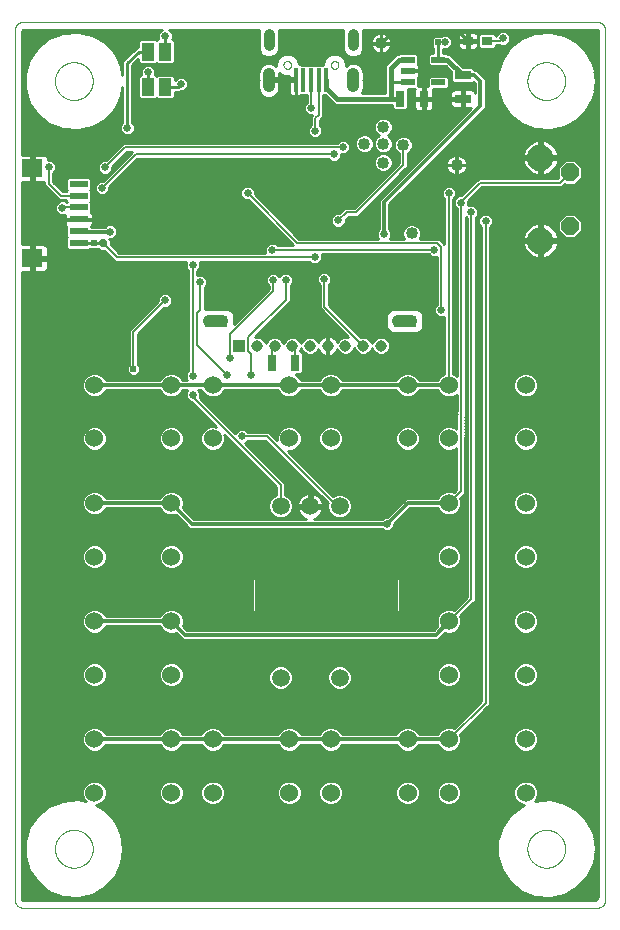
<source format=gtl>
G75*
%MOIN*%
%OFA0B0*%
%FSLAX25Y25*%
%IPPOS*%
%LPD*%
%AMOC8*
5,1,8,0,0,1.08239X$1,22.5*
%
%ADD10C,0.00000*%
%ADD11R,0.05512X0.03150*%
%ADD12R,0.03150X0.05512*%
%ADD13C,0.03800*%
%ADD14C,0.04000*%
%ADD15R,0.01575X0.07874*%
%ADD16R,0.07087X0.06299*%
%ADD17R,0.06299X0.02362*%
%ADD18R,0.04724X0.02165*%
%ADD19C,0.06000*%
%ADD20R,0.02000X0.02000*%
%ADD21R,0.02000X0.02000*%
%ADD22C,0.04000*%
%ADD23OC8,0.06000*%
%ADD24C,0.08850*%
%ADD25R,0.04331X0.05906*%
%ADD26C,0.05906*%
%ADD27C,0.10630*%
%ADD28R,0.03839X0.03839*%
%ADD29C,0.03839*%
%ADD30C,0.04134*%
%ADD31R,0.03543X0.03150*%
%ADD32C,0.01000*%
%ADD33C,0.00600*%
%ADD34C,0.02400*%
%ADD35C,0.01969*%
%ADD36C,0.02578*%
%ADD37C,0.01200*%
%ADD38C,0.00800*%
%ADD39C,0.01600*%
%ADD40C,0.00787*%
%ADD41C,0.02775*%
D10*
X0029445Y0012103D02*
X0029445Y0301811D01*
X0029447Y0301915D01*
X0029453Y0302019D01*
X0029463Y0302123D01*
X0029476Y0302226D01*
X0029494Y0302329D01*
X0029515Y0302430D01*
X0029540Y0302532D01*
X0029569Y0302632D01*
X0029601Y0302730D01*
X0029637Y0302828D01*
X0029677Y0302924D01*
X0029721Y0303019D01*
X0029768Y0303112D01*
X0029818Y0303203D01*
X0029872Y0303292D01*
X0029929Y0303379D01*
X0029989Y0303464D01*
X0030052Y0303547D01*
X0030119Y0303627D01*
X0030188Y0303705D01*
X0030260Y0303780D01*
X0030335Y0303852D01*
X0030413Y0303921D01*
X0030493Y0303988D01*
X0030576Y0304051D01*
X0030661Y0304111D01*
X0030748Y0304168D01*
X0030837Y0304222D01*
X0030928Y0304272D01*
X0031021Y0304319D01*
X0031116Y0304363D01*
X0031212Y0304403D01*
X0031310Y0304439D01*
X0031408Y0304471D01*
X0031508Y0304500D01*
X0031610Y0304525D01*
X0031711Y0304546D01*
X0031814Y0304564D01*
X0031917Y0304577D01*
X0032021Y0304587D01*
X0032125Y0304593D01*
X0032229Y0304595D01*
X0032229Y0304594D02*
X0223512Y0304594D01*
X0223512Y0304595D02*
X0223616Y0304593D01*
X0223720Y0304587D01*
X0223824Y0304577D01*
X0223927Y0304564D01*
X0224030Y0304546D01*
X0224131Y0304525D01*
X0224233Y0304500D01*
X0224333Y0304471D01*
X0224431Y0304439D01*
X0224529Y0304403D01*
X0224625Y0304363D01*
X0224720Y0304319D01*
X0224813Y0304272D01*
X0224904Y0304222D01*
X0224993Y0304168D01*
X0225080Y0304111D01*
X0225165Y0304051D01*
X0225248Y0303988D01*
X0225328Y0303921D01*
X0225406Y0303852D01*
X0225481Y0303780D01*
X0225553Y0303705D01*
X0225622Y0303627D01*
X0225689Y0303547D01*
X0225752Y0303464D01*
X0225812Y0303379D01*
X0225869Y0303292D01*
X0225923Y0303203D01*
X0225973Y0303112D01*
X0226020Y0303019D01*
X0226064Y0302924D01*
X0226104Y0302828D01*
X0226140Y0302730D01*
X0226172Y0302632D01*
X0226201Y0302532D01*
X0226226Y0302430D01*
X0226247Y0302329D01*
X0226265Y0302226D01*
X0226278Y0302123D01*
X0226288Y0302019D01*
X0226294Y0301915D01*
X0226296Y0301811D01*
X0226296Y0012103D01*
X0226294Y0011999D01*
X0226288Y0011895D01*
X0226278Y0011791D01*
X0226265Y0011688D01*
X0226247Y0011585D01*
X0226226Y0011484D01*
X0226201Y0011382D01*
X0226172Y0011282D01*
X0226140Y0011184D01*
X0226104Y0011086D01*
X0226064Y0010990D01*
X0226020Y0010895D01*
X0225973Y0010802D01*
X0225923Y0010711D01*
X0225869Y0010622D01*
X0225812Y0010535D01*
X0225752Y0010450D01*
X0225689Y0010367D01*
X0225622Y0010287D01*
X0225553Y0010209D01*
X0225481Y0010134D01*
X0225406Y0010062D01*
X0225328Y0009993D01*
X0225248Y0009926D01*
X0225165Y0009863D01*
X0225080Y0009803D01*
X0224993Y0009746D01*
X0224904Y0009692D01*
X0224813Y0009642D01*
X0224720Y0009595D01*
X0224625Y0009551D01*
X0224529Y0009511D01*
X0224431Y0009475D01*
X0224333Y0009443D01*
X0224233Y0009414D01*
X0224131Y0009389D01*
X0224030Y0009368D01*
X0223927Y0009350D01*
X0223824Y0009337D01*
X0223720Y0009327D01*
X0223616Y0009321D01*
X0223512Y0009319D01*
X0032229Y0009319D01*
X0032125Y0009321D01*
X0032021Y0009327D01*
X0031917Y0009337D01*
X0031814Y0009350D01*
X0031711Y0009368D01*
X0031610Y0009389D01*
X0031508Y0009414D01*
X0031408Y0009443D01*
X0031310Y0009475D01*
X0031212Y0009511D01*
X0031116Y0009551D01*
X0031021Y0009595D01*
X0030928Y0009642D01*
X0030837Y0009692D01*
X0030748Y0009746D01*
X0030661Y0009803D01*
X0030576Y0009863D01*
X0030493Y0009926D01*
X0030413Y0009993D01*
X0030335Y0010062D01*
X0030260Y0010134D01*
X0030188Y0010209D01*
X0030119Y0010287D01*
X0030052Y0010367D01*
X0029989Y0010450D01*
X0029929Y0010535D01*
X0029872Y0010622D01*
X0029818Y0010711D01*
X0029768Y0010802D01*
X0029721Y0010895D01*
X0029677Y0010990D01*
X0029637Y0011086D01*
X0029601Y0011184D01*
X0029569Y0011282D01*
X0029540Y0011382D01*
X0029515Y0011484D01*
X0029494Y0011585D01*
X0029476Y0011688D01*
X0029463Y0011791D01*
X0029453Y0011895D01*
X0029447Y0011999D01*
X0029445Y0012103D01*
X0042831Y0029004D02*
X0042833Y0029162D01*
X0042839Y0029320D01*
X0042849Y0029478D01*
X0042863Y0029636D01*
X0042881Y0029793D01*
X0042902Y0029950D01*
X0042928Y0030106D01*
X0042958Y0030262D01*
X0042991Y0030417D01*
X0043029Y0030570D01*
X0043070Y0030723D01*
X0043115Y0030875D01*
X0043164Y0031026D01*
X0043217Y0031175D01*
X0043273Y0031323D01*
X0043333Y0031469D01*
X0043397Y0031614D01*
X0043465Y0031757D01*
X0043536Y0031899D01*
X0043610Y0032039D01*
X0043688Y0032176D01*
X0043770Y0032312D01*
X0043854Y0032446D01*
X0043943Y0032577D01*
X0044034Y0032706D01*
X0044129Y0032833D01*
X0044226Y0032958D01*
X0044327Y0033080D01*
X0044431Y0033199D01*
X0044538Y0033316D01*
X0044648Y0033430D01*
X0044761Y0033541D01*
X0044876Y0033650D01*
X0044994Y0033755D01*
X0045115Y0033857D01*
X0045238Y0033957D01*
X0045364Y0034053D01*
X0045492Y0034146D01*
X0045622Y0034236D01*
X0045755Y0034322D01*
X0045890Y0034406D01*
X0046026Y0034485D01*
X0046165Y0034562D01*
X0046306Y0034634D01*
X0046448Y0034704D01*
X0046592Y0034769D01*
X0046738Y0034831D01*
X0046885Y0034889D01*
X0047034Y0034944D01*
X0047184Y0034995D01*
X0047335Y0035042D01*
X0047487Y0035085D01*
X0047640Y0035124D01*
X0047795Y0035160D01*
X0047950Y0035191D01*
X0048106Y0035219D01*
X0048262Y0035243D01*
X0048419Y0035263D01*
X0048577Y0035279D01*
X0048734Y0035291D01*
X0048893Y0035299D01*
X0049051Y0035303D01*
X0049209Y0035303D01*
X0049367Y0035299D01*
X0049526Y0035291D01*
X0049683Y0035279D01*
X0049841Y0035263D01*
X0049998Y0035243D01*
X0050154Y0035219D01*
X0050310Y0035191D01*
X0050465Y0035160D01*
X0050620Y0035124D01*
X0050773Y0035085D01*
X0050925Y0035042D01*
X0051076Y0034995D01*
X0051226Y0034944D01*
X0051375Y0034889D01*
X0051522Y0034831D01*
X0051668Y0034769D01*
X0051812Y0034704D01*
X0051954Y0034634D01*
X0052095Y0034562D01*
X0052234Y0034485D01*
X0052370Y0034406D01*
X0052505Y0034322D01*
X0052638Y0034236D01*
X0052768Y0034146D01*
X0052896Y0034053D01*
X0053022Y0033957D01*
X0053145Y0033857D01*
X0053266Y0033755D01*
X0053384Y0033650D01*
X0053499Y0033541D01*
X0053612Y0033430D01*
X0053722Y0033316D01*
X0053829Y0033199D01*
X0053933Y0033080D01*
X0054034Y0032958D01*
X0054131Y0032833D01*
X0054226Y0032706D01*
X0054317Y0032577D01*
X0054406Y0032446D01*
X0054490Y0032312D01*
X0054572Y0032176D01*
X0054650Y0032039D01*
X0054724Y0031899D01*
X0054795Y0031757D01*
X0054863Y0031614D01*
X0054927Y0031469D01*
X0054987Y0031323D01*
X0055043Y0031175D01*
X0055096Y0031026D01*
X0055145Y0030875D01*
X0055190Y0030723D01*
X0055231Y0030570D01*
X0055269Y0030417D01*
X0055302Y0030262D01*
X0055332Y0030106D01*
X0055358Y0029950D01*
X0055379Y0029793D01*
X0055397Y0029636D01*
X0055411Y0029478D01*
X0055421Y0029320D01*
X0055427Y0029162D01*
X0055429Y0029004D01*
X0055427Y0028846D01*
X0055421Y0028688D01*
X0055411Y0028530D01*
X0055397Y0028372D01*
X0055379Y0028215D01*
X0055358Y0028058D01*
X0055332Y0027902D01*
X0055302Y0027746D01*
X0055269Y0027591D01*
X0055231Y0027438D01*
X0055190Y0027285D01*
X0055145Y0027133D01*
X0055096Y0026982D01*
X0055043Y0026833D01*
X0054987Y0026685D01*
X0054927Y0026539D01*
X0054863Y0026394D01*
X0054795Y0026251D01*
X0054724Y0026109D01*
X0054650Y0025969D01*
X0054572Y0025832D01*
X0054490Y0025696D01*
X0054406Y0025562D01*
X0054317Y0025431D01*
X0054226Y0025302D01*
X0054131Y0025175D01*
X0054034Y0025050D01*
X0053933Y0024928D01*
X0053829Y0024809D01*
X0053722Y0024692D01*
X0053612Y0024578D01*
X0053499Y0024467D01*
X0053384Y0024358D01*
X0053266Y0024253D01*
X0053145Y0024151D01*
X0053022Y0024051D01*
X0052896Y0023955D01*
X0052768Y0023862D01*
X0052638Y0023772D01*
X0052505Y0023686D01*
X0052370Y0023602D01*
X0052234Y0023523D01*
X0052095Y0023446D01*
X0051954Y0023374D01*
X0051812Y0023304D01*
X0051668Y0023239D01*
X0051522Y0023177D01*
X0051375Y0023119D01*
X0051226Y0023064D01*
X0051076Y0023013D01*
X0050925Y0022966D01*
X0050773Y0022923D01*
X0050620Y0022884D01*
X0050465Y0022848D01*
X0050310Y0022817D01*
X0050154Y0022789D01*
X0049998Y0022765D01*
X0049841Y0022745D01*
X0049683Y0022729D01*
X0049526Y0022717D01*
X0049367Y0022709D01*
X0049209Y0022705D01*
X0049051Y0022705D01*
X0048893Y0022709D01*
X0048734Y0022717D01*
X0048577Y0022729D01*
X0048419Y0022745D01*
X0048262Y0022765D01*
X0048106Y0022789D01*
X0047950Y0022817D01*
X0047795Y0022848D01*
X0047640Y0022884D01*
X0047487Y0022923D01*
X0047335Y0022966D01*
X0047184Y0023013D01*
X0047034Y0023064D01*
X0046885Y0023119D01*
X0046738Y0023177D01*
X0046592Y0023239D01*
X0046448Y0023304D01*
X0046306Y0023374D01*
X0046165Y0023446D01*
X0046026Y0023523D01*
X0045890Y0023602D01*
X0045755Y0023686D01*
X0045622Y0023772D01*
X0045492Y0023862D01*
X0045364Y0023955D01*
X0045238Y0024051D01*
X0045115Y0024151D01*
X0044994Y0024253D01*
X0044876Y0024358D01*
X0044761Y0024467D01*
X0044648Y0024578D01*
X0044538Y0024692D01*
X0044431Y0024809D01*
X0044327Y0024928D01*
X0044226Y0025050D01*
X0044129Y0025175D01*
X0044034Y0025302D01*
X0043943Y0025431D01*
X0043854Y0025562D01*
X0043770Y0025696D01*
X0043688Y0025832D01*
X0043610Y0025969D01*
X0043536Y0026109D01*
X0043465Y0026251D01*
X0043397Y0026394D01*
X0043333Y0026539D01*
X0043273Y0026685D01*
X0043217Y0026833D01*
X0043164Y0026982D01*
X0043115Y0027133D01*
X0043070Y0027285D01*
X0043029Y0027438D01*
X0042991Y0027591D01*
X0042958Y0027746D01*
X0042928Y0027902D01*
X0042902Y0028058D01*
X0042881Y0028215D01*
X0042863Y0028372D01*
X0042849Y0028530D01*
X0042839Y0028688D01*
X0042833Y0028846D01*
X0042831Y0029004D01*
X0100311Y0109319D02*
X0107398Y0109319D01*
X0107398Y0117980D01*
X0100311Y0117980D01*
X0100311Y0109319D01*
X0148343Y0109319D02*
X0155429Y0109319D01*
X0155429Y0117980D01*
X0148343Y0117980D01*
X0148343Y0109319D01*
X0200311Y0029004D02*
X0200313Y0029162D01*
X0200319Y0029320D01*
X0200329Y0029478D01*
X0200343Y0029636D01*
X0200361Y0029793D01*
X0200382Y0029950D01*
X0200408Y0030106D01*
X0200438Y0030262D01*
X0200471Y0030417D01*
X0200509Y0030570D01*
X0200550Y0030723D01*
X0200595Y0030875D01*
X0200644Y0031026D01*
X0200697Y0031175D01*
X0200753Y0031323D01*
X0200813Y0031469D01*
X0200877Y0031614D01*
X0200945Y0031757D01*
X0201016Y0031899D01*
X0201090Y0032039D01*
X0201168Y0032176D01*
X0201250Y0032312D01*
X0201334Y0032446D01*
X0201423Y0032577D01*
X0201514Y0032706D01*
X0201609Y0032833D01*
X0201706Y0032958D01*
X0201807Y0033080D01*
X0201911Y0033199D01*
X0202018Y0033316D01*
X0202128Y0033430D01*
X0202241Y0033541D01*
X0202356Y0033650D01*
X0202474Y0033755D01*
X0202595Y0033857D01*
X0202718Y0033957D01*
X0202844Y0034053D01*
X0202972Y0034146D01*
X0203102Y0034236D01*
X0203235Y0034322D01*
X0203370Y0034406D01*
X0203506Y0034485D01*
X0203645Y0034562D01*
X0203786Y0034634D01*
X0203928Y0034704D01*
X0204072Y0034769D01*
X0204218Y0034831D01*
X0204365Y0034889D01*
X0204514Y0034944D01*
X0204664Y0034995D01*
X0204815Y0035042D01*
X0204967Y0035085D01*
X0205120Y0035124D01*
X0205275Y0035160D01*
X0205430Y0035191D01*
X0205586Y0035219D01*
X0205742Y0035243D01*
X0205899Y0035263D01*
X0206057Y0035279D01*
X0206214Y0035291D01*
X0206373Y0035299D01*
X0206531Y0035303D01*
X0206689Y0035303D01*
X0206847Y0035299D01*
X0207006Y0035291D01*
X0207163Y0035279D01*
X0207321Y0035263D01*
X0207478Y0035243D01*
X0207634Y0035219D01*
X0207790Y0035191D01*
X0207945Y0035160D01*
X0208100Y0035124D01*
X0208253Y0035085D01*
X0208405Y0035042D01*
X0208556Y0034995D01*
X0208706Y0034944D01*
X0208855Y0034889D01*
X0209002Y0034831D01*
X0209148Y0034769D01*
X0209292Y0034704D01*
X0209434Y0034634D01*
X0209575Y0034562D01*
X0209714Y0034485D01*
X0209850Y0034406D01*
X0209985Y0034322D01*
X0210118Y0034236D01*
X0210248Y0034146D01*
X0210376Y0034053D01*
X0210502Y0033957D01*
X0210625Y0033857D01*
X0210746Y0033755D01*
X0210864Y0033650D01*
X0210979Y0033541D01*
X0211092Y0033430D01*
X0211202Y0033316D01*
X0211309Y0033199D01*
X0211413Y0033080D01*
X0211514Y0032958D01*
X0211611Y0032833D01*
X0211706Y0032706D01*
X0211797Y0032577D01*
X0211886Y0032446D01*
X0211970Y0032312D01*
X0212052Y0032176D01*
X0212130Y0032039D01*
X0212204Y0031899D01*
X0212275Y0031757D01*
X0212343Y0031614D01*
X0212407Y0031469D01*
X0212467Y0031323D01*
X0212523Y0031175D01*
X0212576Y0031026D01*
X0212625Y0030875D01*
X0212670Y0030723D01*
X0212711Y0030570D01*
X0212749Y0030417D01*
X0212782Y0030262D01*
X0212812Y0030106D01*
X0212838Y0029950D01*
X0212859Y0029793D01*
X0212877Y0029636D01*
X0212891Y0029478D01*
X0212901Y0029320D01*
X0212907Y0029162D01*
X0212909Y0029004D01*
X0212907Y0028846D01*
X0212901Y0028688D01*
X0212891Y0028530D01*
X0212877Y0028372D01*
X0212859Y0028215D01*
X0212838Y0028058D01*
X0212812Y0027902D01*
X0212782Y0027746D01*
X0212749Y0027591D01*
X0212711Y0027438D01*
X0212670Y0027285D01*
X0212625Y0027133D01*
X0212576Y0026982D01*
X0212523Y0026833D01*
X0212467Y0026685D01*
X0212407Y0026539D01*
X0212343Y0026394D01*
X0212275Y0026251D01*
X0212204Y0026109D01*
X0212130Y0025969D01*
X0212052Y0025832D01*
X0211970Y0025696D01*
X0211886Y0025562D01*
X0211797Y0025431D01*
X0211706Y0025302D01*
X0211611Y0025175D01*
X0211514Y0025050D01*
X0211413Y0024928D01*
X0211309Y0024809D01*
X0211202Y0024692D01*
X0211092Y0024578D01*
X0210979Y0024467D01*
X0210864Y0024358D01*
X0210746Y0024253D01*
X0210625Y0024151D01*
X0210502Y0024051D01*
X0210376Y0023955D01*
X0210248Y0023862D01*
X0210118Y0023772D01*
X0209985Y0023686D01*
X0209850Y0023602D01*
X0209714Y0023523D01*
X0209575Y0023446D01*
X0209434Y0023374D01*
X0209292Y0023304D01*
X0209148Y0023239D01*
X0209002Y0023177D01*
X0208855Y0023119D01*
X0208706Y0023064D01*
X0208556Y0023013D01*
X0208405Y0022966D01*
X0208253Y0022923D01*
X0208100Y0022884D01*
X0207945Y0022848D01*
X0207790Y0022817D01*
X0207634Y0022789D01*
X0207478Y0022765D01*
X0207321Y0022745D01*
X0207163Y0022729D01*
X0207006Y0022717D01*
X0206847Y0022709D01*
X0206689Y0022705D01*
X0206531Y0022705D01*
X0206373Y0022709D01*
X0206214Y0022717D01*
X0206057Y0022729D01*
X0205899Y0022745D01*
X0205742Y0022765D01*
X0205586Y0022789D01*
X0205430Y0022817D01*
X0205275Y0022848D01*
X0205120Y0022884D01*
X0204967Y0022923D01*
X0204815Y0022966D01*
X0204664Y0023013D01*
X0204514Y0023064D01*
X0204365Y0023119D01*
X0204218Y0023177D01*
X0204072Y0023239D01*
X0203928Y0023304D01*
X0203786Y0023374D01*
X0203645Y0023446D01*
X0203506Y0023523D01*
X0203370Y0023602D01*
X0203235Y0023686D01*
X0203102Y0023772D01*
X0202972Y0023862D01*
X0202844Y0023955D01*
X0202718Y0024051D01*
X0202595Y0024151D01*
X0202474Y0024253D01*
X0202356Y0024358D01*
X0202241Y0024467D01*
X0202128Y0024578D01*
X0202018Y0024692D01*
X0201911Y0024809D01*
X0201807Y0024928D01*
X0201706Y0025050D01*
X0201609Y0025175D01*
X0201514Y0025302D01*
X0201423Y0025431D01*
X0201334Y0025562D01*
X0201250Y0025696D01*
X0201168Y0025832D01*
X0201090Y0025969D01*
X0201016Y0026109D01*
X0200945Y0026251D01*
X0200877Y0026394D01*
X0200813Y0026539D01*
X0200753Y0026685D01*
X0200697Y0026833D01*
X0200644Y0026982D01*
X0200595Y0027133D01*
X0200550Y0027285D01*
X0200509Y0027438D01*
X0200471Y0027591D01*
X0200438Y0027746D01*
X0200408Y0027902D01*
X0200382Y0028058D01*
X0200361Y0028215D01*
X0200343Y0028372D01*
X0200329Y0028530D01*
X0200319Y0028688D01*
X0200313Y0028846D01*
X0200311Y0029004D01*
X0162910Y0203413D02*
X0155823Y0203413D01*
X0155823Y0206563D01*
X0162910Y0206563D01*
X0162910Y0203413D01*
X0143126Y0282646D02*
X0143126Y0287567D01*
X0143124Y0287625D01*
X0143118Y0287683D01*
X0143109Y0287740D01*
X0143096Y0287796D01*
X0143079Y0287852D01*
X0143059Y0287906D01*
X0143035Y0287959D01*
X0143007Y0288010D01*
X0142977Y0288059D01*
X0142943Y0288106D01*
X0142906Y0288151D01*
X0142866Y0288193D01*
X0142824Y0288233D01*
X0142779Y0288270D01*
X0142732Y0288304D01*
X0142683Y0288334D01*
X0142632Y0288362D01*
X0142579Y0288386D01*
X0142525Y0288406D01*
X0142469Y0288423D01*
X0142413Y0288436D01*
X0142356Y0288445D01*
X0142298Y0288451D01*
X0142240Y0288453D01*
X0142182Y0288451D01*
X0142124Y0288445D01*
X0142067Y0288436D01*
X0142011Y0288423D01*
X0141955Y0288406D01*
X0141901Y0288386D01*
X0141848Y0288362D01*
X0141797Y0288334D01*
X0141748Y0288304D01*
X0141701Y0288270D01*
X0141656Y0288233D01*
X0141614Y0288193D01*
X0141574Y0288151D01*
X0141537Y0288106D01*
X0141503Y0288059D01*
X0141473Y0288010D01*
X0141445Y0287959D01*
X0141421Y0287906D01*
X0141401Y0287852D01*
X0141384Y0287796D01*
X0141371Y0287740D01*
X0141362Y0287683D01*
X0141356Y0287625D01*
X0141354Y0287567D01*
X0141355Y0287567D02*
X0141355Y0282646D01*
X0141354Y0282646D02*
X0141356Y0282588D01*
X0141362Y0282530D01*
X0141371Y0282473D01*
X0141384Y0282417D01*
X0141401Y0282361D01*
X0141421Y0282307D01*
X0141445Y0282254D01*
X0141473Y0282203D01*
X0141503Y0282154D01*
X0141537Y0282107D01*
X0141574Y0282062D01*
X0141614Y0282020D01*
X0141656Y0281980D01*
X0141701Y0281943D01*
X0141748Y0281909D01*
X0141797Y0281879D01*
X0141848Y0281851D01*
X0141901Y0281827D01*
X0141955Y0281807D01*
X0142011Y0281790D01*
X0142067Y0281777D01*
X0142124Y0281768D01*
X0142182Y0281762D01*
X0142240Y0281760D01*
X0142298Y0281762D01*
X0142356Y0281768D01*
X0142413Y0281777D01*
X0142469Y0281790D01*
X0142525Y0281807D01*
X0142579Y0281827D01*
X0142632Y0281851D01*
X0142683Y0281879D01*
X0142732Y0281909D01*
X0142779Y0281943D01*
X0142824Y0281980D01*
X0142866Y0282020D01*
X0142906Y0282062D01*
X0142943Y0282107D01*
X0142977Y0282154D01*
X0143007Y0282203D01*
X0143035Y0282254D01*
X0143059Y0282307D01*
X0143079Y0282361D01*
X0143096Y0282417D01*
X0143109Y0282473D01*
X0143118Y0282530D01*
X0143124Y0282588D01*
X0143126Y0282646D01*
X0134760Y0290303D02*
X0134762Y0290374D01*
X0134768Y0290445D01*
X0134778Y0290516D01*
X0134792Y0290585D01*
X0134809Y0290654D01*
X0134831Y0290722D01*
X0134856Y0290789D01*
X0134885Y0290854D01*
X0134917Y0290917D01*
X0134953Y0290979D01*
X0134992Y0291038D01*
X0135035Y0291095D01*
X0135080Y0291150D01*
X0135129Y0291202D01*
X0135180Y0291251D01*
X0135234Y0291297D01*
X0135291Y0291341D01*
X0135349Y0291381D01*
X0135410Y0291417D01*
X0135473Y0291451D01*
X0135538Y0291480D01*
X0135604Y0291506D01*
X0135672Y0291529D01*
X0135740Y0291547D01*
X0135810Y0291562D01*
X0135880Y0291573D01*
X0135951Y0291580D01*
X0136022Y0291583D01*
X0136093Y0291582D01*
X0136164Y0291577D01*
X0136235Y0291568D01*
X0136305Y0291555D01*
X0136374Y0291539D01*
X0136442Y0291518D01*
X0136509Y0291494D01*
X0136575Y0291466D01*
X0136638Y0291434D01*
X0136700Y0291399D01*
X0136760Y0291361D01*
X0136818Y0291319D01*
X0136873Y0291275D01*
X0136926Y0291227D01*
X0136976Y0291176D01*
X0137023Y0291123D01*
X0137067Y0291067D01*
X0137108Y0291009D01*
X0137146Y0290948D01*
X0137180Y0290886D01*
X0137210Y0290821D01*
X0137237Y0290756D01*
X0137261Y0290688D01*
X0137280Y0290620D01*
X0137296Y0290551D01*
X0137308Y0290480D01*
X0137316Y0290410D01*
X0137320Y0290339D01*
X0137320Y0290267D01*
X0137316Y0290196D01*
X0137308Y0290126D01*
X0137296Y0290055D01*
X0137280Y0289986D01*
X0137261Y0289918D01*
X0137237Y0289850D01*
X0137210Y0289785D01*
X0137180Y0289720D01*
X0137146Y0289658D01*
X0137108Y0289597D01*
X0137067Y0289539D01*
X0137023Y0289483D01*
X0136976Y0289430D01*
X0136926Y0289379D01*
X0136873Y0289331D01*
X0136818Y0289287D01*
X0136760Y0289245D01*
X0136700Y0289207D01*
X0136638Y0289172D01*
X0136575Y0289140D01*
X0136509Y0289112D01*
X0136442Y0289088D01*
X0136374Y0289067D01*
X0136305Y0289051D01*
X0136235Y0289038D01*
X0136164Y0289029D01*
X0136093Y0289024D01*
X0136022Y0289023D01*
X0135951Y0289026D01*
X0135880Y0289033D01*
X0135810Y0289044D01*
X0135740Y0289059D01*
X0135672Y0289077D01*
X0135604Y0289100D01*
X0135538Y0289126D01*
X0135473Y0289155D01*
X0135410Y0289189D01*
X0135349Y0289225D01*
X0135291Y0289265D01*
X0135234Y0289309D01*
X0135180Y0289355D01*
X0135129Y0289404D01*
X0135080Y0289456D01*
X0135035Y0289511D01*
X0134992Y0289568D01*
X0134953Y0289627D01*
X0134917Y0289689D01*
X0134885Y0289752D01*
X0134856Y0289817D01*
X0134831Y0289884D01*
X0134809Y0289952D01*
X0134792Y0290021D01*
X0134778Y0290090D01*
X0134768Y0290161D01*
X0134762Y0290232D01*
X0134760Y0290303D01*
X0141355Y0296228D02*
X0141355Y0301150D01*
X0141354Y0301150D02*
X0141356Y0301208D01*
X0141362Y0301266D01*
X0141371Y0301323D01*
X0141384Y0301379D01*
X0141401Y0301435D01*
X0141421Y0301489D01*
X0141445Y0301542D01*
X0141473Y0301593D01*
X0141503Y0301642D01*
X0141537Y0301689D01*
X0141574Y0301734D01*
X0141614Y0301776D01*
X0141656Y0301816D01*
X0141701Y0301853D01*
X0141748Y0301887D01*
X0141797Y0301917D01*
X0141848Y0301945D01*
X0141901Y0301969D01*
X0141955Y0301989D01*
X0142011Y0302006D01*
X0142067Y0302019D01*
X0142124Y0302028D01*
X0142182Y0302034D01*
X0142240Y0302036D01*
X0142298Y0302034D01*
X0142356Y0302028D01*
X0142413Y0302019D01*
X0142469Y0302006D01*
X0142525Y0301989D01*
X0142579Y0301969D01*
X0142632Y0301945D01*
X0142683Y0301917D01*
X0142732Y0301887D01*
X0142779Y0301853D01*
X0142824Y0301816D01*
X0142866Y0301776D01*
X0142906Y0301734D01*
X0142943Y0301689D01*
X0142977Y0301642D01*
X0143007Y0301593D01*
X0143035Y0301542D01*
X0143059Y0301489D01*
X0143079Y0301435D01*
X0143096Y0301379D01*
X0143109Y0301323D01*
X0143118Y0301266D01*
X0143124Y0301208D01*
X0143126Y0301150D01*
X0143126Y0296228D01*
X0143124Y0296170D01*
X0143118Y0296112D01*
X0143109Y0296055D01*
X0143096Y0295999D01*
X0143079Y0295943D01*
X0143059Y0295889D01*
X0143035Y0295836D01*
X0143007Y0295785D01*
X0142977Y0295736D01*
X0142943Y0295689D01*
X0142906Y0295644D01*
X0142866Y0295602D01*
X0142824Y0295562D01*
X0142779Y0295525D01*
X0142732Y0295491D01*
X0142683Y0295461D01*
X0142632Y0295433D01*
X0142579Y0295409D01*
X0142525Y0295389D01*
X0142469Y0295372D01*
X0142413Y0295359D01*
X0142356Y0295350D01*
X0142298Y0295344D01*
X0142240Y0295342D01*
X0142182Y0295344D01*
X0142124Y0295350D01*
X0142067Y0295359D01*
X0142011Y0295372D01*
X0141955Y0295389D01*
X0141901Y0295409D01*
X0141848Y0295433D01*
X0141797Y0295461D01*
X0141748Y0295491D01*
X0141701Y0295525D01*
X0141656Y0295562D01*
X0141614Y0295602D01*
X0141574Y0295644D01*
X0141537Y0295689D01*
X0141503Y0295736D01*
X0141473Y0295785D01*
X0141445Y0295836D01*
X0141421Y0295889D01*
X0141401Y0295943D01*
X0141384Y0295999D01*
X0141371Y0296055D01*
X0141362Y0296112D01*
X0141356Y0296170D01*
X0141354Y0296228D01*
X0119012Y0290303D02*
X0119014Y0290374D01*
X0119020Y0290445D01*
X0119030Y0290516D01*
X0119044Y0290585D01*
X0119061Y0290654D01*
X0119083Y0290722D01*
X0119108Y0290789D01*
X0119137Y0290854D01*
X0119169Y0290917D01*
X0119205Y0290979D01*
X0119244Y0291038D01*
X0119287Y0291095D01*
X0119332Y0291150D01*
X0119381Y0291202D01*
X0119432Y0291251D01*
X0119486Y0291297D01*
X0119543Y0291341D01*
X0119601Y0291381D01*
X0119662Y0291417D01*
X0119725Y0291451D01*
X0119790Y0291480D01*
X0119856Y0291506D01*
X0119924Y0291529D01*
X0119992Y0291547D01*
X0120062Y0291562D01*
X0120132Y0291573D01*
X0120203Y0291580D01*
X0120274Y0291583D01*
X0120345Y0291582D01*
X0120416Y0291577D01*
X0120487Y0291568D01*
X0120557Y0291555D01*
X0120626Y0291539D01*
X0120694Y0291518D01*
X0120761Y0291494D01*
X0120827Y0291466D01*
X0120890Y0291434D01*
X0120952Y0291399D01*
X0121012Y0291361D01*
X0121070Y0291319D01*
X0121125Y0291275D01*
X0121178Y0291227D01*
X0121228Y0291176D01*
X0121275Y0291123D01*
X0121319Y0291067D01*
X0121360Y0291009D01*
X0121398Y0290948D01*
X0121432Y0290886D01*
X0121462Y0290821D01*
X0121489Y0290756D01*
X0121513Y0290688D01*
X0121532Y0290620D01*
X0121548Y0290551D01*
X0121560Y0290480D01*
X0121568Y0290410D01*
X0121572Y0290339D01*
X0121572Y0290267D01*
X0121568Y0290196D01*
X0121560Y0290126D01*
X0121548Y0290055D01*
X0121532Y0289986D01*
X0121513Y0289918D01*
X0121489Y0289850D01*
X0121462Y0289785D01*
X0121432Y0289720D01*
X0121398Y0289658D01*
X0121360Y0289597D01*
X0121319Y0289539D01*
X0121275Y0289483D01*
X0121228Y0289430D01*
X0121178Y0289379D01*
X0121125Y0289331D01*
X0121070Y0289287D01*
X0121012Y0289245D01*
X0120952Y0289207D01*
X0120890Y0289172D01*
X0120827Y0289140D01*
X0120761Y0289112D01*
X0120694Y0289088D01*
X0120626Y0289067D01*
X0120557Y0289051D01*
X0120487Y0289038D01*
X0120416Y0289029D01*
X0120345Y0289024D01*
X0120274Y0289023D01*
X0120203Y0289026D01*
X0120132Y0289033D01*
X0120062Y0289044D01*
X0119992Y0289059D01*
X0119924Y0289077D01*
X0119856Y0289100D01*
X0119790Y0289126D01*
X0119725Y0289155D01*
X0119662Y0289189D01*
X0119601Y0289225D01*
X0119543Y0289265D01*
X0119486Y0289309D01*
X0119432Y0289355D01*
X0119381Y0289404D01*
X0119332Y0289456D01*
X0119287Y0289511D01*
X0119244Y0289568D01*
X0119205Y0289627D01*
X0119169Y0289689D01*
X0119137Y0289752D01*
X0119108Y0289817D01*
X0119083Y0289884D01*
X0119061Y0289952D01*
X0119044Y0290021D01*
X0119030Y0290090D01*
X0119020Y0290161D01*
X0119014Y0290232D01*
X0119012Y0290303D01*
X0114977Y0287567D02*
X0114977Y0282646D01*
X0114975Y0282588D01*
X0114969Y0282530D01*
X0114960Y0282473D01*
X0114947Y0282417D01*
X0114930Y0282361D01*
X0114910Y0282307D01*
X0114886Y0282254D01*
X0114858Y0282203D01*
X0114828Y0282154D01*
X0114794Y0282107D01*
X0114757Y0282062D01*
X0114717Y0282020D01*
X0114675Y0281980D01*
X0114630Y0281943D01*
X0114583Y0281909D01*
X0114534Y0281879D01*
X0114483Y0281851D01*
X0114430Y0281827D01*
X0114376Y0281807D01*
X0114320Y0281790D01*
X0114264Y0281777D01*
X0114207Y0281768D01*
X0114149Y0281762D01*
X0114091Y0281760D01*
X0114033Y0281762D01*
X0113975Y0281768D01*
X0113918Y0281777D01*
X0113862Y0281790D01*
X0113806Y0281807D01*
X0113752Y0281827D01*
X0113699Y0281851D01*
X0113648Y0281879D01*
X0113599Y0281909D01*
X0113552Y0281943D01*
X0113507Y0281980D01*
X0113465Y0282020D01*
X0113425Y0282062D01*
X0113388Y0282107D01*
X0113354Y0282154D01*
X0113324Y0282203D01*
X0113296Y0282254D01*
X0113272Y0282307D01*
X0113252Y0282361D01*
X0113235Y0282417D01*
X0113222Y0282473D01*
X0113213Y0282530D01*
X0113207Y0282588D01*
X0113205Y0282646D01*
X0113205Y0287567D01*
X0113207Y0287625D01*
X0113213Y0287683D01*
X0113222Y0287740D01*
X0113235Y0287796D01*
X0113252Y0287852D01*
X0113272Y0287906D01*
X0113296Y0287959D01*
X0113324Y0288010D01*
X0113354Y0288059D01*
X0113388Y0288106D01*
X0113425Y0288151D01*
X0113465Y0288193D01*
X0113507Y0288233D01*
X0113552Y0288270D01*
X0113599Y0288304D01*
X0113648Y0288334D01*
X0113699Y0288362D01*
X0113752Y0288386D01*
X0113806Y0288406D01*
X0113862Y0288423D01*
X0113918Y0288436D01*
X0113975Y0288445D01*
X0114033Y0288451D01*
X0114091Y0288453D01*
X0114149Y0288451D01*
X0114207Y0288445D01*
X0114264Y0288436D01*
X0114320Y0288423D01*
X0114376Y0288406D01*
X0114430Y0288386D01*
X0114483Y0288362D01*
X0114534Y0288334D01*
X0114583Y0288304D01*
X0114630Y0288270D01*
X0114675Y0288233D01*
X0114717Y0288193D01*
X0114757Y0288151D01*
X0114794Y0288106D01*
X0114828Y0288059D01*
X0114858Y0288010D01*
X0114886Y0287959D01*
X0114910Y0287906D01*
X0114930Y0287852D01*
X0114947Y0287796D01*
X0114960Y0287740D01*
X0114969Y0287683D01*
X0114975Y0287625D01*
X0114977Y0287567D01*
X0114977Y0296228D02*
X0114977Y0301150D01*
X0114975Y0301208D01*
X0114969Y0301266D01*
X0114960Y0301323D01*
X0114947Y0301379D01*
X0114930Y0301435D01*
X0114910Y0301489D01*
X0114886Y0301542D01*
X0114858Y0301593D01*
X0114828Y0301642D01*
X0114794Y0301689D01*
X0114757Y0301734D01*
X0114717Y0301776D01*
X0114675Y0301816D01*
X0114630Y0301853D01*
X0114583Y0301887D01*
X0114534Y0301917D01*
X0114483Y0301945D01*
X0114430Y0301969D01*
X0114376Y0301989D01*
X0114320Y0302006D01*
X0114264Y0302019D01*
X0114207Y0302028D01*
X0114149Y0302034D01*
X0114091Y0302036D01*
X0114033Y0302034D01*
X0113975Y0302028D01*
X0113918Y0302019D01*
X0113862Y0302006D01*
X0113806Y0301989D01*
X0113752Y0301969D01*
X0113699Y0301945D01*
X0113648Y0301917D01*
X0113599Y0301887D01*
X0113552Y0301853D01*
X0113507Y0301816D01*
X0113465Y0301776D01*
X0113425Y0301734D01*
X0113388Y0301689D01*
X0113354Y0301642D01*
X0113324Y0301593D01*
X0113296Y0301542D01*
X0113272Y0301489D01*
X0113252Y0301435D01*
X0113235Y0301379D01*
X0113222Y0301323D01*
X0113213Y0301266D01*
X0113207Y0301208D01*
X0113205Y0301150D01*
X0113205Y0296228D01*
X0113207Y0296170D01*
X0113213Y0296112D01*
X0113222Y0296055D01*
X0113235Y0295999D01*
X0113252Y0295943D01*
X0113272Y0295889D01*
X0113296Y0295836D01*
X0113324Y0295785D01*
X0113354Y0295736D01*
X0113388Y0295689D01*
X0113425Y0295644D01*
X0113465Y0295602D01*
X0113507Y0295562D01*
X0113552Y0295525D01*
X0113599Y0295491D01*
X0113648Y0295461D01*
X0113699Y0295433D01*
X0113752Y0295409D01*
X0113806Y0295389D01*
X0113862Y0295372D01*
X0113918Y0295359D01*
X0113975Y0295350D01*
X0114033Y0295344D01*
X0114091Y0295342D01*
X0114149Y0295344D01*
X0114207Y0295350D01*
X0114264Y0295359D01*
X0114320Y0295372D01*
X0114376Y0295389D01*
X0114430Y0295409D01*
X0114483Y0295433D01*
X0114534Y0295461D01*
X0114583Y0295491D01*
X0114630Y0295525D01*
X0114675Y0295562D01*
X0114717Y0295602D01*
X0114757Y0295644D01*
X0114794Y0295689D01*
X0114828Y0295736D01*
X0114858Y0295785D01*
X0114886Y0295836D01*
X0114910Y0295889D01*
X0114930Y0295943D01*
X0114947Y0295999D01*
X0114960Y0296055D01*
X0114969Y0296112D01*
X0114975Y0296170D01*
X0114977Y0296228D01*
X0099918Y0206563D02*
X0092831Y0206563D01*
X0092831Y0203413D01*
X0099918Y0203413D01*
X0099918Y0206563D01*
X0042831Y0284909D02*
X0042833Y0285067D01*
X0042839Y0285225D01*
X0042849Y0285383D01*
X0042863Y0285541D01*
X0042881Y0285698D01*
X0042902Y0285855D01*
X0042928Y0286011D01*
X0042958Y0286167D01*
X0042991Y0286322D01*
X0043029Y0286475D01*
X0043070Y0286628D01*
X0043115Y0286780D01*
X0043164Y0286931D01*
X0043217Y0287080D01*
X0043273Y0287228D01*
X0043333Y0287374D01*
X0043397Y0287519D01*
X0043465Y0287662D01*
X0043536Y0287804D01*
X0043610Y0287944D01*
X0043688Y0288081D01*
X0043770Y0288217D01*
X0043854Y0288351D01*
X0043943Y0288482D01*
X0044034Y0288611D01*
X0044129Y0288738D01*
X0044226Y0288863D01*
X0044327Y0288985D01*
X0044431Y0289104D01*
X0044538Y0289221D01*
X0044648Y0289335D01*
X0044761Y0289446D01*
X0044876Y0289555D01*
X0044994Y0289660D01*
X0045115Y0289762D01*
X0045238Y0289862D01*
X0045364Y0289958D01*
X0045492Y0290051D01*
X0045622Y0290141D01*
X0045755Y0290227D01*
X0045890Y0290311D01*
X0046026Y0290390D01*
X0046165Y0290467D01*
X0046306Y0290539D01*
X0046448Y0290609D01*
X0046592Y0290674D01*
X0046738Y0290736D01*
X0046885Y0290794D01*
X0047034Y0290849D01*
X0047184Y0290900D01*
X0047335Y0290947D01*
X0047487Y0290990D01*
X0047640Y0291029D01*
X0047795Y0291065D01*
X0047950Y0291096D01*
X0048106Y0291124D01*
X0048262Y0291148D01*
X0048419Y0291168D01*
X0048577Y0291184D01*
X0048734Y0291196D01*
X0048893Y0291204D01*
X0049051Y0291208D01*
X0049209Y0291208D01*
X0049367Y0291204D01*
X0049526Y0291196D01*
X0049683Y0291184D01*
X0049841Y0291168D01*
X0049998Y0291148D01*
X0050154Y0291124D01*
X0050310Y0291096D01*
X0050465Y0291065D01*
X0050620Y0291029D01*
X0050773Y0290990D01*
X0050925Y0290947D01*
X0051076Y0290900D01*
X0051226Y0290849D01*
X0051375Y0290794D01*
X0051522Y0290736D01*
X0051668Y0290674D01*
X0051812Y0290609D01*
X0051954Y0290539D01*
X0052095Y0290467D01*
X0052234Y0290390D01*
X0052370Y0290311D01*
X0052505Y0290227D01*
X0052638Y0290141D01*
X0052768Y0290051D01*
X0052896Y0289958D01*
X0053022Y0289862D01*
X0053145Y0289762D01*
X0053266Y0289660D01*
X0053384Y0289555D01*
X0053499Y0289446D01*
X0053612Y0289335D01*
X0053722Y0289221D01*
X0053829Y0289104D01*
X0053933Y0288985D01*
X0054034Y0288863D01*
X0054131Y0288738D01*
X0054226Y0288611D01*
X0054317Y0288482D01*
X0054406Y0288351D01*
X0054490Y0288217D01*
X0054572Y0288081D01*
X0054650Y0287944D01*
X0054724Y0287804D01*
X0054795Y0287662D01*
X0054863Y0287519D01*
X0054927Y0287374D01*
X0054987Y0287228D01*
X0055043Y0287080D01*
X0055096Y0286931D01*
X0055145Y0286780D01*
X0055190Y0286628D01*
X0055231Y0286475D01*
X0055269Y0286322D01*
X0055302Y0286167D01*
X0055332Y0286011D01*
X0055358Y0285855D01*
X0055379Y0285698D01*
X0055397Y0285541D01*
X0055411Y0285383D01*
X0055421Y0285225D01*
X0055427Y0285067D01*
X0055429Y0284909D01*
X0055427Y0284751D01*
X0055421Y0284593D01*
X0055411Y0284435D01*
X0055397Y0284277D01*
X0055379Y0284120D01*
X0055358Y0283963D01*
X0055332Y0283807D01*
X0055302Y0283651D01*
X0055269Y0283496D01*
X0055231Y0283343D01*
X0055190Y0283190D01*
X0055145Y0283038D01*
X0055096Y0282887D01*
X0055043Y0282738D01*
X0054987Y0282590D01*
X0054927Y0282444D01*
X0054863Y0282299D01*
X0054795Y0282156D01*
X0054724Y0282014D01*
X0054650Y0281874D01*
X0054572Y0281737D01*
X0054490Y0281601D01*
X0054406Y0281467D01*
X0054317Y0281336D01*
X0054226Y0281207D01*
X0054131Y0281080D01*
X0054034Y0280955D01*
X0053933Y0280833D01*
X0053829Y0280714D01*
X0053722Y0280597D01*
X0053612Y0280483D01*
X0053499Y0280372D01*
X0053384Y0280263D01*
X0053266Y0280158D01*
X0053145Y0280056D01*
X0053022Y0279956D01*
X0052896Y0279860D01*
X0052768Y0279767D01*
X0052638Y0279677D01*
X0052505Y0279591D01*
X0052370Y0279507D01*
X0052234Y0279428D01*
X0052095Y0279351D01*
X0051954Y0279279D01*
X0051812Y0279209D01*
X0051668Y0279144D01*
X0051522Y0279082D01*
X0051375Y0279024D01*
X0051226Y0278969D01*
X0051076Y0278918D01*
X0050925Y0278871D01*
X0050773Y0278828D01*
X0050620Y0278789D01*
X0050465Y0278753D01*
X0050310Y0278722D01*
X0050154Y0278694D01*
X0049998Y0278670D01*
X0049841Y0278650D01*
X0049683Y0278634D01*
X0049526Y0278622D01*
X0049367Y0278614D01*
X0049209Y0278610D01*
X0049051Y0278610D01*
X0048893Y0278614D01*
X0048734Y0278622D01*
X0048577Y0278634D01*
X0048419Y0278650D01*
X0048262Y0278670D01*
X0048106Y0278694D01*
X0047950Y0278722D01*
X0047795Y0278753D01*
X0047640Y0278789D01*
X0047487Y0278828D01*
X0047335Y0278871D01*
X0047184Y0278918D01*
X0047034Y0278969D01*
X0046885Y0279024D01*
X0046738Y0279082D01*
X0046592Y0279144D01*
X0046448Y0279209D01*
X0046306Y0279279D01*
X0046165Y0279351D01*
X0046026Y0279428D01*
X0045890Y0279507D01*
X0045755Y0279591D01*
X0045622Y0279677D01*
X0045492Y0279767D01*
X0045364Y0279860D01*
X0045238Y0279956D01*
X0045115Y0280056D01*
X0044994Y0280158D01*
X0044876Y0280263D01*
X0044761Y0280372D01*
X0044648Y0280483D01*
X0044538Y0280597D01*
X0044431Y0280714D01*
X0044327Y0280833D01*
X0044226Y0280955D01*
X0044129Y0281080D01*
X0044034Y0281207D01*
X0043943Y0281336D01*
X0043854Y0281467D01*
X0043770Y0281601D01*
X0043688Y0281737D01*
X0043610Y0281874D01*
X0043536Y0282014D01*
X0043465Y0282156D01*
X0043397Y0282299D01*
X0043333Y0282444D01*
X0043273Y0282590D01*
X0043217Y0282738D01*
X0043164Y0282887D01*
X0043115Y0283038D01*
X0043070Y0283190D01*
X0043029Y0283343D01*
X0042991Y0283496D01*
X0042958Y0283651D01*
X0042928Y0283807D01*
X0042902Y0283963D01*
X0042881Y0284120D01*
X0042863Y0284277D01*
X0042849Y0284435D01*
X0042839Y0284593D01*
X0042833Y0284751D01*
X0042831Y0284909D01*
X0200311Y0284909D02*
X0200313Y0285067D01*
X0200319Y0285225D01*
X0200329Y0285383D01*
X0200343Y0285541D01*
X0200361Y0285698D01*
X0200382Y0285855D01*
X0200408Y0286011D01*
X0200438Y0286167D01*
X0200471Y0286322D01*
X0200509Y0286475D01*
X0200550Y0286628D01*
X0200595Y0286780D01*
X0200644Y0286931D01*
X0200697Y0287080D01*
X0200753Y0287228D01*
X0200813Y0287374D01*
X0200877Y0287519D01*
X0200945Y0287662D01*
X0201016Y0287804D01*
X0201090Y0287944D01*
X0201168Y0288081D01*
X0201250Y0288217D01*
X0201334Y0288351D01*
X0201423Y0288482D01*
X0201514Y0288611D01*
X0201609Y0288738D01*
X0201706Y0288863D01*
X0201807Y0288985D01*
X0201911Y0289104D01*
X0202018Y0289221D01*
X0202128Y0289335D01*
X0202241Y0289446D01*
X0202356Y0289555D01*
X0202474Y0289660D01*
X0202595Y0289762D01*
X0202718Y0289862D01*
X0202844Y0289958D01*
X0202972Y0290051D01*
X0203102Y0290141D01*
X0203235Y0290227D01*
X0203370Y0290311D01*
X0203506Y0290390D01*
X0203645Y0290467D01*
X0203786Y0290539D01*
X0203928Y0290609D01*
X0204072Y0290674D01*
X0204218Y0290736D01*
X0204365Y0290794D01*
X0204514Y0290849D01*
X0204664Y0290900D01*
X0204815Y0290947D01*
X0204967Y0290990D01*
X0205120Y0291029D01*
X0205275Y0291065D01*
X0205430Y0291096D01*
X0205586Y0291124D01*
X0205742Y0291148D01*
X0205899Y0291168D01*
X0206057Y0291184D01*
X0206214Y0291196D01*
X0206373Y0291204D01*
X0206531Y0291208D01*
X0206689Y0291208D01*
X0206847Y0291204D01*
X0207006Y0291196D01*
X0207163Y0291184D01*
X0207321Y0291168D01*
X0207478Y0291148D01*
X0207634Y0291124D01*
X0207790Y0291096D01*
X0207945Y0291065D01*
X0208100Y0291029D01*
X0208253Y0290990D01*
X0208405Y0290947D01*
X0208556Y0290900D01*
X0208706Y0290849D01*
X0208855Y0290794D01*
X0209002Y0290736D01*
X0209148Y0290674D01*
X0209292Y0290609D01*
X0209434Y0290539D01*
X0209575Y0290467D01*
X0209714Y0290390D01*
X0209850Y0290311D01*
X0209985Y0290227D01*
X0210118Y0290141D01*
X0210248Y0290051D01*
X0210376Y0289958D01*
X0210502Y0289862D01*
X0210625Y0289762D01*
X0210746Y0289660D01*
X0210864Y0289555D01*
X0210979Y0289446D01*
X0211092Y0289335D01*
X0211202Y0289221D01*
X0211309Y0289104D01*
X0211413Y0288985D01*
X0211514Y0288863D01*
X0211611Y0288738D01*
X0211706Y0288611D01*
X0211797Y0288482D01*
X0211886Y0288351D01*
X0211970Y0288217D01*
X0212052Y0288081D01*
X0212130Y0287944D01*
X0212204Y0287804D01*
X0212275Y0287662D01*
X0212343Y0287519D01*
X0212407Y0287374D01*
X0212467Y0287228D01*
X0212523Y0287080D01*
X0212576Y0286931D01*
X0212625Y0286780D01*
X0212670Y0286628D01*
X0212711Y0286475D01*
X0212749Y0286322D01*
X0212782Y0286167D01*
X0212812Y0286011D01*
X0212838Y0285855D01*
X0212859Y0285698D01*
X0212877Y0285541D01*
X0212891Y0285383D01*
X0212901Y0285225D01*
X0212907Y0285067D01*
X0212909Y0284909D01*
X0212907Y0284751D01*
X0212901Y0284593D01*
X0212891Y0284435D01*
X0212877Y0284277D01*
X0212859Y0284120D01*
X0212838Y0283963D01*
X0212812Y0283807D01*
X0212782Y0283651D01*
X0212749Y0283496D01*
X0212711Y0283343D01*
X0212670Y0283190D01*
X0212625Y0283038D01*
X0212576Y0282887D01*
X0212523Y0282738D01*
X0212467Y0282590D01*
X0212407Y0282444D01*
X0212343Y0282299D01*
X0212275Y0282156D01*
X0212204Y0282014D01*
X0212130Y0281874D01*
X0212052Y0281737D01*
X0211970Y0281601D01*
X0211886Y0281467D01*
X0211797Y0281336D01*
X0211706Y0281207D01*
X0211611Y0281080D01*
X0211514Y0280955D01*
X0211413Y0280833D01*
X0211309Y0280714D01*
X0211202Y0280597D01*
X0211092Y0280483D01*
X0210979Y0280372D01*
X0210864Y0280263D01*
X0210746Y0280158D01*
X0210625Y0280056D01*
X0210502Y0279956D01*
X0210376Y0279860D01*
X0210248Y0279767D01*
X0210118Y0279677D01*
X0209985Y0279591D01*
X0209850Y0279507D01*
X0209714Y0279428D01*
X0209575Y0279351D01*
X0209434Y0279279D01*
X0209292Y0279209D01*
X0209148Y0279144D01*
X0209002Y0279082D01*
X0208855Y0279024D01*
X0208706Y0278969D01*
X0208556Y0278918D01*
X0208405Y0278871D01*
X0208253Y0278828D01*
X0208100Y0278789D01*
X0207945Y0278753D01*
X0207790Y0278722D01*
X0207634Y0278694D01*
X0207478Y0278670D01*
X0207321Y0278650D01*
X0207163Y0278634D01*
X0207006Y0278622D01*
X0206847Y0278614D01*
X0206689Y0278610D01*
X0206531Y0278610D01*
X0206373Y0278614D01*
X0206214Y0278622D01*
X0206057Y0278634D01*
X0205899Y0278650D01*
X0205742Y0278670D01*
X0205586Y0278694D01*
X0205430Y0278722D01*
X0205275Y0278753D01*
X0205120Y0278789D01*
X0204967Y0278828D01*
X0204815Y0278871D01*
X0204664Y0278918D01*
X0204514Y0278969D01*
X0204365Y0279024D01*
X0204218Y0279082D01*
X0204072Y0279144D01*
X0203928Y0279209D01*
X0203786Y0279279D01*
X0203645Y0279351D01*
X0203506Y0279428D01*
X0203370Y0279507D01*
X0203235Y0279591D01*
X0203102Y0279677D01*
X0202972Y0279767D01*
X0202844Y0279860D01*
X0202718Y0279956D01*
X0202595Y0280056D01*
X0202474Y0280158D01*
X0202356Y0280263D01*
X0202241Y0280372D01*
X0202128Y0280483D01*
X0202018Y0280597D01*
X0201911Y0280714D01*
X0201807Y0280833D01*
X0201706Y0280955D01*
X0201609Y0281080D01*
X0201514Y0281207D01*
X0201423Y0281336D01*
X0201334Y0281467D01*
X0201250Y0281601D01*
X0201168Y0281737D01*
X0201090Y0281874D01*
X0201016Y0282014D01*
X0200945Y0282156D01*
X0200877Y0282299D01*
X0200813Y0282444D01*
X0200753Y0282590D01*
X0200697Y0282738D01*
X0200644Y0282887D01*
X0200595Y0283038D01*
X0200550Y0283190D01*
X0200509Y0283343D01*
X0200471Y0283496D01*
X0200438Y0283651D01*
X0200408Y0283807D01*
X0200382Y0283963D01*
X0200361Y0284120D01*
X0200343Y0284277D01*
X0200329Y0284435D01*
X0200319Y0284593D01*
X0200313Y0284751D01*
X0200311Y0284909D01*
D11*
X0178736Y0286917D03*
X0178736Y0279043D03*
D12*
X0165744Y0279043D03*
X0157870Y0279043D03*
X0122949Y0191012D03*
X0115075Y0191012D03*
D13*
X0114091Y0296789D02*
X0114091Y0300589D01*
X0142240Y0300589D02*
X0142240Y0296789D01*
D14*
X0142240Y0287106D02*
X0142240Y0283106D01*
X0114091Y0283106D02*
X0114091Y0287106D01*
D15*
X0123047Y0285303D03*
X0125607Y0285303D03*
X0128166Y0285303D03*
X0130725Y0285303D03*
X0133284Y0285303D03*
D16*
X0035351Y0255776D03*
X0035351Y0225854D03*
D17*
X0050705Y0230972D03*
X0050705Y0234909D03*
X0050705Y0238846D03*
X0050705Y0242783D03*
X0050705Y0246720D03*
X0050705Y0250657D03*
D18*
X0160429Y0284516D03*
X0160429Y0288256D03*
X0160429Y0291996D03*
X0170666Y0291996D03*
X0170666Y0284516D03*
D19*
X0174125Y0183573D03*
X0160355Y0183573D03*
X0160355Y0165773D03*
X0174125Y0165773D03*
X0174125Y0144203D03*
X0174125Y0126403D03*
X0174125Y0104833D03*
X0174125Y0087033D03*
X0174125Y0065463D03*
X0160355Y0065463D03*
X0160355Y0047663D03*
X0174125Y0047663D03*
X0199725Y0047663D03*
X0199725Y0065463D03*
X0199725Y0087033D03*
X0199725Y0104833D03*
X0199725Y0126403D03*
X0199725Y0144203D03*
X0199725Y0165773D03*
X0199725Y0183573D03*
X0134755Y0183573D03*
X0134755Y0165773D03*
X0120985Y0165773D03*
X0120985Y0183573D03*
X0095385Y0183573D03*
X0081615Y0183573D03*
X0081615Y0165773D03*
X0095385Y0165773D03*
X0081615Y0144203D03*
X0081615Y0126403D03*
X0081615Y0104833D03*
X0081615Y0087033D03*
X0081615Y0065463D03*
X0095385Y0065463D03*
X0095385Y0047663D03*
X0081615Y0047663D03*
X0056015Y0047663D03*
X0056015Y0065463D03*
X0056015Y0087033D03*
X0056015Y0104833D03*
X0056015Y0126403D03*
X0056015Y0144203D03*
X0056015Y0165773D03*
X0056015Y0183573D03*
X0120985Y0065463D03*
X0120985Y0047663D03*
X0134755Y0047663D03*
X0134755Y0065463D03*
D20*
G36*
X0171562Y0298886D02*
X0171611Y0296887D01*
X0169612Y0296838D01*
X0169563Y0298837D01*
X0171562Y0298886D01*
G37*
D21*
X0055705Y0230894D03*
D22*
X0145981Y0264043D03*
X0152280Y0264043D03*
X0152280Y0269555D03*
X0158973Y0263650D03*
X0152280Y0257744D03*
X0161729Y0234122D03*
X0176689Y0256957D03*
X0151492Y0297508D03*
D23*
X0214463Y0254439D03*
X0214463Y0236639D03*
D24*
X0204663Y0231739D03*
X0204663Y0259339D03*
D25*
X0079642Y0282941D03*
X0073736Y0282941D03*
X0073736Y0294752D03*
X0079642Y0294752D03*
D26*
X0118028Y0143177D03*
X0127870Y0143177D03*
X0137713Y0143177D03*
X0137713Y0086091D03*
X0118028Y0086091D03*
D27*
X0103855Y0108335D02*
X0103855Y0118965D01*
X0151886Y0118965D02*
X0151886Y0108335D01*
D28*
X0104248Y0196720D03*
D29*
X0110154Y0196720D03*
X0116059Y0196720D03*
X0121965Y0196720D03*
X0127870Y0196720D03*
X0133776Y0196720D03*
X0139681Y0196720D03*
X0145587Y0196720D03*
X0151492Y0196720D03*
D30*
X0157299Y0204988D02*
X0161433Y0204988D01*
X0098441Y0204988D02*
X0094307Y0204988D01*
D31*
X0180587Y0298295D03*
X0186886Y0298295D03*
D32*
X0189758Y0296795D02*
X0191110Y0296795D01*
X0191172Y0296733D01*
X0193151Y0296733D01*
X0194551Y0298132D01*
X0194551Y0300112D01*
X0193151Y0301511D01*
X0191172Y0301511D01*
X0189773Y0300112D01*
X0189773Y0299795D01*
X0189758Y0299795D01*
X0189758Y0300326D01*
X0189113Y0300970D01*
X0184659Y0300970D01*
X0184014Y0300326D01*
X0184014Y0296265D01*
X0184659Y0295620D01*
X0189113Y0295620D01*
X0189758Y0296265D01*
X0189758Y0296795D01*
X0189385Y0295892D02*
X0194351Y0295892D01*
X0194515Y0296132D02*
X0191745Y0292069D01*
X0191745Y0292069D01*
X0190295Y0287369D01*
X0190295Y0282450D01*
X0191745Y0277750D01*
X0194515Y0273687D01*
X0194515Y0273687D01*
X0198360Y0270620D01*
X0198360Y0270620D01*
X0202939Y0268823D01*
X0207844Y0268456D01*
X0212639Y0269550D01*
X0216898Y0272009D01*
X0220243Y0275615D01*
X0222377Y0280046D01*
X0223110Y0284909D01*
X0222377Y0289773D01*
X0220243Y0294204D01*
X0216898Y0297810D01*
X0212639Y0300269D01*
X0212639Y0300269D01*
X0207844Y0301363D01*
X0207844Y0301363D01*
X0202939Y0300996D01*
X0202939Y0300996D01*
X0198360Y0299199D01*
X0194515Y0296132D01*
X0194515Y0296132D01*
X0195465Y0296890D02*
X0193308Y0296890D01*
X0194307Y0297889D02*
X0196718Y0297889D01*
X0197970Y0298887D02*
X0194551Y0298887D01*
X0194551Y0299886D02*
X0200111Y0299886D01*
X0198360Y0299199D02*
X0198360Y0299199D01*
X0202655Y0300884D02*
X0193778Y0300884D01*
X0190545Y0300884D02*
X0189199Y0300884D01*
X0189758Y0299886D02*
X0189773Y0299886D01*
X0184573Y0300884D02*
X0183466Y0300884D01*
X0183559Y0300791D02*
X0183280Y0301070D01*
X0182937Y0301268D01*
X0182556Y0301370D01*
X0180874Y0301370D01*
X0180874Y0298583D01*
X0180299Y0298583D01*
X0180299Y0298008D01*
X0177315Y0298008D01*
X0177315Y0296523D01*
X0177417Y0296141D01*
X0177615Y0295799D01*
X0177894Y0295520D01*
X0178236Y0295323D01*
X0178618Y0295220D01*
X0180299Y0295220D01*
X0180299Y0298008D01*
X0180874Y0298008D01*
X0180874Y0295220D01*
X0182556Y0295220D01*
X0182937Y0295323D01*
X0183280Y0295520D01*
X0183559Y0295799D01*
X0183756Y0296141D01*
X0183859Y0296523D01*
X0183859Y0298008D01*
X0180874Y0298008D01*
X0180874Y0298583D01*
X0183859Y0298583D01*
X0183859Y0300068D01*
X0183756Y0300449D01*
X0183559Y0300791D01*
X0183859Y0299886D02*
X0184014Y0299886D01*
X0184014Y0298887D02*
X0183859Y0298887D01*
X0183859Y0297889D02*
X0184014Y0297889D01*
X0184014Y0296890D02*
X0183859Y0296890D01*
X0183612Y0295892D02*
X0184388Y0295892D01*
X0180874Y0295892D02*
X0180299Y0295892D01*
X0180299Y0296890D02*
X0180874Y0296890D01*
X0180874Y0297889D02*
X0180299Y0297889D01*
X0180587Y0298295D02*
X0177620Y0301183D01*
X0177676Y0301287D02*
X0165666Y0301287D01*
X0165666Y0288571D01*
X0165666Y0288256D01*
X0164292Y0288297D02*
X0164292Y0289536D01*
X0164189Y0289918D01*
X0163992Y0290260D01*
X0163843Y0290409D01*
X0163892Y0290458D01*
X0163892Y0293534D01*
X0163247Y0294179D01*
X0157612Y0294179D01*
X0157329Y0293896D01*
X0156650Y0293896D01*
X0153973Y0291219D01*
X0152860Y0290106D01*
X0152860Y0280825D01*
X0145099Y0280825D01*
X0145626Y0281738D01*
X0145626Y0282188D01*
X0145740Y0282762D01*
X0145740Y0285106D01*
X0145626Y0285106D01*
X0145626Y0285106D01*
X0145740Y0285106D01*
X0145740Y0287451D01*
X0145626Y0288025D01*
X0145626Y0288474D01*
X0144719Y0290046D01*
X0143148Y0290953D01*
X0141333Y0290953D01*
X0139819Y0290079D01*
X0139819Y0291055D01*
X0139244Y0292444D01*
X0138181Y0293507D01*
X0136791Y0294083D01*
X0135288Y0294083D01*
X0133899Y0293507D01*
X0132835Y0292444D01*
X0132260Y0291055D01*
X0132260Y0290340D01*
X0132041Y0290340D01*
X0132004Y0290304D01*
X0131968Y0290340D01*
X0129482Y0290340D01*
X0129445Y0290304D01*
X0129409Y0290340D01*
X0126923Y0290340D01*
X0126886Y0290304D01*
X0126850Y0290340D01*
X0124856Y0290340D01*
X0124756Y0290440D01*
X0124414Y0290638D01*
X0124071Y0290730D01*
X0124071Y0291055D01*
X0123496Y0292444D01*
X0122433Y0293507D01*
X0121043Y0294083D01*
X0119540Y0294083D01*
X0118151Y0293507D01*
X0117087Y0292444D01*
X0116512Y0291055D01*
X0116512Y0290079D01*
X0114998Y0290953D01*
X0113184Y0290953D01*
X0111612Y0290046D01*
X0111612Y0290046D01*
X0111612Y0290046D01*
X0110705Y0288474D01*
X0110705Y0288025D01*
X0110591Y0287451D01*
X0110591Y0285106D01*
X0110591Y0282762D01*
X0110705Y0282188D01*
X0110705Y0281738D01*
X0111612Y0280167D01*
X0111612Y0280167D01*
X0111612Y0280167D01*
X0113184Y0279260D01*
X0114998Y0279260D01*
X0116569Y0280167D01*
X0116569Y0280167D01*
X0117477Y0281738D01*
X0117477Y0282188D01*
X0117591Y0282762D01*
X0117591Y0285106D01*
X0117477Y0285106D01*
X0117477Y0285106D01*
X0117591Y0285106D01*
X0117591Y0287451D01*
X0117539Y0287711D01*
X0118151Y0287099D01*
X0119540Y0286524D01*
X0120760Y0286524D01*
X0120760Y0285303D01*
X0120760Y0281169D01*
X0120862Y0280787D01*
X0121060Y0280445D01*
X0121339Y0280166D01*
X0121681Y0279968D01*
X0122063Y0279866D01*
X0123047Y0279866D01*
X0123047Y0285303D01*
X0120760Y0285303D01*
X0123047Y0285303D01*
X0123047Y0285303D01*
X0123048Y0285303D01*
X0123048Y0279866D01*
X0124032Y0279866D01*
X0124414Y0279968D01*
X0124756Y0280166D01*
X0124856Y0280266D01*
X0126688Y0280266D01*
X0126709Y0277757D01*
X0125836Y0276883D01*
X0125836Y0274904D01*
X0127235Y0273505D01*
X0128478Y0273505D01*
X0128063Y0273090D01*
X0128063Y0270174D01*
X0127214Y0269324D01*
X0127214Y0267345D01*
X0128613Y0265946D01*
X0130592Y0265946D01*
X0131992Y0267345D01*
X0131992Y0269324D01*
X0131063Y0270253D01*
X0131063Y0271847D01*
X0132225Y0273009D01*
X0132225Y0280266D01*
X0132965Y0280266D01*
X0135065Y0278144D01*
X0135065Y0278138D01*
X0135617Y0277586D01*
X0136168Y0277029D01*
X0136174Y0277029D01*
X0136178Y0277025D01*
X0136959Y0277025D01*
X0137742Y0277021D01*
X0137746Y0277025D01*
X0155153Y0277025D01*
X0155196Y0277067D01*
X0155196Y0275832D01*
X0155840Y0275187D01*
X0159901Y0275187D01*
X0160545Y0275832D01*
X0160545Y0282255D01*
X0160467Y0282333D01*
X0162760Y0282333D01*
X0162670Y0281997D01*
X0162670Y0279331D01*
X0165457Y0279331D01*
X0165457Y0283299D01*
X0163972Y0283299D01*
X0163892Y0283278D01*
X0163892Y0286054D01*
X0163843Y0286103D01*
X0163992Y0286252D01*
X0164189Y0286594D01*
X0164292Y0286976D01*
X0164292Y0288215D01*
X0160471Y0288215D01*
X0160471Y0288297D01*
X0164292Y0288297D01*
X0164292Y0287904D02*
X0174881Y0287904D01*
X0174881Y0288086D02*
X0174881Y0284887D01*
X0175525Y0284243D01*
X0181948Y0284243D01*
X0182387Y0284682D01*
X0182981Y0284087D01*
X0182981Y0280857D01*
X0182890Y0281197D01*
X0182693Y0281539D01*
X0182413Y0281818D01*
X0182071Y0282016D01*
X0181690Y0282118D01*
X0179024Y0282118D01*
X0179024Y0279331D01*
X0178449Y0279331D01*
X0178449Y0282118D01*
X0175783Y0282118D01*
X0175402Y0282016D01*
X0175060Y0281818D01*
X0174780Y0281539D01*
X0174583Y0281197D01*
X0174481Y0280816D01*
X0174481Y0279331D01*
X0178449Y0279331D01*
X0178449Y0278756D01*
X0174481Y0278756D01*
X0174481Y0277271D01*
X0174583Y0276890D01*
X0174780Y0276547D01*
X0175060Y0276268D01*
X0175402Y0276071D01*
X0175783Y0275969D01*
X0178449Y0275968D01*
X0178449Y0278756D01*
X0179024Y0278756D01*
X0179024Y0275969D01*
X0181543Y0275969D01*
X0150855Y0245281D01*
X0150855Y0235564D01*
X0150166Y0234875D01*
X0150166Y0232896D01*
X0150663Y0232399D01*
X0124274Y0232399D01*
X0109433Y0247240D01*
X0109433Y0248497D01*
X0108033Y0249897D01*
X0106054Y0249897D01*
X0104655Y0248497D01*
X0104655Y0246518D01*
X0106054Y0245119D01*
X0107311Y0245119D01*
X0122152Y0230278D01*
X0122320Y0230110D01*
X0117150Y0230110D01*
X0116261Y0230999D01*
X0114282Y0230999D01*
X0112883Y0229600D01*
X0112883Y0227748D01*
X0064026Y0227748D01*
X0061421Y0230467D01*
X0061421Y0231349D01*
X0061042Y0232263D01*
X0060982Y0232324D01*
X0062052Y0232324D01*
X0063451Y0233723D01*
X0063451Y0235702D01*
X0062052Y0237102D01*
X0060073Y0237102D01*
X0059384Y0236413D01*
X0054955Y0236413D01*
X0054955Y0236546D01*
X0054906Y0236595D01*
X0055055Y0236744D01*
X0055252Y0237086D01*
X0055355Y0237468D01*
X0055355Y0238756D01*
X0050796Y0238756D01*
X0050796Y0238937D01*
X0055355Y0238937D01*
X0055355Y0240225D01*
X0055252Y0240607D01*
X0055055Y0240949D01*
X0054906Y0241098D01*
X0054955Y0241147D01*
X0054955Y0244420D01*
X0054623Y0244752D01*
X0054955Y0245084D01*
X0054955Y0248357D01*
X0054623Y0248689D01*
X0054955Y0249021D01*
X0054955Y0252294D01*
X0054310Y0252939D01*
X0047100Y0252939D01*
X0046455Y0252294D01*
X0046455Y0249021D01*
X0046787Y0248689D01*
X0046455Y0248357D01*
X0046455Y0248220D01*
X0045421Y0248220D01*
X0042283Y0251358D01*
X0042283Y0254251D01*
X0043172Y0255140D01*
X0043172Y0257119D01*
X0041772Y0258519D01*
X0040394Y0258519D01*
X0040394Y0259123D01*
X0040292Y0259504D01*
X0040094Y0259846D01*
X0039815Y0260125D01*
X0039473Y0260323D01*
X0039091Y0260425D01*
X0035851Y0260425D01*
X0035851Y0256276D01*
X0034851Y0256276D01*
X0034851Y0260425D01*
X0031945Y0260425D01*
X0031945Y0301620D01*
X0032159Y0301881D01*
X0032419Y0302094D01*
X0078527Y0302094D01*
X0077253Y0300820D01*
X0077253Y0298841D01*
X0077289Y0298805D01*
X0077021Y0298805D01*
X0076689Y0298473D01*
X0076357Y0298805D01*
X0071115Y0298805D01*
X0070471Y0298160D01*
X0070471Y0296352D01*
X0070042Y0296352D01*
X0069105Y0295415D01*
X0065325Y0291635D01*
X0065325Y0286931D01*
X0064897Y0289773D01*
X0062763Y0294204D01*
X0062763Y0294204D01*
X0059418Y0297810D01*
X0055158Y0300269D01*
X0050363Y0301363D01*
X0045459Y0300996D01*
X0045459Y0300996D01*
X0040880Y0299199D01*
X0037035Y0296132D01*
X0034264Y0292069D01*
X0034264Y0292069D01*
X0032814Y0287369D01*
X0032814Y0282450D01*
X0034264Y0277750D01*
X0037035Y0273687D01*
X0037035Y0273687D01*
X0040880Y0270620D01*
X0040880Y0270620D01*
X0045459Y0268823D01*
X0050363Y0268456D01*
X0050363Y0268456D01*
X0055158Y0269550D01*
X0055158Y0269550D01*
X0059418Y0272009D01*
X0059418Y0272009D01*
X0059418Y0272009D01*
X0062763Y0275615D01*
X0064897Y0280046D01*
X0065325Y0282888D01*
X0065325Y0270940D01*
X0064615Y0270230D01*
X0064615Y0268251D01*
X0066015Y0266851D01*
X0067994Y0266851D01*
X0069393Y0268251D01*
X0069393Y0270230D01*
X0068525Y0271097D01*
X0068525Y0290310D01*
X0070471Y0292255D01*
X0070471Y0291344D01*
X0071115Y0290699D01*
X0076357Y0290699D01*
X0076689Y0291031D01*
X0077021Y0290699D01*
X0082263Y0290699D01*
X0082907Y0291344D01*
X0082907Y0298160D01*
X0082263Y0298805D01*
X0081994Y0298805D01*
X0082031Y0298841D01*
X0082031Y0300820D01*
X0080757Y0302094D01*
X0110727Y0302094D01*
X0110705Y0302057D01*
X0110705Y0300995D01*
X0110691Y0300924D01*
X0110691Y0298689D01*
X0110691Y0296454D01*
X0110705Y0296383D01*
X0110705Y0295321D01*
X0111612Y0293750D01*
X0111612Y0293750D01*
X0111612Y0293750D01*
X0113184Y0292843D01*
X0114998Y0292843D01*
X0116569Y0293750D01*
X0117477Y0295321D01*
X0117477Y0296383D01*
X0117491Y0296454D01*
X0117491Y0298689D01*
X0117491Y0300924D01*
X0117477Y0300995D01*
X0117477Y0302057D01*
X0117455Y0302094D01*
X0138876Y0302094D01*
X0138855Y0302057D01*
X0138855Y0300995D01*
X0138840Y0300924D01*
X0138840Y0298689D01*
X0138855Y0298689D01*
X0138840Y0298689D01*
X0138840Y0296454D01*
X0138855Y0296383D01*
X0138855Y0295321D01*
X0139762Y0293750D01*
X0141333Y0292843D01*
X0143148Y0292843D01*
X0144719Y0293750D01*
X0145626Y0295321D01*
X0145626Y0296383D01*
X0145640Y0296454D01*
X0145640Y0298689D01*
X0145640Y0300924D01*
X0145626Y0300995D01*
X0145626Y0302057D01*
X0145604Y0302094D01*
X0223512Y0302094D01*
X0223567Y0302089D01*
X0223573Y0302087D01*
X0223691Y0301990D01*
X0223788Y0301872D01*
X0223790Y0301866D01*
X0223796Y0301811D01*
X0223796Y0012856D01*
X0223758Y0012787D01*
X0223339Y0012276D01*
X0222827Y0011856D01*
X0222758Y0011819D01*
X0032229Y0011819D01*
X0032174Y0011824D01*
X0032141Y0011838D01*
X0031964Y0012014D01*
X0031951Y0012047D01*
X0031945Y0012103D01*
X0031945Y0221205D01*
X0034851Y0221205D01*
X0034851Y0225354D01*
X0035851Y0225354D01*
X0035851Y0226354D01*
X0040394Y0226354D01*
X0040394Y0229201D01*
X0040292Y0229583D01*
X0040094Y0229925D01*
X0039815Y0230204D01*
X0039473Y0230402D01*
X0039091Y0230504D01*
X0035851Y0230504D01*
X0035851Y0226354D01*
X0034851Y0226354D01*
X0034851Y0230504D01*
X0031945Y0230504D01*
X0031945Y0251126D01*
X0034851Y0251126D01*
X0034851Y0255276D01*
X0035851Y0255276D01*
X0035851Y0251126D01*
X0039091Y0251126D01*
X0039283Y0251177D01*
X0039283Y0250116D01*
X0044178Y0245220D01*
X0046455Y0245220D01*
X0046455Y0245084D01*
X0046787Y0244752D01*
X0046754Y0244719D01*
X0046340Y0245133D01*
X0044361Y0245133D01*
X0042962Y0243734D01*
X0042962Y0241755D01*
X0044361Y0240355D01*
X0046090Y0240355D01*
X0046055Y0240225D01*
X0046055Y0238937D01*
X0050614Y0238937D01*
X0050614Y0238756D01*
X0046055Y0238756D01*
X0046055Y0237468D01*
X0046158Y0237086D01*
X0046355Y0236744D01*
X0046504Y0236595D01*
X0046455Y0236546D01*
X0046455Y0233273D01*
X0046787Y0232941D01*
X0046455Y0232609D01*
X0046455Y0229336D01*
X0047100Y0228691D01*
X0054310Y0228691D01*
X0054413Y0228794D01*
X0057161Y0228794D01*
X0057318Y0228952D01*
X0057524Y0228746D01*
X0058439Y0228367D01*
X0059278Y0228367D01*
X0061886Y0225645D01*
X0061886Y0225627D01*
X0062314Y0225199D01*
X0062732Y0224762D01*
X0062751Y0224761D01*
X0062764Y0224748D01*
X0063370Y0224748D01*
X0063975Y0224735D01*
X0063988Y0224748D01*
X0086590Y0224748D01*
X0086426Y0224584D01*
X0086426Y0222605D01*
X0087315Y0221716D01*
X0087315Y0208896D01*
X0087281Y0208862D01*
X0087281Y0195807D01*
X0087315Y0195773D01*
X0087315Y0188580D01*
X0086387Y0187652D01*
X0086387Y0185673D01*
X0086786Y0185273D01*
X0085349Y0185273D01*
X0085091Y0185896D01*
X0083938Y0187049D01*
X0082431Y0187673D01*
X0080800Y0187673D01*
X0079293Y0187049D01*
X0078139Y0185896D01*
X0077882Y0185273D01*
X0059749Y0185273D01*
X0059491Y0185896D01*
X0058338Y0187049D01*
X0056831Y0187673D01*
X0055200Y0187673D01*
X0053693Y0187049D01*
X0052539Y0185896D01*
X0051915Y0184389D01*
X0051915Y0182758D01*
X0052539Y0181251D01*
X0053693Y0180097D01*
X0055200Y0179473D01*
X0056831Y0179473D01*
X0058338Y0180097D01*
X0059491Y0181251D01*
X0059749Y0181873D01*
X0077882Y0181873D01*
X0078139Y0181251D01*
X0079293Y0180097D01*
X0080800Y0179473D01*
X0082431Y0179473D01*
X0083938Y0180097D01*
X0085091Y0181251D01*
X0085349Y0181873D01*
X0086928Y0181873D01*
X0086387Y0181332D01*
X0086387Y0179353D01*
X0087786Y0177954D01*
X0088335Y0177954D01*
X0096567Y0169722D01*
X0096201Y0169873D01*
X0094570Y0169873D01*
X0093063Y0169249D01*
X0091909Y0168096D01*
X0091285Y0166589D01*
X0091285Y0164958D01*
X0091909Y0163451D01*
X0093063Y0162297D01*
X0094570Y0161673D01*
X0096201Y0161673D01*
X0097708Y0162297D01*
X0098861Y0163451D01*
X0099485Y0164958D01*
X0099485Y0166589D01*
X0099334Y0166955D01*
X0116528Y0149761D01*
X0116528Y0146943D01*
X0115732Y0146613D01*
X0114592Y0145473D01*
X0113975Y0143983D01*
X0113975Y0142371D01*
X0114592Y0140881D01*
X0115732Y0139741D01*
X0117222Y0139124D01*
X0118834Y0139124D01*
X0120323Y0139741D01*
X0121464Y0140881D01*
X0122081Y0142371D01*
X0122081Y0143983D01*
X0121464Y0145473D01*
X0120323Y0146613D01*
X0119528Y0146943D01*
X0119528Y0151003D01*
X0106349Y0164182D01*
X0107150Y0164984D01*
X0112879Y0164984D01*
X0133724Y0144139D01*
X0133660Y0143983D01*
X0133660Y0142371D01*
X0134277Y0140881D01*
X0135417Y0139741D01*
X0136907Y0139124D01*
X0138519Y0139124D01*
X0140009Y0139741D01*
X0141149Y0140881D01*
X0141766Y0142371D01*
X0141766Y0143983D01*
X0141149Y0145473D01*
X0140009Y0146613D01*
X0138519Y0147230D01*
X0136907Y0147230D01*
X0135471Y0146635D01*
X0120433Y0161673D01*
X0121801Y0161673D01*
X0123308Y0162297D01*
X0124461Y0163451D01*
X0125085Y0164958D01*
X0125085Y0166589D01*
X0124461Y0168096D01*
X0123308Y0169249D01*
X0121801Y0169873D01*
X0120170Y0169873D01*
X0118663Y0169249D01*
X0117509Y0168096D01*
X0116885Y0166589D01*
X0116885Y0165221D01*
X0115000Y0167106D01*
X0114122Y0167984D01*
X0107150Y0167984D01*
X0106261Y0168873D01*
X0104282Y0168873D01*
X0102970Y0167561D01*
X0091165Y0179366D01*
X0091165Y0181332D01*
X0090624Y0181873D01*
X0091652Y0181873D01*
X0091909Y0181251D01*
X0093063Y0180097D01*
X0094570Y0179473D01*
X0096201Y0179473D01*
X0097708Y0180097D01*
X0098861Y0181251D01*
X0099119Y0181873D01*
X0117252Y0181873D01*
X0117509Y0181251D01*
X0118663Y0180097D01*
X0120170Y0179473D01*
X0121801Y0179473D01*
X0123308Y0180097D01*
X0124461Y0181251D01*
X0124719Y0181873D01*
X0131022Y0181873D01*
X0131280Y0181251D01*
X0132433Y0180097D01*
X0133940Y0179473D01*
X0135571Y0179473D01*
X0137078Y0180097D01*
X0138231Y0181251D01*
X0138489Y0181873D01*
X0156622Y0181873D01*
X0156880Y0181251D01*
X0158033Y0180097D01*
X0159540Y0179473D01*
X0161171Y0179473D01*
X0162678Y0180097D01*
X0163831Y0181251D01*
X0164089Y0181873D01*
X0170392Y0181873D01*
X0170650Y0181251D01*
X0171803Y0180097D01*
X0173310Y0179473D01*
X0174941Y0179473D01*
X0176448Y0180097D01*
X0176733Y0180383D01*
X0176660Y0169037D01*
X0176448Y0169249D01*
X0174941Y0169873D01*
X0173310Y0169873D01*
X0171803Y0169249D01*
X0170650Y0168096D01*
X0170025Y0166589D01*
X0170025Y0164958D01*
X0170650Y0163451D01*
X0171803Y0162297D01*
X0173310Y0161673D01*
X0174941Y0161673D01*
X0176448Y0162297D01*
X0176618Y0162467D01*
X0176529Y0148728D01*
X0175763Y0147962D01*
X0174941Y0148303D01*
X0173310Y0148303D01*
X0171803Y0147679D01*
X0170650Y0146526D01*
X0170392Y0145903D01*
X0160594Y0145903D01*
X0159895Y0145907D01*
X0159891Y0145903D01*
X0159885Y0145903D01*
X0159391Y0145409D01*
X0153577Y0139661D01*
X0152589Y0139661D01*
X0151900Y0138972D01*
X0129336Y0138972D01*
X0129580Y0139051D01*
X0130204Y0139369D01*
X0130771Y0139781D01*
X0131267Y0140276D01*
X0131679Y0140843D01*
X0131997Y0141468D01*
X0132213Y0142134D01*
X0132302Y0142693D01*
X0128355Y0142693D01*
X0128355Y0143661D01*
X0132302Y0143661D01*
X0132213Y0144220D01*
X0131997Y0144886D01*
X0131679Y0145511D01*
X0131267Y0146078D01*
X0130771Y0146574D01*
X0130204Y0146985D01*
X0129580Y0147304D01*
X0128913Y0147520D01*
X0128355Y0147609D01*
X0128355Y0143661D01*
X0127386Y0143661D01*
X0127386Y0142693D01*
X0123439Y0142693D01*
X0123527Y0142134D01*
X0123744Y0141468D01*
X0124062Y0140843D01*
X0124474Y0140276D01*
X0124970Y0139781D01*
X0125537Y0139369D01*
X0126161Y0139051D01*
X0126404Y0138972D01*
X0089214Y0138972D01*
X0085453Y0142754D01*
X0085715Y0143388D01*
X0085715Y0145019D01*
X0085091Y0146526D01*
X0083938Y0147679D01*
X0082431Y0148303D01*
X0080800Y0148303D01*
X0079293Y0147679D01*
X0078139Y0146526D01*
X0077882Y0145903D01*
X0059749Y0145903D01*
X0059491Y0146526D01*
X0058338Y0147679D01*
X0056831Y0148303D01*
X0055200Y0148303D01*
X0053693Y0147679D01*
X0052539Y0146526D01*
X0051915Y0145019D01*
X0051915Y0143388D01*
X0052539Y0141881D01*
X0053693Y0140727D01*
X0055200Y0140103D01*
X0056831Y0140103D01*
X0058338Y0140727D01*
X0059491Y0141881D01*
X0059749Y0142503D01*
X0077882Y0142503D01*
X0078139Y0141881D01*
X0079293Y0140727D01*
X0080800Y0140103D01*
X0082431Y0140103D01*
X0083043Y0140357D01*
X0086807Y0136570D01*
X0086807Y0136567D01*
X0087305Y0136070D01*
X0087798Y0135574D01*
X0087801Y0135574D01*
X0087803Y0135572D01*
X0088507Y0135572D01*
X0089207Y0135570D01*
X0089209Y0135572D01*
X0151900Y0135572D01*
X0152589Y0134883D01*
X0154569Y0134883D01*
X0155968Y0136282D01*
X0155968Y0137243D01*
X0161288Y0142503D01*
X0170392Y0142503D01*
X0170650Y0141881D01*
X0171803Y0140727D01*
X0173310Y0140103D01*
X0174941Y0140103D01*
X0176448Y0140727D01*
X0177601Y0141881D01*
X0178225Y0143388D01*
X0178225Y0145019D01*
X0177885Y0145841D01*
X0179083Y0147039D01*
X0179521Y0147472D01*
X0179521Y0147478D01*
X0179525Y0147482D01*
X0179525Y0148098D01*
X0179760Y0184563D01*
X0179764Y0184567D01*
X0179764Y0185184D01*
X0179768Y0185800D01*
X0179764Y0185804D01*
X0179764Y0239637D01*
X0180071Y0239330D01*
X0180071Y0112900D01*
X0175763Y0108592D01*
X0174941Y0108933D01*
X0173310Y0108933D01*
X0171803Y0108309D01*
X0170650Y0107156D01*
X0170025Y0105649D01*
X0170025Y0104018D01*
X0170309Y0103334D01*
X0169023Y0102006D01*
X0097827Y0102042D01*
X0097826Y0102043D01*
X0097119Y0102043D01*
X0096419Y0102043D01*
X0096419Y0102043D01*
X0086810Y0102043D01*
X0085457Y0103395D01*
X0085715Y0104018D01*
X0085715Y0105649D01*
X0085091Y0107156D01*
X0083938Y0108309D01*
X0082431Y0108933D01*
X0080800Y0108933D01*
X0079293Y0108309D01*
X0078139Y0107156D01*
X0077882Y0106533D01*
X0059749Y0106533D01*
X0059491Y0107156D01*
X0058338Y0108309D01*
X0056831Y0108933D01*
X0055200Y0108933D01*
X0053693Y0108309D01*
X0052539Y0107156D01*
X0051915Y0105649D01*
X0051915Y0104018D01*
X0052539Y0102511D01*
X0053693Y0101357D01*
X0055200Y0100733D01*
X0056831Y0100733D01*
X0058338Y0101357D01*
X0059491Y0102511D01*
X0059749Y0103133D01*
X0077882Y0103133D01*
X0078139Y0102511D01*
X0079293Y0101357D01*
X0080800Y0100733D01*
X0082431Y0100733D01*
X0083053Y0100991D01*
X0085402Y0098643D01*
X0097118Y0098643D01*
X0169054Y0098606D01*
X0169066Y0098594D01*
X0169756Y0098606D01*
X0170446Y0098605D01*
X0170458Y0098617D01*
X0170474Y0098617D01*
X0170954Y0099113D01*
X0171442Y0099600D01*
X0171442Y0099617D01*
X0172748Y0100966D01*
X0173310Y0100733D01*
X0174941Y0100733D01*
X0176448Y0101357D01*
X0177601Y0102511D01*
X0178225Y0104018D01*
X0178225Y0105649D01*
X0177885Y0106471D01*
X0182192Y0110779D01*
X0183071Y0111657D01*
X0183071Y0239330D01*
X0183960Y0240219D01*
X0183960Y0242198D01*
X0182561Y0243598D01*
X0180653Y0243598D01*
X0180653Y0244902D01*
X0185303Y0249551D01*
X0211696Y0249551D01*
X0212575Y0250430D01*
X0212625Y0250480D01*
X0212765Y0250339D01*
X0216162Y0250339D01*
X0218563Y0252741D01*
X0218563Y0256138D01*
X0216162Y0258539D01*
X0212765Y0258539D01*
X0210363Y0256138D01*
X0210363Y0252741D01*
X0210503Y0252601D01*
X0210454Y0252551D01*
X0184060Y0252551D01*
X0178295Y0246787D01*
X0177274Y0246787D01*
X0175875Y0245387D01*
X0175875Y0243408D01*
X0176764Y0242519D01*
X0176764Y0186733D01*
X0176448Y0187049D01*
X0175625Y0187390D01*
X0175625Y0237154D01*
X0175661Y0245621D01*
X0176559Y0246518D01*
X0176559Y0248497D01*
X0175159Y0249897D01*
X0173180Y0249897D01*
X0171781Y0248497D01*
X0171781Y0246518D01*
X0172662Y0245637D01*
X0172628Y0237782D01*
X0172625Y0237780D01*
X0172625Y0237161D01*
X0172623Y0236543D01*
X0172625Y0236541D01*
X0172625Y0230631D01*
X0172198Y0231058D01*
X0171736Y0231521D01*
X0170857Y0232399D01*
X0164370Y0232399D01*
X0164829Y0233505D01*
X0164829Y0234739D01*
X0164357Y0235878D01*
X0163485Y0236750D01*
X0162345Y0237222D01*
X0161112Y0237222D01*
X0159973Y0236750D01*
X0159101Y0235878D01*
X0158629Y0234739D01*
X0158629Y0233505D01*
X0159087Y0232399D01*
X0154447Y0232399D01*
X0154944Y0232896D01*
X0154944Y0234875D01*
X0154255Y0235564D01*
X0154255Y0243873D01*
X0185386Y0275003D01*
X0186381Y0275999D01*
X0186381Y0285495D01*
X0185386Y0286491D01*
X0183260Y0288617D01*
X0182592Y0288617D01*
X0182592Y0288948D01*
X0181948Y0289592D01*
X0178749Y0289592D01*
X0174445Y0293896D01*
X0173766Y0293896D01*
X0173483Y0294179D01*
X0172187Y0294179D01*
X0172187Y0295473D01*
X0173939Y0295473D01*
X0175338Y0296873D01*
X0175338Y0298852D01*
X0173939Y0300251D01*
X0171960Y0300251D01*
X0171698Y0299990D01*
X0169080Y0299926D01*
X0168452Y0299266D01*
X0168523Y0296356D01*
X0168987Y0295914D01*
X0168987Y0294179D01*
X0167848Y0294179D01*
X0167203Y0293534D01*
X0167203Y0290458D01*
X0167848Y0289813D01*
X0173153Y0289813D01*
X0174881Y0288086D01*
X0174065Y0288902D02*
X0164292Y0288902D01*
X0164194Y0289901D02*
X0167761Y0289901D01*
X0167203Y0290899D02*
X0163892Y0290899D01*
X0163892Y0291898D02*
X0167203Y0291898D01*
X0167203Y0292896D02*
X0163892Y0292896D01*
X0163531Y0293895D02*
X0167564Y0293895D01*
X0168987Y0294893D02*
X0153827Y0294893D01*
X0153723Y0294789D02*
X0154211Y0295277D01*
X0154594Y0295850D01*
X0154858Y0296487D01*
X0154992Y0297163D01*
X0154992Y0297417D01*
X0151583Y0297417D01*
X0151583Y0294008D01*
X0151837Y0294008D01*
X0152513Y0294142D01*
X0153150Y0294406D01*
X0153723Y0294789D01*
X0154611Y0295892D02*
X0168987Y0295892D01*
X0168510Y0296890D02*
X0154938Y0296890D01*
X0154992Y0297598D02*
X0154992Y0297853D01*
X0154858Y0298529D01*
X0154594Y0299166D01*
X0154211Y0299739D01*
X0153723Y0300226D01*
X0153150Y0300610D01*
X0152513Y0300873D01*
X0151837Y0301008D01*
X0151583Y0301008D01*
X0151583Y0297598D01*
X0154992Y0297598D01*
X0154985Y0297889D02*
X0168486Y0297889D01*
X0168461Y0298887D02*
X0154709Y0298887D01*
X0154064Y0299886D02*
X0169042Y0299886D01*
X0170587Y0297862D02*
X0170587Y0292075D01*
X0172187Y0294893D02*
X0193670Y0294893D01*
X0192990Y0293895D02*
X0174446Y0293895D01*
X0175445Y0292896D02*
X0192309Y0292896D01*
X0191692Y0291898D02*
X0176443Y0291898D01*
X0177442Y0290899D02*
X0191384Y0290899D01*
X0191076Y0289901D02*
X0178440Y0289901D01*
X0174881Y0286905D02*
X0164273Y0286905D01*
X0163892Y0285907D02*
X0167203Y0285907D01*
X0167203Y0286054D02*
X0167203Y0283299D01*
X0166032Y0283299D01*
X0166032Y0279331D01*
X0165457Y0279331D01*
X0165457Y0278756D01*
X0162670Y0278756D01*
X0162670Y0276090D01*
X0162772Y0275708D01*
X0162969Y0275366D01*
X0163249Y0275087D01*
X0163591Y0274890D01*
X0163972Y0274787D01*
X0165457Y0274787D01*
X0165457Y0278756D01*
X0166032Y0278756D01*
X0166032Y0279331D01*
X0168819Y0279331D01*
X0168819Y0281997D01*
X0168729Y0282333D01*
X0173483Y0282333D01*
X0174128Y0282977D01*
X0174128Y0286054D01*
X0173483Y0286698D01*
X0167848Y0286698D01*
X0167203Y0286054D01*
X0167203Y0284908D02*
X0163892Y0284908D01*
X0163892Y0283910D02*
X0167203Y0283910D01*
X0166032Y0282911D02*
X0165457Y0282911D01*
X0165457Y0281912D02*
X0166032Y0281912D01*
X0166032Y0280914D02*
X0165457Y0280914D01*
X0165457Y0279915D02*
X0166032Y0279915D01*
X0166032Y0278917D02*
X0178449Y0278917D01*
X0178449Y0279915D02*
X0179024Y0279915D01*
X0179024Y0280914D02*
X0178449Y0280914D01*
X0178449Y0281912D02*
X0179024Y0281912D01*
X0175223Y0281912D02*
X0168819Y0281912D01*
X0168819Y0280914D02*
X0174507Y0280914D01*
X0174481Y0279915D02*
X0168819Y0279915D01*
X0168819Y0278756D02*
X0166032Y0278756D01*
X0166032Y0274787D01*
X0167517Y0274787D01*
X0167898Y0274890D01*
X0168240Y0275087D01*
X0168519Y0275366D01*
X0168717Y0275708D01*
X0168819Y0276090D01*
X0168819Y0278756D01*
X0168819Y0277918D02*
X0174481Y0277918D01*
X0174575Y0276920D02*
X0168819Y0276920D01*
X0168774Y0275921D02*
X0181495Y0275921D01*
X0180497Y0274923D02*
X0167956Y0274923D01*
X0166032Y0274923D02*
X0165457Y0274923D01*
X0165457Y0275921D02*
X0166032Y0275921D01*
X0166032Y0276920D02*
X0165457Y0276920D01*
X0165457Y0277918D02*
X0166032Y0277918D01*
X0165457Y0278917D02*
X0160545Y0278917D01*
X0160545Y0279915D02*
X0162670Y0279915D01*
X0162670Y0280914D02*
X0160545Y0280914D01*
X0160545Y0281912D02*
X0162670Y0281912D01*
X0160429Y0284516D02*
X0155075Y0284516D01*
X0152860Y0284908D02*
X0145740Y0284908D01*
X0145740Y0283910D02*
X0152860Y0283910D01*
X0152860Y0282911D02*
X0145740Y0282911D01*
X0145626Y0281912D02*
X0152860Y0281912D01*
X0152860Y0280914D02*
X0145150Y0280914D01*
X0145740Y0285907D02*
X0152860Y0285907D01*
X0152860Y0286905D02*
X0145740Y0286905D01*
X0145650Y0287904D02*
X0152860Y0287904D01*
X0152860Y0288902D02*
X0145379Y0288902D01*
X0144803Y0289901D02*
X0152860Y0289901D01*
X0153653Y0290899D02*
X0143241Y0290899D01*
X0144719Y0290046D02*
X0144719Y0290046D01*
X0144719Y0290046D01*
X0143240Y0292896D02*
X0155650Y0292896D01*
X0154652Y0291898D02*
X0139470Y0291898D01*
X0139819Y0290899D02*
X0141240Y0290899D01*
X0141240Y0292896D02*
X0138792Y0292896D01*
X0139762Y0293750D02*
X0139762Y0293750D01*
X0139762Y0293750D01*
X0139678Y0293895D02*
X0137245Y0293895D01*
X0139102Y0294893D02*
X0117230Y0294893D01*
X0117477Y0295892D02*
X0138855Y0295892D01*
X0138840Y0296890D02*
X0117491Y0296890D01*
X0117491Y0297889D02*
X0138840Y0297889D01*
X0138855Y0298689D02*
X0138855Y0298689D01*
X0138840Y0298887D02*
X0117491Y0298887D01*
X0117477Y0298689D02*
X0117491Y0298689D01*
X0117477Y0298689D01*
X0117477Y0298689D01*
X0117491Y0299886D02*
X0138840Y0299886D01*
X0138840Y0300884D02*
X0117491Y0300884D01*
X0117477Y0301883D02*
X0138855Y0301883D01*
X0145626Y0301883D02*
X0223779Y0301883D01*
X0223796Y0300884D02*
X0209943Y0300884D01*
X0213302Y0299886D02*
X0223796Y0299886D01*
X0223796Y0298887D02*
X0215032Y0298887D01*
X0216761Y0297889D02*
X0223796Y0297889D01*
X0223796Y0296890D02*
X0217751Y0296890D01*
X0216898Y0297810D02*
X0216898Y0297810D01*
X0218678Y0295892D02*
X0223796Y0295892D01*
X0223796Y0294893D02*
X0219604Y0294893D01*
X0220243Y0294204D02*
X0220243Y0294204D01*
X0220393Y0293895D02*
X0223796Y0293895D01*
X0223796Y0292896D02*
X0220873Y0292896D01*
X0221354Y0291898D02*
X0223796Y0291898D01*
X0223796Y0290899D02*
X0221835Y0290899D01*
X0222316Y0289901D02*
X0223796Y0289901D01*
X0223796Y0288902D02*
X0222509Y0288902D01*
X0222377Y0289773D02*
X0222377Y0289773D01*
X0222659Y0287904D02*
X0223796Y0287904D01*
X0223796Y0286905D02*
X0222810Y0286905D01*
X0222960Y0285907D02*
X0223796Y0285907D01*
X0223796Y0284908D02*
X0223110Y0284908D01*
X0222960Y0283910D02*
X0223796Y0283910D01*
X0223796Y0282911D02*
X0222809Y0282911D01*
X0222659Y0281912D02*
X0223796Y0281912D01*
X0223796Y0280914D02*
X0222508Y0280914D01*
X0222377Y0280046D02*
X0222377Y0280046D01*
X0222315Y0279915D02*
X0223796Y0279915D01*
X0223796Y0278917D02*
X0221834Y0278917D01*
X0221353Y0277918D02*
X0223796Y0277918D01*
X0223796Y0276920D02*
X0220872Y0276920D01*
X0220391Y0275921D02*
X0223796Y0275921D01*
X0223796Y0274923D02*
X0219602Y0274923D01*
X0220243Y0275615D02*
X0220243Y0275615D01*
X0218675Y0273924D02*
X0223796Y0273924D01*
X0223796Y0272926D02*
X0217749Y0272926D01*
X0216898Y0272009D02*
X0216898Y0272009D01*
X0216756Y0271927D02*
X0223796Y0271927D01*
X0223796Y0270929D02*
X0215027Y0270929D01*
X0213297Y0269930D02*
X0223796Y0269930D01*
X0223796Y0268932D02*
X0209930Y0268932D01*
X0207844Y0268456D02*
X0207844Y0268456D01*
X0206607Y0264938D02*
X0223796Y0264938D01*
X0223796Y0265936D02*
X0176319Y0265936D01*
X0177317Y0266935D02*
X0223796Y0266935D01*
X0223796Y0267933D02*
X0178316Y0267933D01*
X0179314Y0268932D02*
X0202662Y0268932D01*
X0202939Y0268823D02*
X0202939Y0268823D01*
X0200118Y0269930D02*
X0180313Y0269930D01*
X0181311Y0270929D02*
X0197973Y0270929D01*
X0196721Y0271927D02*
X0182310Y0271927D01*
X0183308Y0272926D02*
X0195469Y0272926D01*
X0194353Y0273924D02*
X0184307Y0273924D01*
X0185305Y0274923D02*
X0193672Y0274923D01*
X0192991Y0275921D02*
X0186304Y0275921D01*
X0186381Y0276920D02*
X0192311Y0276920D01*
X0191745Y0277750D02*
X0191745Y0277750D01*
X0191693Y0277918D02*
X0186381Y0277918D01*
X0186381Y0278917D02*
X0191385Y0278917D01*
X0191077Y0279915D02*
X0186381Y0279915D01*
X0186381Y0280914D02*
X0190769Y0280914D01*
X0190461Y0281912D02*
X0186381Y0281912D01*
X0186381Y0282911D02*
X0190295Y0282911D01*
X0190295Y0283910D02*
X0186381Y0283910D01*
X0186381Y0284908D02*
X0190295Y0284908D01*
X0190295Y0285907D02*
X0185970Y0285907D01*
X0184972Y0286905D02*
X0190295Y0286905D01*
X0190460Y0287904D02*
X0183973Y0287904D01*
X0182592Y0288902D02*
X0190768Y0288902D01*
X0182981Y0283910D02*
X0174128Y0283910D01*
X0174128Y0284908D02*
X0174881Y0284908D01*
X0174881Y0285907D02*
X0174128Y0285907D01*
X0174061Y0282911D02*
X0182981Y0282911D01*
X0182981Y0281912D02*
X0182250Y0281912D01*
X0182966Y0280914D02*
X0182981Y0280914D01*
X0179024Y0277918D02*
X0178449Y0277918D01*
X0178449Y0276920D02*
X0179024Y0276920D01*
X0179498Y0273924D02*
X0132225Y0273924D01*
X0132225Y0274923D02*
X0163533Y0274923D01*
X0162715Y0275921D02*
X0160545Y0275921D01*
X0160545Y0276920D02*
X0162670Y0276920D01*
X0162670Y0277918D02*
X0160545Y0277918D01*
X0155196Y0276920D02*
X0132225Y0276920D01*
X0132225Y0277918D02*
X0135285Y0277918D01*
X0134300Y0278917D02*
X0132225Y0278917D01*
X0132225Y0279915D02*
X0133312Y0279915D01*
X0132225Y0275921D02*
X0155196Y0275921D01*
X0154036Y0272183D02*
X0152896Y0272655D01*
X0151663Y0272655D01*
X0150524Y0272183D01*
X0149652Y0271311D01*
X0149180Y0270172D01*
X0149180Y0268938D01*
X0149652Y0267799D01*
X0150524Y0266927D01*
X0150832Y0266799D01*
X0150524Y0266671D01*
X0149652Y0265799D01*
X0149180Y0264660D01*
X0149180Y0263427D01*
X0149652Y0262287D01*
X0150524Y0261415D01*
X0151663Y0260943D01*
X0152896Y0260943D01*
X0154036Y0261415D01*
X0154908Y0262287D01*
X0155380Y0263427D01*
X0155380Y0264660D01*
X0154908Y0265799D01*
X0154036Y0266671D01*
X0153727Y0266799D01*
X0154036Y0266927D01*
X0154908Y0267799D01*
X0155380Y0268938D01*
X0155380Y0270172D01*
X0154908Y0271311D01*
X0154036Y0272183D01*
X0154292Y0271927D02*
X0177501Y0271927D01*
X0176503Y0270929D02*
X0155066Y0270929D01*
X0155380Y0269930D02*
X0175504Y0269930D01*
X0174506Y0268932D02*
X0155377Y0268932D01*
X0154963Y0267933D02*
X0173507Y0267933D01*
X0172509Y0266935D02*
X0154044Y0266935D01*
X0154771Y0265936D02*
X0156875Y0265936D01*
X0157217Y0266278D02*
X0156345Y0265406D01*
X0155873Y0264266D01*
X0155873Y0263033D01*
X0156345Y0261894D01*
X0157217Y0261022D01*
X0157473Y0260916D01*
X0157473Y0257578D01*
X0142603Y0242709D01*
X0139454Y0242709D01*
X0137587Y0240842D01*
X0136330Y0240842D01*
X0134930Y0239442D01*
X0134930Y0237463D01*
X0136330Y0236064D01*
X0138309Y0236064D01*
X0139708Y0237463D01*
X0139708Y0238720D01*
X0140696Y0239709D01*
X0143846Y0239709D01*
X0159594Y0255457D01*
X0160473Y0256335D01*
X0160473Y0260916D01*
X0160729Y0261022D01*
X0161601Y0261894D01*
X0162073Y0263033D01*
X0162073Y0264266D01*
X0161601Y0265406D01*
X0160729Y0266278D01*
X0159589Y0266750D01*
X0158356Y0266750D01*
X0157217Y0266278D01*
X0156151Y0264938D02*
X0155265Y0264938D01*
X0155380Y0263939D02*
X0155873Y0263939D01*
X0155911Y0262941D02*
X0155178Y0262941D01*
X0154563Y0261942D02*
X0156324Y0261942D01*
X0157405Y0260944D02*
X0152897Y0260944D01*
X0152896Y0260844D02*
X0151663Y0260844D01*
X0150524Y0260372D01*
X0149652Y0259500D01*
X0149180Y0258361D01*
X0149180Y0257127D01*
X0149652Y0255988D01*
X0150524Y0255116D01*
X0151663Y0254644D01*
X0152896Y0254644D01*
X0154036Y0255116D01*
X0154908Y0255988D01*
X0155380Y0257127D01*
X0155380Y0258361D01*
X0154908Y0259500D01*
X0154036Y0260372D01*
X0152896Y0260844D01*
X0151662Y0260944D02*
X0146598Y0260944D01*
X0146597Y0260943D02*
X0147737Y0261415D01*
X0148609Y0262287D01*
X0149081Y0263427D01*
X0149081Y0264660D01*
X0148609Y0265799D01*
X0147737Y0266671D01*
X0146597Y0267143D01*
X0145364Y0267143D01*
X0144225Y0266671D01*
X0143353Y0265799D01*
X0142881Y0264660D01*
X0142881Y0263427D01*
X0143353Y0262287D01*
X0144225Y0261415D01*
X0145364Y0260943D01*
X0146597Y0260943D01*
X0145363Y0260944D02*
X0140315Y0260944D01*
X0139883Y0260513D02*
X0141283Y0261912D01*
X0141283Y0263891D01*
X0139883Y0265291D01*
X0137904Y0265291D01*
X0137012Y0264399D01*
X0114325Y0264362D01*
X0065556Y0264362D01*
X0059713Y0258519D01*
X0058456Y0258519D01*
X0057056Y0257119D01*
X0057056Y0255140D01*
X0058456Y0253741D01*
X0060435Y0253741D01*
X0061834Y0255140D01*
X0061834Y0256398D01*
X0066799Y0261362D01*
X0068501Y0261362D01*
X0058807Y0251668D01*
X0057550Y0251668D01*
X0056151Y0250269D01*
X0056151Y0248290D01*
X0057550Y0246891D01*
X0059529Y0246891D01*
X0060929Y0248290D01*
X0060929Y0249547D01*
X0070342Y0258961D01*
X0133826Y0258961D01*
X0134715Y0258072D01*
X0136695Y0258072D01*
X0138094Y0259471D01*
X0138094Y0260513D01*
X0139883Y0260513D01*
X0138094Y0259945D02*
X0150097Y0259945D01*
X0149423Y0258947D02*
X0137570Y0258947D01*
X0133840Y0258947D02*
X0070328Y0258947D01*
X0069330Y0257948D02*
X0149180Y0257948D01*
X0149253Y0256950D02*
X0068331Y0256950D01*
X0067333Y0255951D02*
X0149689Y0255951D01*
X0150918Y0254953D02*
X0066334Y0254953D01*
X0065336Y0253954D02*
X0153849Y0253954D01*
X0153641Y0254953D02*
X0154847Y0254953D01*
X0154871Y0255951D02*
X0155846Y0255951D01*
X0155306Y0256950D02*
X0156844Y0256950D01*
X0157473Y0257948D02*
X0155380Y0257948D01*
X0155137Y0258947D02*
X0157473Y0258947D01*
X0157473Y0259945D02*
X0154463Y0259945D01*
X0149997Y0261942D02*
X0148264Y0261942D01*
X0148879Y0262941D02*
X0149381Y0262941D01*
X0149180Y0263939D02*
X0149081Y0263939D01*
X0148965Y0264938D02*
X0149295Y0264938D01*
X0149789Y0265936D02*
X0148472Y0265936D01*
X0147100Y0266935D02*
X0150516Y0266935D01*
X0149596Y0267933D02*
X0131992Y0267933D01*
X0131992Y0268932D02*
X0149183Y0268932D01*
X0149180Y0269930D02*
X0131385Y0269930D01*
X0131063Y0270929D02*
X0149493Y0270929D01*
X0150268Y0271927D02*
X0131143Y0271927D01*
X0132142Y0272926D02*
X0178500Y0272926D01*
X0175320Y0264938D02*
X0202720Y0264938D01*
X0202389Y0264830D02*
X0201558Y0264407D01*
X0200803Y0263859D01*
X0200144Y0263199D01*
X0199596Y0262445D01*
X0199172Y0261614D01*
X0198884Y0260727D01*
X0198744Y0259839D01*
X0204163Y0259839D01*
X0204163Y0258839D01*
X0205163Y0258839D01*
X0205163Y0253420D01*
X0206051Y0253560D01*
X0206938Y0253848D01*
X0207769Y0254272D01*
X0208523Y0254820D01*
X0209183Y0255479D01*
X0209731Y0256234D01*
X0210154Y0257065D01*
X0210442Y0257952D01*
X0210583Y0258839D01*
X0205163Y0258839D01*
X0205163Y0259839D01*
X0210583Y0259839D01*
X0210442Y0260727D01*
X0210154Y0261614D01*
X0209731Y0262445D01*
X0209183Y0263199D01*
X0208523Y0263859D01*
X0207769Y0264407D01*
X0206938Y0264830D01*
X0206051Y0265118D01*
X0205163Y0265259D01*
X0205163Y0259839D01*
X0204163Y0259839D01*
X0204163Y0265259D01*
X0203276Y0265118D01*
X0202389Y0264830D01*
X0200914Y0263939D02*
X0174322Y0263939D01*
X0173323Y0262941D02*
X0199956Y0262941D01*
X0199340Y0261942D02*
X0172325Y0261942D01*
X0171326Y0260944D02*
X0198955Y0260944D01*
X0198760Y0259945D02*
X0178516Y0259945D01*
X0178347Y0260058D02*
X0177710Y0260322D01*
X0177034Y0260457D01*
X0176780Y0260457D01*
X0176780Y0257047D01*
X0180189Y0257047D01*
X0180189Y0257301D01*
X0180055Y0257978D01*
X0179791Y0258615D01*
X0179408Y0259188D01*
X0178920Y0259675D01*
X0178347Y0260058D01*
X0176780Y0259945D02*
X0176599Y0259945D01*
X0176599Y0260457D02*
X0176344Y0260457D01*
X0175668Y0260322D01*
X0175031Y0260058D01*
X0174458Y0259675D01*
X0173971Y0259188D01*
X0173588Y0258615D01*
X0173324Y0257978D01*
X0173189Y0257301D01*
X0173189Y0257047D01*
X0176599Y0257047D01*
X0176599Y0260457D01*
X0176599Y0258947D02*
X0176780Y0258947D01*
X0176780Y0257948D02*
X0176599Y0257948D01*
X0176599Y0257047D02*
X0176780Y0257047D01*
X0176780Y0256866D01*
X0180189Y0256866D01*
X0180189Y0256612D01*
X0180055Y0255936D01*
X0179791Y0255299D01*
X0179408Y0254726D01*
X0178920Y0254238D01*
X0178347Y0253855D01*
X0177710Y0253591D01*
X0177034Y0253457D01*
X0176780Y0253457D01*
X0176780Y0256866D01*
X0176599Y0256866D01*
X0176599Y0253457D01*
X0176344Y0253457D01*
X0175668Y0253591D01*
X0175031Y0253855D01*
X0174458Y0254238D01*
X0173971Y0254726D01*
X0173588Y0255299D01*
X0173324Y0255936D01*
X0173189Y0256612D01*
X0173189Y0256866D01*
X0176599Y0256866D01*
X0176599Y0257047D01*
X0176599Y0256950D02*
X0167332Y0256950D01*
X0168331Y0257948D02*
X0173318Y0257948D01*
X0173810Y0258947D02*
X0169329Y0258947D01*
X0170328Y0259945D02*
X0174862Y0259945D01*
X0176780Y0256950D02*
X0199231Y0256950D01*
X0199172Y0257065D02*
X0199596Y0256234D01*
X0200144Y0255479D01*
X0200803Y0254820D01*
X0201558Y0254272D01*
X0202389Y0253848D01*
X0203276Y0253560D01*
X0204163Y0253420D01*
X0204163Y0258839D01*
X0198744Y0258839D01*
X0198884Y0257952D01*
X0199172Y0257065D01*
X0198885Y0257948D02*
X0180061Y0257948D01*
X0179569Y0258947D02*
X0204163Y0258947D01*
X0204163Y0259945D02*
X0205163Y0259945D01*
X0205163Y0258947D02*
X0223796Y0258947D01*
X0223796Y0259945D02*
X0210566Y0259945D01*
X0210372Y0260944D02*
X0223796Y0260944D01*
X0223796Y0261942D02*
X0209987Y0261942D01*
X0209370Y0262941D02*
X0223796Y0262941D01*
X0223796Y0263939D02*
X0208412Y0263939D01*
X0205163Y0263939D02*
X0204163Y0263939D01*
X0204163Y0262941D02*
X0205163Y0262941D01*
X0205163Y0261942D02*
X0204163Y0261942D01*
X0204163Y0260944D02*
X0205163Y0260944D01*
X0205163Y0257948D02*
X0204163Y0257948D01*
X0204163Y0256950D02*
X0205163Y0256950D01*
X0205163Y0255951D02*
X0204163Y0255951D01*
X0204163Y0254953D02*
X0205163Y0254953D01*
X0205163Y0253954D02*
X0204163Y0253954D01*
X0202181Y0253954D02*
X0178495Y0253954D01*
X0179560Y0254953D02*
X0200671Y0254953D01*
X0199801Y0255951D02*
X0180058Y0255951D01*
X0176780Y0255951D02*
X0176599Y0255951D01*
X0176599Y0254953D02*
X0176780Y0254953D01*
X0176780Y0253954D02*
X0176599Y0253954D01*
X0174883Y0253954D02*
X0164337Y0253954D01*
X0165335Y0254953D02*
X0173819Y0254953D01*
X0173321Y0255951D02*
X0166334Y0255951D01*
X0163522Y0257948D02*
X0160473Y0257948D01*
X0160473Y0256950D02*
X0162524Y0256950D01*
X0161525Y0255951D02*
X0160089Y0255951D01*
X0160527Y0254953D02*
X0159090Y0254953D01*
X0159528Y0253954D02*
X0158091Y0253954D01*
X0158530Y0252956D02*
X0157093Y0252956D01*
X0157531Y0251957D02*
X0156094Y0251957D01*
X0156533Y0250959D02*
X0155096Y0250959D01*
X0155534Y0249960D02*
X0154097Y0249960D01*
X0154536Y0248962D02*
X0153099Y0248962D01*
X0153537Y0247963D02*
X0152100Y0247963D01*
X0152539Y0246965D02*
X0151102Y0246965D01*
X0151540Y0245966D02*
X0150103Y0245966D01*
X0150855Y0244968D02*
X0149105Y0244968D01*
X0148106Y0243969D02*
X0150855Y0243969D01*
X0150855Y0242971D02*
X0147108Y0242971D01*
X0146109Y0241972D02*
X0150855Y0241972D01*
X0150855Y0240974D02*
X0145111Y0240974D01*
X0144112Y0239975D02*
X0150855Y0239975D01*
X0150855Y0238977D02*
X0139964Y0238977D01*
X0139708Y0237978D02*
X0150855Y0237978D01*
X0150855Y0236979D02*
X0139224Y0236979D01*
X0137719Y0240974D02*
X0115699Y0240974D01*
X0114701Y0241972D02*
X0138717Y0241972D01*
X0135463Y0239975D02*
X0116698Y0239975D01*
X0117696Y0238977D02*
X0134930Y0238977D01*
X0134930Y0237978D02*
X0118695Y0237978D01*
X0119693Y0236979D02*
X0135414Y0236979D01*
X0142865Y0242971D02*
X0113702Y0242971D01*
X0112704Y0243969D02*
X0143864Y0243969D01*
X0144862Y0244968D02*
X0111705Y0244968D01*
X0110707Y0245966D02*
X0145861Y0245966D01*
X0146859Y0246965D02*
X0109708Y0246965D01*
X0109433Y0247963D02*
X0147858Y0247963D01*
X0148856Y0248962D02*
X0108968Y0248962D01*
X0105119Y0248962D02*
X0060929Y0248962D01*
X0060602Y0247963D02*
X0104655Y0247963D01*
X0104655Y0246965D02*
X0059603Y0246965D01*
X0057476Y0246965D02*
X0054955Y0246965D01*
X0054955Y0247963D02*
X0056478Y0247963D01*
X0056151Y0248962D02*
X0054895Y0248962D01*
X0054955Y0249960D02*
X0056151Y0249960D01*
X0056840Y0250959D02*
X0054955Y0250959D01*
X0054955Y0251957D02*
X0059096Y0251957D01*
X0060094Y0252956D02*
X0042283Y0252956D01*
X0042283Y0253954D02*
X0058242Y0253954D01*
X0057244Y0254953D02*
X0042984Y0254953D01*
X0043172Y0255951D02*
X0057056Y0255951D01*
X0057056Y0256950D02*
X0043172Y0256950D01*
X0042343Y0257948D02*
X0057885Y0257948D01*
X0060141Y0258947D02*
X0040394Y0258947D01*
X0039995Y0259945D02*
X0061139Y0259945D01*
X0062138Y0260944D02*
X0031945Y0260944D01*
X0031945Y0261942D02*
X0063136Y0261942D01*
X0064135Y0262941D02*
X0031945Y0262941D01*
X0031945Y0263939D02*
X0065133Y0263939D01*
X0065931Y0266935D02*
X0031945Y0266935D01*
X0031945Y0267933D02*
X0064932Y0267933D01*
X0064615Y0268932D02*
X0052450Y0268932D01*
X0055817Y0269930D02*
X0064615Y0269930D01*
X0065314Y0270929D02*
X0057546Y0270929D01*
X0059276Y0271927D02*
X0065325Y0271927D01*
X0065325Y0272926D02*
X0060268Y0272926D01*
X0061195Y0273924D02*
X0065325Y0273924D01*
X0065325Y0274923D02*
X0062121Y0274923D01*
X0062763Y0275615D02*
X0062763Y0275615D01*
X0062911Y0275921D02*
X0065325Y0275921D01*
X0065325Y0276920D02*
X0063392Y0276920D01*
X0063873Y0277918D02*
X0065325Y0277918D01*
X0065325Y0278917D02*
X0064353Y0278917D01*
X0064834Y0279915D02*
X0065325Y0279915D01*
X0064897Y0280046D02*
X0064897Y0280046D01*
X0065028Y0280914D02*
X0065325Y0280914D01*
X0065325Y0281912D02*
X0065178Y0281912D01*
X0068525Y0281912D02*
X0070471Y0281912D01*
X0070471Y0280914D02*
X0068525Y0280914D01*
X0068525Y0279915D02*
X0070471Y0279915D01*
X0070471Y0279533D02*
X0071115Y0278888D01*
X0076357Y0278888D01*
X0076689Y0279220D01*
X0077021Y0278888D01*
X0082263Y0278888D01*
X0082907Y0279533D01*
X0082907Y0281341D01*
X0084478Y0281341D01*
X0084791Y0281654D01*
X0085907Y0281654D01*
X0087307Y0283054D01*
X0087307Y0285033D01*
X0085907Y0286432D01*
X0083928Y0286432D01*
X0082907Y0285412D01*
X0082907Y0286349D01*
X0082263Y0286994D01*
X0077021Y0286994D01*
X0076689Y0286662D01*
X0076357Y0286994D01*
X0076204Y0286994D01*
X0076204Y0288930D01*
X0074805Y0290330D01*
X0072826Y0290330D01*
X0071426Y0288930D01*
X0071426Y0286994D01*
X0071115Y0286994D01*
X0070471Y0286349D01*
X0070471Y0279533D01*
X0071087Y0278917D02*
X0068525Y0278917D01*
X0068525Y0277918D02*
X0126708Y0277918D01*
X0126699Y0278917D02*
X0082292Y0278917D01*
X0082907Y0279915D02*
X0112048Y0279915D01*
X0111181Y0280914D02*
X0082907Y0280914D01*
X0083815Y0282941D02*
X0079642Y0282941D01*
X0082907Y0285907D02*
X0083402Y0285907D01*
X0082352Y0286905D02*
X0110591Y0286905D01*
X0110591Y0285907D02*
X0086433Y0285907D01*
X0087307Y0284908D02*
X0110591Y0284908D01*
X0110591Y0285106D02*
X0110705Y0285106D01*
X0110705Y0285106D01*
X0110591Y0285106D01*
X0110591Y0283910D02*
X0087307Y0283910D01*
X0087164Y0282911D02*
X0110591Y0282911D01*
X0110705Y0281912D02*
X0086165Y0281912D01*
X0084918Y0284043D02*
X0083815Y0282941D01*
X0082463Y0290899D02*
X0113091Y0290899D01*
X0111529Y0289901D02*
X0075234Y0289901D01*
X0076204Y0288902D02*
X0110952Y0288902D01*
X0110681Y0287904D02*
X0076204Y0287904D01*
X0076446Y0286905D02*
X0076932Y0286905D01*
X0073815Y0287941D02*
X0073815Y0283020D01*
X0073736Y0282941D01*
X0071027Y0286905D02*
X0068525Y0286905D01*
X0068525Y0285907D02*
X0070471Y0285907D01*
X0070471Y0284908D02*
X0068525Y0284908D01*
X0068525Y0283910D02*
X0070471Y0283910D01*
X0070471Y0282911D02*
X0068525Y0282911D01*
X0068525Y0287904D02*
X0071426Y0287904D01*
X0071426Y0288902D02*
X0068525Y0288902D01*
X0068525Y0289901D02*
X0072396Y0289901D01*
X0070916Y0290899D02*
X0069115Y0290899D01*
X0070113Y0291898D02*
X0070471Y0291898D01*
X0070705Y0294752D02*
X0066925Y0290972D01*
X0066925Y0269319D01*
X0068694Y0270929D02*
X0128063Y0270929D01*
X0128063Y0271927D02*
X0068525Y0271927D01*
X0068525Y0272926D02*
X0128063Y0272926D01*
X0126815Y0273924D02*
X0068525Y0273924D01*
X0068525Y0274923D02*
X0125836Y0274923D01*
X0125836Y0275921D02*
X0068525Y0275921D01*
X0068525Y0276920D02*
X0125872Y0276920D01*
X0126691Y0279915D02*
X0124216Y0279915D01*
X0123048Y0279915D02*
X0123047Y0279915D01*
X0123047Y0280914D02*
X0123048Y0280914D01*
X0123047Y0281912D02*
X0123048Y0281912D01*
X0123047Y0282911D02*
X0123048Y0282911D01*
X0123047Y0283910D02*
X0123048Y0283910D01*
X0123047Y0284908D02*
X0123048Y0284908D01*
X0123047Y0285303D02*
X0122299Y0285106D01*
X0120760Y0284908D02*
X0117591Y0284908D01*
X0117591Y0283910D02*
X0120760Y0283910D01*
X0120760Y0282911D02*
X0117591Y0282911D01*
X0117477Y0281912D02*
X0120760Y0281912D01*
X0120828Y0280914D02*
X0117001Y0280914D01*
X0116569Y0280167D02*
X0116569Y0280167D01*
X0116134Y0279915D02*
X0121879Y0279915D01*
X0120760Y0285907D02*
X0117591Y0285907D01*
X0117591Y0286905D02*
X0118619Y0286905D01*
X0116512Y0290899D02*
X0115091Y0290899D01*
X0115091Y0292896D02*
X0117539Y0292896D01*
X0116861Y0291898D02*
X0082907Y0291898D01*
X0082907Y0292896D02*
X0113091Y0292896D01*
X0111529Y0293895D02*
X0082907Y0293895D01*
X0082907Y0294893D02*
X0110952Y0294893D01*
X0110705Y0295892D02*
X0082907Y0295892D01*
X0082907Y0296890D02*
X0110691Y0296890D01*
X0110691Y0297889D02*
X0082907Y0297889D01*
X0082031Y0298887D02*
X0110691Y0298887D01*
X0110691Y0298689D02*
X0110705Y0298689D01*
X0110705Y0298689D01*
X0110691Y0298689D01*
X0110691Y0299886D02*
X0082031Y0299886D01*
X0081967Y0300884D02*
X0110691Y0300884D01*
X0110705Y0301883D02*
X0080968Y0301883D01*
X0079642Y0299831D02*
X0079642Y0295028D01*
X0079642Y0294752D01*
X0076821Y0290899D02*
X0076557Y0290899D01*
X0073736Y0294752D02*
X0070705Y0294752D01*
X0069582Y0295892D02*
X0061197Y0295892D01*
X0060271Y0296890D02*
X0070471Y0296890D01*
X0070471Y0297889D02*
X0059281Y0297889D01*
X0059418Y0297810D02*
X0059418Y0297810D01*
X0057551Y0298887D02*
X0077253Y0298887D01*
X0077253Y0299886D02*
X0055822Y0299886D01*
X0055158Y0300269D02*
X0055158Y0300269D01*
X0052462Y0300884D02*
X0077317Y0300884D01*
X0078315Y0301883D02*
X0032161Y0301883D01*
X0031945Y0300884D02*
X0045174Y0300884D01*
X0042630Y0299886D02*
X0031945Y0299886D01*
X0031945Y0298887D02*
X0040489Y0298887D01*
X0040880Y0299199D02*
X0040880Y0299199D01*
X0039237Y0297889D02*
X0031945Y0297889D01*
X0031945Y0296890D02*
X0037985Y0296890D01*
X0037035Y0296132D02*
X0037035Y0296132D01*
X0037035Y0296132D01*
X0036871Y0295892D02*
X0031945Y0295892D01*
X0031945Y0294893D02*
X0036190Y0294893D01*
X0035509Y0293895D02*
X0031945Y0293895D01*
X0031945Y0292896D02*
X0034828Y0292896D01*
X0034211Y0291898D02*
X0031945Y0291898D01*
X0031945Y0290899D02*
X0033903Y0290899D01*
X0033595Y0289901D02*
X0031945Y0289901D01*
X0031945Y0288902D02*
X0033287Y0288902D01*
X0032979Y0287904D02*
X0031945Y0287904D01*
X0031945Y0286905D02*
X0032814Y0286905D01*
X0032814Y0285907D02*
X0031945Y0285907D01*
X0031945Y0284908D02*
X0032814Y0284908D01*
X0032814Y0283910D02*
X0031945Y0283910D01*
X0031945Y0282911D02*
X0032814Y0282911D01*
X0032980Y0281912D02*
X0031945Y0281912D01*
X0031945Y0280914D02*
X0033288Y0280914D01*
X0033596Y0279915D02*
X0031945Y0279915D01*
X0031945Y0278917D02*
X0033904Y0278917D01*
X0034212Y0277918D02*
X0031945Y0277918D01*
X0031945Y0276920D02*
X0034830Y0276920D01*
X0034264Y0277750D02*
X0034264Y0277750D01*
X0035511Y0275921D02*
X0031945Y0275921D01*
X0031945Y0274923D02*
X0036192Y0274923D01*
X0036873Y0273924D02*
X0031945Y0273924D01*
X0031945Y0272926D02*
X0037989Y0272926D01*
X0037035Y0273687D02*
X0037035Y0273687D01*
X0039241Y0271927D02*
X0031945Y0271927D01*
X0031945Y0270929D02*
X0040493Y0270929D01*
X0042637Y0269930D02*
X0031945Y0269930D01*
X0031945Y0268932D02*
X0045182Y0268932D01*
X0045459Y0268823D02*
X0045459Y0268823D01*
X0035851Y0259945D02*
X0034851Y0259945D01*
X0034851Y0258947D02*
X0035851Y0258947D01*
X0035851Y0257948D02*
X0034851Y0257948D01*
X0034851Y0256950D02*
X0035851Y0256950D01*
X0035851Y0254953D02*
X0034851Y0254953D01*
X0034851Y0253954D02*
X0035851Y0253954D01*
X0035851Y0252956D02*
X0034851Y0252956D01*
X0034851Y0251957D02*
X0035851Y0251957D01*
X0039283Y0250959D02*
X0031945Y0250959D01*
X0031945Y0249960D02*
X0039438Y0249960D01*
X0040437Y0248962D02*
X0031945Y0248962D01*
X0031945Y0247963D02*
X0041435Y0247963D01*
X0042434Y0246965D02*
X0031945Y0246965D01*
X0031945Y0245966D02*
X0043433Y0245966D01*
X0044196Y0244968D02*
X0031945Y0244968D01*
X0031945Y0243969D02*
X0043197Y0243969D01*
X0042962Y0242971D02*
X0031945Y0242971D01*
X0031945Y0241972D02*
X0042962Y0241972D01*
X0043743Y0240974D02*
X0031945Y0240974D01*
X0031945Y0239975D02*
X0046055Y0239975D01*
X0046055Y0238977D02*
X0031945Y0238977D01*
X0031945Y0237978D02*
X0046055Y0237978D01*
X0046219Y0236979D02*
X0031945Y0236979D01*
X0031945Y0235981D02*
X0046455Y0235981D01*
X0046455Y0234982D02*
X0031945Y0234982D01*
X0031945Y0233984D02*
X0046455Y0233984D01*
X0046743Y0232985D02*
X0031945Y0232985D01*
X0031945Y0231987D02*
X0046455Y0231987D01*
X0046455Y0230988D02*
X0031945Y0230988D01*
X0034851Y0229990D02*
X0035851Y0229990D01*
X0035851Y0228991D02*
X0034851Y0228991D01*
X0034851Y0227993D02*
X0035851Y0227993D01*
X0035851Y0226994D02*
X0034851Y0226994D01*
X0035851Y0225996D02*
X0061550Y0225996D01*
X0060593Y0226994D02*
X0040394Y0226994D01*
X0040394Y0227993D02*
X0059637Y0227993D01*
X0058933Y0230854D02*
X0057988Y0230894D01*
X0055705Y0230894D01*
X0055626Y0230972D02*
X0050705Y0230972D01*
X0055191Y0236979D02*
X0059951Y0236979D01*
X0062174Y0236979D02*
X0115451Y0236979D01*
X0116449Y0235981D02*
X0063173Y0235981D01*
X0063451Y0234982D02*
X0117448Y0234982D01*
X0118446Y0233984D02*
X0063451Y0233984D01*
X0062714Y0232985D02*
X0119445Y0232985D01*
X0120443Y0231987D02*
X0061157Y0231987D01*
X0061421Y0230988D02*
X0114272Y0230988D01*
X0113273Y0229990D02*
X0061878Y0229990D01*
X0062835Y0228991D02*
X0112883Y0228991D01*
X0112883Y0227993D02*
X0063791Y0227993D01*
X0062507Y0224997D02*
X0040394Y0224997D01*
X0040394Y0225354D02*
X0035851Y0225354D01*
X0035851Y0221205D01*
X0039091Y0221205D01*
X0039473Y0221307D01*
X0039815Y0221504D01*
X0040094Y0221784D01*
X0040292Y0222126D01*
X0040394Y0222507D01*
X0040394Y0225354D01*
X0040394Y0223999D02*
X0086426Y0223999D01*
X0086426Y0223000D02*
X0040394Y0223000D01*
X0040220Y0222002D02*
X0087029Y0222002D01*
X0087315Y0221003D02*
X0031945Y0221003D01*
X0031945Y0220005D02*
X0087315Y0220005D01*
X0087315Y0219006D02*
X0031945Y0219006D01*
X0031945Y0218008D02*
X0087315Y0218008D01*
X0087315Y0217009D02*
X0031945Y0217009D01*
X0031945Y0216011D02*
X0087315Y0216011D01*
X0087315Y0215012D02*
X0031945Y0215012D01*
X0031945Y0214014D02*
X0078372Y0214014D01*
X0078534Y0214176D02*
X0077135Y0212776D01*
X0077135Y0211519D01*
X0068391Y0202775D01*
X0067512Y0201896D01*
X0067512Y0190522D01*
X0066712Y0189722D01*
X0066712Y0187817D01*
X0068059Y0186469D01*
X0069965Y0186469D01*
X0071312Y0187817D01*
X0071312Y0189722D01*
X0070512Y0190522D01*
X0070512Y0200653D01*
X0079256Y0209398D01*
X0080513Y0209398D01*
X0081913Y0210797D01*
X0081913Y0212776D01*
X0080513Y0214176D01*
X0078534Y0214176D01*
X0077374Y0213015D02*
X0031945Y0213015D01*
X0031945Y0212017D02*
X0077135Y0212017D01*
X0076634Y0211018D02*
X0031945Y0211018D01*
X0031945Y0210020D02*
X0075636Y0210020D01*
X0074637Y0209021D02*
X0031945Y0209021D01*
X0031945Y0208023D02*
X0073639Y0208023D01*
X0072640Y0207024D02*
X0031945Y0207024D01*
X0031945Y0206026D02*
X0071642Y0206026D01*
X0070643Y0205027D02*
X0031945Y0205027D01*
X0031945Y0204029D02*
X0069645Y0204029D01*
X0068646Y0203030D02*
X0031945Y0203030D01*
X0031945Y0202032D02*
X0067648Y0202032D01*
X0067512Y0201033D02*
X0031945Y0201033D01*
X0031945Y0200035D02*
X0067512Y0200035D01*
X0067512Y0199036D02*
X0031945Y0199036D01*
X0031945Y0198038D02*
X0067512Y0198038D01*
X0067512Y0197039D02*
X0031945Y0197039D01*
X0031945Y0196041D02*
X0067512Y0196041D01*
X0067512Y0195042D02*
X0031945Y0195042D01*
X0031945Y0194043D02*
X0067512Y0194043D01*
X0067512Y0193045D02*
X0031945Y0193045D01*
X0031945Y0192046D02*
X0067512Y0192046D01*
X0067512Y0191048D02*
X0031945Y0191048D01*
X0031945Y0190049D02*
X0067040Y0190049D01*
X0066712Y0189051D02*
X0031945Y0189051D01*
X0031945Y0188052D02*
X0066712Y0188052D01*
X0067475Y0187054D02*
X0058326Y0187054D01*
X0059331Y0186055D02*
X0078299Y0186055D01*
X0079305Y0187054D02*
X0070549Y0187054D01*
X0071312Y0188052D02*
X0086788Y0188052D01*
X0086387Y0187054D02*
X0083926Y0187054D01*
X0084931Y0186055D02*
X0086387Y0186055D01*
X0087315Y0189051D02*
X0071312Y0189051D01*
X0070985Y0190049D02*
X0087315Y0190049D01*
X0087315Y0191048D02*
X0070512Y0191048D01*
X0070512Y0192046D02*
X0087315Y0192046D01*
X0087315Y0193045D02*
X0070512Y0193045D01*
X0070512Y0194043D02*
X0087315Y0194043D01*
X0087315Y0195042D02*
X0070512Y0195042D01*
X0070512Y0196041D02*
X0087281Y0196041D01*
X0087281Y0197039D02*
X0070512Y0197039D01*
X0070512Y0198038D02*
X0087281Y0198038D01*
X0087281Y0199036D02*
X0070512Y0199036D01*
X0070512Y0200035D02*
X0087281Y0200035D01*
X0087281Y0201033D02*
X0070892Y0201033D01*
X0071890Y0202032D02*
X0087281Y0202032D01*
X0087281Y0203030D02*
X0072889Y0203030D01*
X0073887Y0204029D02*
X0087281Y0204029D01*
X0087281Y0205027D02*
X0074886Y0205027D01*
X0075884Y0206026D02*
X0087281Y0206026D01*
X0087281Y0207024D02*
X0076883Y0207024D01*
X0077881Y0208023D02*
X0087281Y0208023D01*
X0087315Y0209021D02*
X0078880Y0209021D01*
X0081135Y0210020D02*
X0087315Y0210020D01*
X0087315Y0211018D02*
X0081913Y0211018D01*
X0081913Y0212017D02*
X0087315Y0212017D01*
X0087315Y0213015D02*
X0081674Y0213015D01*
X0080675Y0214014D02*
X0087315Y0214014D01*
X0092756Y0214014D02*
X0112438Y0214014D01*
X0113434Y0215012D02*
X0092756Y0215012D01*
X0092756Y0216011D02*
X0114047Y0216011D01*
X0114047Y0215628D02*
X0102418Y0203962D01*
X0102418Y0207060D01*
X0102037Y0207979D01*
X0101334Y0208682D01*
X0100415Y0209063D01*
X0092756Y0209063D01*
X0092756Y0216102D01*
X0093645Y0216991D01*
X0093645Y0218970D01*
X0092246Y0220369D01*
X0090315Y0220369D01*
X0090315Y0221716D01*
X0091204Y0222605D01*
X0091204Y0224584D01*
X0091040Y0224748D01*
X0127614Y0224748D01*
X0128503Y0223859D01*
X0130482Y0223859D01*
X0131881Y0225258D01*
X0131881Y0227110D01*
X0167409Y0227110D01*
X0168298Y0226221D01*
X0170071Y0226221D01*
X0170071Y0210410D01*
X0169182Y0209521D01*
X0169182Y0207542D01*
X0170582Y0206143D01*
X0172561Y0206143D01*
X0172625Y0206207D01*
X0172625Y0187390D01*
X0171803Y0187049D01*
X0170650Y0185896D01*
X0170392Y0185273D01*
X0164089Y0185273D01*
X0163831Y0185896D01*
X0162678Y0187049D01*
X0161171Y0187673D01*
X0159540Y0187673D01*
X0158033Y0187049D01*
X0156880Y0185896D01*
X0156622Y0185273D01*
X0138489Y0185273D01*
X0138231Y0185896D01*
X0137078Y0187049D01*
X0135571Y0187673D01*
X0133940Y0187673D01*
X0132433Y0187049D01*
X0131280Y0185896D01*
X0131022Y0185273D01*
X0124719Y0185273D01*
X0124461Y0185896D01*
X0123308Y0187049D01*
X0123050Y0187156D01*
X0124980Y0187156D01*
X0125624Y0187800D01*
X0125624Y0194223D01*
X0124980Y0194868D01*
X0124449Y0194868D01*
X0124449Y0194935D01*
X0124524Y0195010D01*
X0124918Y0195959D01*
X0125311Y0195010D01*
X0126160Y0194161D01*
X0127270Y0193701D01*
X0128471Y0193701D01*
X0129581Y0194161D01*
X0130430Y0195010D01*
X0130607Y0195437D01*
X0130746Y0195101D01*
X0131120Y0194541D01*
X0131596Y0194065D01*
X0132156Y0193690D01*
X0132778Y0193433D01*
X0133439Y0193301D01*
X0133636Y0193301D01*
X0133636Y0196581D01*
X0133916Y0196581D01*
X0133916Y0193301D01*
X0134113Y0193301D01*
X0134773Y0193433D01*
X0135395Y0193690D01*
X0135955Y0194065D01*
X0136432Y0194541D01*
X0136806Y0195101D01*
X0136945Y0195437D01*
X0137122Y0195010D01*
X0137971Y0194161D01*
X0139081Y0193701D01*
X0140282Y0193701D01*
X0141392Y0194161D01*
X0142241Y0195010D01*
X0142634Y0195959D01*
X0143027Y0195010D01*
X0143877Y0194161D01*
X0144986Y0193701D01*
X0146187Y0193701D01*
X0147297Y0194161D01*
X0148146Y0195010D01*
X0148540Y0195959D01*
X0148933Y0195010D01*
X0149782Y0194161D01*
X0150892Y0193701D01*
X0152093Y0193701D01*
X0153203Y0194161D01*
X0154052Y0195010D01*
X0154512Y0196120D01*
X0154512Y0197321D01*
X0154052Y0198431D01*
X0153203Y0199280D01*
X0152093Y0199740D01*
X0150892Y0199740D01*
X0149782Y0199280D01*
X0148933Y0198431D01*
X0148540Y0197482D01*
X0148146Y0198431D01*
X0147297Y0199280D01*
X0146187Y0199740D01*
X0144986Y0199740D01*
X0144776Y0199653D01*
X0134055Y0210373D01*
X0134055Y0216889D01*
X0134944Y0217778D01*
X0134944Y0219757D01*
X0133545Y0221157D01*
X0131566Y0221157D01*
X0130166Y0219757D01*
X0130166Y0217778D01*
X0131055Y0216889D01*
X0131055Y0209131D01*
X0140562Y0199624D01*
X0140282Y0199740D01*
X0139081Y0199740D01*
X0137971Y0199280D01*
X0137122Y0198431D01*
X0136945Y0198004D01*
X0136806Y0198340D01*
X0136432Y0198900D01*
X0135955Y0199376D01*
X0135395Y0199751D01*
X0134773Y0200008D01*
X0134113Y0200140D01*
X0133916Y0200140D01*
X0133916Y0196860D01*
X0133636Y0196860D01*
X0133636Y0200140D01*
X0133439Y0200140D01*
X0132778Y0200008D01*
X0132156Y0199751D01*
X0131596Y0199376D01*
X0131120Y0198900D01*
X0130746Y0198340D01*
X0130607Y0198004D01*
X0130430Y0198431D01*
X0129581Y0199280D01*
X0128471Y0199740D01*
X0127270Y0199740D01*
X0126160Y0199280D01*
X0125311Y0198431D01*
X0124918Y0197482D01*
X0124524Y0198431D01*
X0123675Y0199280D01*
X0122565Y0199740D01*
X0121364Y0199740D01*
X0120255Y0199280D01*
X0119405Y0198431D01*
X0119012Y0197482D01*
X0118619Y0198431D01*
X0117770Y0199280D01*
X0116660Y0199740D01*
X0115459Y0199740D01*
X0114349Y0199280D01*
X0113500Y0198431D01*
X0113107Y0197482D01*
X0112713Y0198431D01*
X0111864Y0199280D01*
X0110754Y0199740D01*
X0109584Y0199740D01*
X0120534Y0210575D01*
X0120539Y0210575D01*
X0120976Y0211012D01*
X0121414Y0211446D01*
X0121414Y0211450D01*
X0121418Y0211453D01*
X0121418Y0212070D01*
X0121421Y0212688D01*
X0121418Y0212691D01*
X0121418Y0216810D01*
X0122307Y0217699D01*
X0122307Y0219679D01*
X0120907Y0221078D01*
X0118928Y0221078D01*
X0117634Y0219784D01*
X0116537Y0220881D01*
X0114558Y0220881D01*
X0113159Y0219482D01*
X0113159Y0217503D01*
X0114047Y0216614D01*
X0114047Y0215628D01*
X0113652Y0217009D02*
X0093645Y0217009D01*
X0093645Y0218008D02*
X0113159Y0218008D01*
X0113159Y0219006D02*
X0093609Y0219006D01*
X0092610Y0220005D02*
X0113682Y0220005D01*
X0117413Y0220005D02*
X0117855Y0220005D01*
X0118853Y0221003D02*
X0090315Y0221003D01*
X0090601Y0222002D02*
X0170071Y0222002D01*
X0170071Y0223000D02*
X0091204Y0223000D01*
X0091204Y0223999D02*
X0128363Y0223999D01*
X0130622Y0223999D02*
X0170071Y0223999D01*
X0170071Y0224997D02*
X0131620Y0224997D01*
X0131881Y0225996D02*
X0170071Y0225996D01*
X0167525Y0226994D02*
X0131881Y0226994D01*
X0131412Y0221003D02*
X0120982Y0221003D01*
X0121980Y0220005D02*
X0130414Y0220005D01*
X0130166Y0219006D02*
X0122307Y0219006D01*
X0122307Y0218008D02*
X0130166Y0218008D01*
X0130935Y0217009D02*
X0121616Y0217009D01*
X0121418Y0216011D02*
X0131055Y0216011D01*
X0131055Y0215012D02*
X0121418Y0215012D01*
X0121418Y0214014D02*
X0131055Y0214014D01*
X0131055Y0213015D02*
X0121418Y0213015D01*
X0121418Y0212017D02*
X0131055Y0212017D01*
X0131055Y0211018D02*
X0120982Y0211018D01*
X0119973Y0210020D02*
X0131055Y0210020D01*
X0131165Y0209021D02*
X0118964Y0209021D01*
X0117955Y0208023D02*
X0132163Y0208023D01*
X0133162Y0207024D02*
X0116946Y0207024D01*
X0115937Y0206026D02*
X0134160Y0206026D01*
X0135159Y0205027D02*
X0114928Y0205027D01*
X0113919Y0204029D02*
X0136157Y0204029D01*
X0137156Y0203030D02*
X0112910Y0203030D01*
X0111900Y0202032D02*
X0138154Y0202032D01*
X0139153Y0201033D02*
X0110891Y0201033D01*
X0109882Y0200035D02*
X0132910Y0200035D01*
X0133636Y0200035D02*
X0133916Y0200035D01*
X0134641Y0200035D02*
X0140151Y0200035D01*
X0137727Y0199036D02*
X0136296Y0199036D01*
X0136931Y0198038D02*
X0136959Y0198038D01*
X0137109Y0195042D02*
X0136767Y0195042D01*
X0135924Y0194043D02*
X0138254Y0194043D01*
X0141108Y0194043D02*
X0144160Y0194043D01*
X0143014Y0195042D02*
X0142254Y0195042D01*
X0147014Y0194043D02*
X0150065Y0194043D01*
X0148920Y0195042D02*
X0148160Y0195042D01*
X0148309Y0198038D02*
X0148770Y0198038D01*
X0149538Y0199036D02*
X0147541Y0199036D01*
X0144394Y0200035D02*
X0172625Y0200035D01*
X0172625Y0201033D02*
X0163696Y0201033D01*
X0163407Y0200913D02*
X0164326Y0201294D01*
X0165029Y0201997D01*
X0165410Y0202916D01*
X0165410Y0207060D01*
X0165029Y0207979D01*
X0164326Y0208682D01*
X0163407Y0209063D01*
X0155326Y0209063D01*
X0154407Y0208682D01*
X0153704Y0207979D01*
X0153323Y0207060D01*
X0153323Y0206066D01*
X0153323Y0203911D01*
X0153323Y0202916D01*
X0153704Y0201997D01*
X0154407Y0201294D01*
X0155326Y0200913D01*
X0163407Y0200913D01*
X0165043Y0202032D02*
X0172625Y0202032D01*
X0172625Y0203030D02*
X0165410Y0203030D01*
X0165410Y0204029D02*
X0172625Y0204029D01*
X0172625Y0205027D02*
X0165410Y0205027D01*
X0165410Y0206026D02*
X0172625Y0206026D01*
X0175625Y0206026D02*
X0176764Y0206026D01*
X0176764Y0207024D02*
X0175625Y0207024D01*
X0175625Y0208023D02*
X0176764Y0208023D01*
X0176764Y0209021D02*
X0175625Y0209021D01*
X0175625Y0210020D02*
X0176764Y0210020D01*
X0176764Y0211018D02*
X0175625Y0211018D01*
X0175625Y0212017D02*
X0176764Y0212017D01*
X0176764Y0213015D02*
X0175625Y0213015D01*
X0175625Y0214014D02*
X0176764Y0214014D01*
X0176764Y0215012D02*
X0175625Y0215012D01*
X0175625Y0216011D02*
X0176764Y0216011D01*
X0176764Y0217009D02*
X0175625Y0217009D01*
X0175625Y0218008D02*
X0176764Y0218008D01*
X0176764Y0219006D02*
X0175625Y0219006D01*
X0175625Y0220005D02*
X0176764Y0220005D01*
X0176764Y0221003D02*
X0175625Y0221003D01*
X0175625Y0222002D02*
X0176764Y0222002D01*
X0176764Y0223000D02*
X0175625Y0223000D01*
X0175625Y0223999D02*
X0176764Y0223999D01*
X0176764Y0224997D02*
X0175625Y0224997D01*
X0175625Y0225996D02*
X0176764Y0225996D01*
X0176764Y0226994D02*
X0175625Y0226994D01*
X0175625Y0227993D02*
X0176764Y0227993D01*
X0176764Y0228991D02*
X0175625Y0228991D01*
X0175625Y0229990D02*
X0176764Y0229990D01*
X0176764Y0230988D02*
X0175625Y0230988D01*
X0175625Y0231987D02*
X0176764Y0231987D01*
X0176764Y0232985D02*
X0175625Y0232985D01*
X0175625Y0233984D02*
X0176764Y0233984D01*
X0176764Y0234982D02*
X0175625Y0234982D01*
X0175625Y0235981D02*
X0176764Y0235981D01*
X0176764Y0236979D02*
X0175625Y0236979D01*
X0175629Y0237978D02*
X0176764Y0237978D01*
X0176764Y0238977D02*
X0175633Y0238977D01*
X0175637Y0239975D02*
X0176764Y0239975D01*
X0176764Y0240974D02*
X0175642Y0240974D01*
X0175646Y0241972D02*
X0176764Y0241972D01*
X0176313Y0242971D02*
X0175650Y0242971D01*
X0175654Y0243969D02*
X0175875Y0243969D01*
X0175875Y0244968D02*
X0175659Y0244968D01*
X0176006Y0245966D02*
X0176454Y0245966D01*
X0176559Y0246965D02*
X0178473Y0246965D01*
X0179472Y0247963D02*
X0176559Y0247963D01*
X0176094Y0248962D02*
X0180470Y0248962D01*
X0181469Y0249960D02*
X0160342Y0249960D01*
X0159344Y0248962D02*
X0172245Y0248962D01*
X0171781Y0247963D02*
X0158345Y0247963D01*
X0157347Y0246965D02*
X0171781Y0246965D01*
X0172333Y0245966D02*
X0156348Y0245966D01*
X0155350Y0244968D02*
X0172659Y0244968D01*
X0172654Y0243969D02*
X0154351Y0243969D01*
X0154255Y0242971D02*
X0172650Y0242971D01*
X0172646Y0241972D02*
X0154255Y0241972D01*
X0154255Y0240974D02*
X0172642Y0240974D01*
X0172637Y0239975D02*
X0154255Y0239975D01*
X0154255Y0238977D02*
X0172633Y0238977D01*
X0172629Y0237978D02*
X0154255Y0237978D01*
X0154255Y0236979D02*
X0160526Y0236979D01*
X0159203Y0235981D02*
X0154255Y0235981D01*
X0154837Y0234982D02*
X0158730Y0234982D01*
X0158629Y0233984D02*
X0154944Y0233984D01*
X0154944Y0232985D02*
X0158844Y0232985D01*
X0162931Y0236979D02*
X0172625Y0236979D01*
X0172625Y0235981D02*
X0164254Y0235981D01*
X0164728Y0234982D02*
X0172625Y0234982D01*
X0172625Y0233984D02*
X0164829Y0233984D01*
X0164613Y0232985D02*
X0172625Y0232985D01*
X0172625Y0231987D02*
X0171269Y0231987D01*
X0171736Y0231521D02*
X0171736Y0231521D01*
X0172268Y0230988D02*
X0172625Y0230988D01*
X0179764Y0230988D02*
X0180071Y0230988D01*
X0180071Y0229990D02*
X0179764Y0229990D01*
X0179764Y0228991D02*
X0180071Y0228991D01*
X0180071Y0227993D02*
X0179764Y0227993D01*
X0179764Y0226994D02*
X0180071Y0226994D01*
X0180071Y0225996D02*
X0179764Y0225996D01*
X0179764Y0224997D02*
X0180071Y0224997D01*
X0180071Y0223999D02*
X0179764Y0223999D01*
X0179764Y0223000D02*
X0180071Y0223000D01*
X0180071Y0222002D02*
X0179764Y0222002D01*
X0179764Y0221003D02*
X0180071Y0221003D01*
X0180071Y0220005D02*
X0179764Y0220005D01*
X0179764Y0219006D02*
X0180071Y0219006D01*
X0180071Y0218008D02*
X0179764Y0218008D01*
X0179764Y0217009D02*
X0180071Y0217009D01*
X0180071Y0216011D02*
X0179764Y0216011D01*
X0179764Y0215012D02*
X0180071Y0215012D01*
X0180071Y0214014D02*
X0179764Y0214014D01*
X0179764Y0213015D02*
X0180071Y0213015D01*
X0180071Y0212017D02*
X0179764Y0212017D01*
X0179764Y0211018D02*
X0180071Y0211018D01*
X0180071Y0210020D02*
X0179764Y0210020D01*
X0179764Y0209021D02*
X0180071Y0209021D01*
X0180071Y0208023D02*
X0179764Y0208023D01*
X0179764Y0207024D02*
X0180071Y0207024D01*
X0180071Y0206026D02*
X0179764Y0206026D01*
X0179764Y0205027D02*
X0180071Y0205027D01*
X0180071Y0204029D02*
X0179764Y0204029D01*
X0179764Y0203030D02*
X0180071Y0203030D01*
X0180071Y0202032D02*
X0179764Y0202032D01*
X0179764Y0201033D02*
X0180071Y0201033D01*
X0180071Y0200035D02*
X0179764Y0200035D01*
X0179764Y0199036D02*
X0180071Y0199036D01*
X0180071Y0198038D02*
X0179764Y0198038D01*
X0179764Y0197039D02*
X0180071Y0197039D01*
X0180071Y0196041D02*
X0179764Y0196041D01*
X0179764Y0195042D02*
X0180071Y0195042D01*
X0180071Y0194043D02*
X0179764Y0194043D01*
X0179764Y0193045D02*
X0180071Y0193045D01*
X0180071Y0192046D02*
X0179764Y0192046D01*
X0179764Y0191048D02*
X0180071Y0191048D01*
X0180071Y0190049D02*
X0179764Y0190049D01*
X0179764Y0189051D02*
X0180071Y0189051D01*
X0180071Y0188052D02*
X0179764Y0188052D01*
X0179764Y0187054D02*
X0180071Y0187054D01*
X0180071Y0186055D02*
X0179764Y0186055D01*
X0179764Y0185057D02*
X0180071Y0185057D01*
X0180071Y0184058D02*
X0179757Y0184058D01*
X0179750Y0183060D02*
X0180071Y0183060D01*
X0180071Y0182061D02*
X0179744Y0182061D01*
X0179737Y0181063D02*
X0180071Y0181063D01*
X0180071Y0180064D02*
X0179731Y0180064D01*
X0179725Y0179066D02*
X0180071Y0179066D01*
X0180071Y0178067D02*
X0179718Y0178067D01*
X0179712Y0177069D02*
X0180071Y0177069D01*
X0180071Y0176070D02*
X0179705Y0176070D01*
X0179699Y0175072D02*
X0180071Y0175072D01*
X0180071Y0174073D02*
X0179693Y0174073D01*
X0179686Y0173075D02*
X0180071Y0173075D01*
X0180071Y0172076D02*
X0179680Y0172076D01*
X0179673Y0171078D02*
X0180071Y0171078D01*
X0180071Y0170079D02*
X0179667Y0170079D01*
X0179660Y0169081D02*
X0180071Y0169081D01*
X0180071Y0168082D02*
X0179654Y0168082D01*
X0179648Y0167084D02*
X0180071Y0167084D01*
X0180071Y0166085D02*
X0179641Y0166085D01*
X0179635Y0165087D02*
X0180071Y0165087D01*
X0180071Y0164088D02*
X0179628Y0164088D01*
X0179622Y0163090D02*
X0180071Y0163090D01*
X0180071Y0162091D02*
X0179615Y0162091D01*
X0179609Y0161093D02*
X0180071Y0161093D01*
X0180071Y0160094D02*
X0179603Y0160094D01*
X0179596Y0159096D02*
X0180071Y0159096D01*
X0180071Y0158097D02*
X0179590Y0158097D01*
X0179583Y0157099D02*
X0180071Y0157099D01*
X0180071Y0156100D02*
X0179577Y0156100D01*
X0179570Y0155102D02*
X0180071Y0155102D01*
X0180071Y0154103D02*
X0179564Y0154103D01*
X0179558Y0153105D02*
X0180071Y0153105D01*
X0180071Y0152106D02*
X0179551Y0152106D01*
X0179545Y0151108D02*
X0180071Y0151108D01*
X0180071Y0150109D02*
X0179538Y0150109D01*
X0179532Y0149110D02*
X0180071Y0149110D01*
X0180071Y0148112D02*
X0179526Y0148112D01*
X0179158Y0147113D02*
X0180071Y0147113D01*
X0180071Y0146115D02*
X0178159Y0146115D01*
X0178185Y0145116D02*
X0180071Y0145116D01*
X0180071Y0144118D02*
X0178225Y0144118D01*
X0178114Y0143119D02*
X0180071Y0143119D01*
X0180071Y0142121D02*
X0177701Y0142121D01*
X0176843Y0141122D02*
X0180071Y0141122D01*
X0180071Y0140124D02*
X0174991Y0140124D01*
X0173260Y0140124D02*
X0158881Y0140124D01*
X0157872Y0139125D02*
X0180071Y0139125D01*
X0180071Y0138127D02*
X0156862Y0138127D01*
X0155968Y0137128D02*
X0180071Y0137128D01*
X0180071Y0136130D02*
X0155816Y0136130D01*
X0154817Y0135131D02*
X0180071Y0135131D01*
X0180071Y0134133D02*
X0031945Y0134133D01*
X0031945Y0135131D02*
X0152341Y0135131D01*
X0152054Y0139125D02*
X0138521Y0139125D01*
X0136904Y0139125D02*
X0129726Y0139125D01*
X0131114Y0140124D02*
X0135035Y0140124D01*
X0134177Y0141122D02*
X0131821Y0141122D01*
X0132209Y0142121D02*
X0133764Y0142121D01*
X0133660Y0143119D02*
X0128355Y0143119D01*
X0127386Y0143119D02*
X0122081Y0143119D01*
X0122025Y0144118D02*
X0123511Y0144118D01*
X0123527Y0144220D02*
X0123439Y0143661D01*
X0127386Y0143661D01*
X0127386Y0147609D01*
X0126828Y0147520D01*
X0126161Y0147304D01*
X0125537Y0146985D01*
X0124970Y0146574D01*
X0124474Y0146078D01*
X0124062Y0145511D01*
X0123744Y0144886D01*
X0123527Y0144220D01*
X0123861Y0145116D02*
X0121611Y0145116D01*
X0120821Y0146115D02*
X0124511Y0146115D01*
X0125788Y0147113D02*
X0119528Y0147113D01*
X0119528Y0148112D02*
X0129751Y0148112D01*
X0129953Y0147113D02*
X0130750Y0147113D01*
X0131230Y0146115D02*
X0131748Y0146115D01*
X0131880Y0145116D02*
X0132747Y0145116D01*
X0132230Y0144118D02*
X0133716Y0144118D01*
X0134992Y0147113D02*
X0136626Y0147113D01*
X0138800Y0147113D02*
X0171237Y0147113D01*
X0170480Y0146115D02*
X0140507Y0146115D01*
X0141296Y0145116D02*
X0159095Y0145116D01*
X0158085Y0144118D02*
X0141710Y0144118D01*
X0141766Y0143119D02*
X0157075Y0143119D01*
X0156065Y0142121D02*
X0141662Y0142121D01*
X0141248Y0141122D02*
X0155056Y0141122D01*
X0154046Y0140124D02*
X0140391Y0140124D01*
X0133994Y0148112D02*
X0172848Y0148112D01*
X0175402Y0148112D02*
X0175913Y0148112D01*
X0176532Y0149110D02*
X0132995Y0149110D01*
X0131997Y0150109D02*
X0176538Y0150109D01*
X0176545Y0151108D02*
X0130998Y0151108D01*
X0130000Y0152106D02*
X0176551Y0152106D01*
X0176558Y0153105D02*
X0129001Y0153105D01*
X0128003Y0154103D02*
X0176564Y0154103D01*
X0176570Y0155102D02*
X0127004Y0155102D01*
X0126006Y0156100D02*
X0176577Y0156100D01*
X0176583Y0157099D02*
X0125007Y0157099D01*
X0124009Y0158097D02*
X0176590Y0158097D01*
X0176596Y0159096D02*
X0123010Y0159096D01*
X0122012Y0160094D02*
X0176603Y0160094D01*
X0176609Y0161093D02*
X0121013Y0161093D01*
X0122810Y0162091D02*
X0132931Y0162091D01*
X0132433Y0162297D02*
X0133940Y0161673D01*
X0135571Y0161673D01*
X0137078Y0162297D01*
X0138231Y0163451D01*
X0138855Y0164958D01*
X0138855Y0166589D01*
X0138231Y0168096D01*
X0137078Y0169249D01*
X0135571Y0169873D01*
X0133940Y0169873D01*
X0132433Y0169249D01*
X0131280Y0168096D01*
X0130655Y0166589D01*
X0130655Y0164958D01*
X0131280Y0163451D01*
X0132433Y0162297D01*
X0131641Y0163090D02*
X0124100Y0163090D01*
X0124725Y0164088D02*
X0131016Y0164088D01*
X0130655Y0165087D02*
X0125085Y0165087D01*
X0125085Y0166085D02*
X0130655Y0166085D01*
X0130860Y0167084D02*
X0124880Y0167084D01*
X0124467Y0168082D02*
X0131274Y0168082D01*
X0132265Y0169081D02*
X0123476Y0169081D01*
X0118495Y0169081D02*
X0101450Y0169081D01*
X0100452Y0170079D02*
X0176667Y0170079D01*
X0176660Y0169081D02*
X0176616Y0169081D01*
X0176673Y0171078D02*
X0099453Y0171078D01*
X0098455Y0172076D02*
X0176680Y0172076D01*
X0176686Y0173075D02*
X0097456Y0173075D01*
X0096458Y0174073D02*
X0176692Y0174073D01*
X0176699Y0175072D02*
X0095459Y0175072D01*
X0094461Y0176070D02*
X0176705Y0176070D01*
X0176712Y0177069D02*
X0093462Y0177069D01*
X0092464Y0178067D02*
X0176718Y0178067D01*
X0176725Y0179066D02*
X0091465Y0179066D01*
X0091165Y0180064D02*
X0093143Y0180064D01*
X0092097Y0181063D02*
X0091165Y0181063D01*
X0089220Y0177069D02*
X0031945Y0177069D01*
X0031945Y0178067D02*
X0087673Y0178067D01*
X0086674Y0179066D02*
X0031945Y0179066D01*
X0031945Y0180064D02*
X0053773Y0180064D01*
X0052727Y0181063D02*
X0031945Y0181063D01*
X0031945Y0182061D02*
X0052204Y0182061D01*
X0051915Y0183060D02*
X0031945Y0183060D01*
X0031945Y0184058D02*
X0051915Y0184058D01*
X0052192Y0185057D02*
X0031945Y0185057D01*
X0031945Y0186055D02*
X0052699Y0186055D01*
X0053705Y0187054D02*
X0031945Y0187054D01*
X0031945Y0176070D02*
X0090218Y0176070D01*
X0091217Y0175072D02*
X0031945Y0175072D01*
X0031945Y0174073D02*
X0092215Y0174073D01*
X0093214Y0173075D02*
X0031945Y0173075D01*
X0031945Y0172076D02*
X0094212Y0172076D01*
X0095211Y0171078D02*
X0031945Y0171078D01*
X0031945Y0170079D02*
X0096209Y0170079D01*
X0099485Y0166085D02*
X0100203Y0166085D01*
X0099485Y0165087D02*
X0101202Y0165087D01*
X0102200Y0164088D02*
X0099125Y0164088D01*
X0098500Y0163090D02*
X0103199Y0163090D01*
X0104197Y0162091D02*
X0097210Y0162091D01*
X0093561Y0162091D02*
X0083440Y0162091D01*
X0083938Y0162297D02*
X0085091Y0163451D01*
X0085715Y0164958D01*
X0085715Y0166589D01*
X0085091Y0168096D01*
X0083938Y0169249D01*
X0082431Y0169873D01*
X0080800Y0169873D01*
X0079293Y0169249D01*
X0078139Y0168096D01*
X0077515Y0166589D01*
X0077515Y0164958D01*
X0078139Y0163451D01*
X0079293Y0162297D01*
X0080800Y0161673D01*
X0082431Y0161673D01*
X0083938Y0162297D01*
X0084730Y0163090D02*
X0092271Y0163090D01*
X0091645Y0164088D02*
X0085355Y0164088D01*
X0085715Y0165087D02*
X0091285Y0165087D01*
X0091285Y0166085D02*
X0085715Y0166085D01*
X0085510Y0167084D02*
X0091490Y0167084D01*
X0091904Y0168082D02*
X0085097Y0168082D01*
X0084106Y0169081D02*
X0092895Y0169081D01*
X0097628Y0180064D02*
X0118743Y0180064D01*
X0117697Y0181063D02*
X0098673Y0181063D01*
X0102449Y0168082D02*
X0103491Y0168082D01*
X0107052Y0168082D02*
X0117504Y0168082D01*
X0117090Y0167084D02*
X0115022Y0167084D01*
X0115000Y0167106D02*
X0115000Y0167106D01*
X0116021Y0166085D02*
X0116885Y0166085D01*
X0114774Y0163090D02*
X0107441Y0163090D01*
X0106443Y0164088D02*
X0113775Y0164088D01*
X0115772Y0162091D02*
X0108440Y0162091D01*
X0109438Y0161093D02*
X0116771Y0161093D01*
X0117769Y0160094D02*
X0110437Y0160094D01*
X0111435Y0159096D02*
X0118768Y0159096D01*
X0119766Y0158097D02*
X0112434Y0158097D01*
X0113432Y0157099D02*
X0120765Y0157099D01*
X0121763Y0156100D02*
X0114431Y0156100D01*
X0115429Y0155102D02*
X0122762Y0155102D01*
X0123760Y0154103D02*
X0116428Y0154103D01*
X0117426Y0153105D02*
X0124759Y0153105D01*
X0125757Y0152106D02*
X0118425Y0152106D01*
X0119423Y0151108D02*
X0126756Y0151108D01*
X0127754Y0150109D02*
X0119528Y0150109D01*
X0119528Y0149110D02*
X0128753Y0149110D01*
X0128355Y0147113D02*
X0127386Y0147113D01*
X0127386Y0146115D02*
X0128355Y0146115D01*
X0128355Y0145116D02*
X0127386Y0145116D01*
X0127386Y0144118D02*
X0128355Y0144118D01*
X0123920Y0141122D02*
X0121563Y0141122D01*
X0121977Y0142121D02*
X0123532Y0142121D01*
X0124626Y0140124D02*
X0120706Y0140124D01*
X0118836Y0139125D02*
X0126014Y0139125D01*
X0117219Y0139125D02*
X0089061Y0139125D01*
X0088069Y0140124D02*
X0115350Y0140124D01*
X0114492Y0141122D02*
X0087076Y0141122D01*
X0086083Y0142121D02*
X0114079Y0142121D01*
X0113975Y0143119D02*
X0085604Y0143119D01*
X0085715Y0144118D02*
X0114031Y0144118D01*
X0114444Y0145116D02*
X0085675Y0145116D01*
X0085261Y0146115D02*
X0115234Y0146115D01*
X0116528Y0147113D02*
X0084503Y0147113D01*
X0082892Y0148112D02*
X0116528Y0148112D01*
X0116528Y0149110D02*
X0031945Y0149110D01*
X0031945Y0148112D02*
X0054738Y0148112D01*
X0053127Y0147113D02*
X0031945Y0147113D01*
X0031945Y0146115D02*
X0052369Y0146115D01*
X0051956Y0145116D02*
X0031945Y0145116D01*
X0031945Y0144118D02*
X0051915Y0144118D01*
X0052026Y0143119D02*
X0031945Y0143119D01*
X0031945Y0142121D02*
X0052440Y0142121D01*
X0053298Y0141122D02*
X0031945Y0141122D01*
X0031945Y0140124D02*
X0055150Y0140124D01*
X0056881Y0140124D02*
X0080750Y0140124D01*
X0082481Y0140124D02*
X0083274Y0140124D01*
X0084267Y0139125D02*
X0031945Y0139125D01*
X0031945Y0138127D02*
X0085260Y0138127D01*
X0086252Y0137128D02*
X0031945Y0137128D01*
X0031945Y0136130D02*
X0087245Y0136130D01*
X0083938Y0129879D02*
X0082431Y0130503D01*
X0080800Y0130503D01*
X0079293Y0129879D01*
X0078139Y0128726D01*
X0077515Y0127219D01*
X0077515Y0125588D01*
X0078139Y0124081D01*
X0079293Y0122927D01*
X0080800Y0122303D01*
X0082431Y0122303D01*
X0083938Y0122927D01*
X0085091Y0124081D01*
X0085715Y0125588D01*
X0085715Y0127219D01*
X0085091Y0128726D01*
X0083938Y0129879D01*
X0083310Y0130139D02*
X0172430Y0130139D01*
X0171803Y0129879D02*
X0170650Y0128726D01*
X0170025Y0127219D01*
X0170025Y0125588D01*
X0170650Y0124081D01*
X0171803Y0122927D01*
X0173310Y0122303D01*
X0174941Y0122303D01*
X0176448Y0122927D01*
X0177601Y0124081D01*
X0178225Y0125588D01*
X0178225Y0127219D01*
X0177601Y0128726D01*
X0176448Y0129879D01*
X0174941Y0130503D01*
X0173310Y0130503D01*
X0171803Y0129879D01*
X0171064Y0129140D02*
X0084676Y0129140D01*
X0085333Y0128142D02*
X0170408Y0128142D01*
X0170025Y0127143D02*
X0085715Y0127143D01*
X0085715Y0126145D02*
X0170025Y0126145D01*
X0170208Y0125146D02*
X0085532Y0125146D01*
X0085119Y0124148D02*
X0170622Y0124148D01*
X0171581Y0123149D02*
X0084160Y0123149D01*
X0079071Y0123149D02*
X0058560Y0123149D01*
X0058338Y0122927D02*
X0059491Y0124081D01*
X0060115Y0125588D01*
X0060115Y0127219D01*
X0059491Y0128726D01*
X0058338Y0129879D01*
X0056831Y0130503D01*
X0055200Y0130503D01*
X0053693Y0129879D01*
X0052539Y0128726D01*
X0051915Y0127219D01*
X0051915Y0125588D01*
X0052539Y0124081D01*
X0053693Y0122927D01*
X0055200Y0122303D01*
X0056831Y0122303D01*
X0058338Y0122927D01*
X0059519Y0124148D02*
X0078112Y0124148D01*
X0077698Y0125146D02*
X0059932Y0125146D01*
X0060115Y0126145D02*
X0077515Y0126145D01*
X0077515Y0127143D02*
X0060115Y0127143D01*
X0059733Y0128142D02*
X0077898Y0128142D01*
X0078554Y0129140D02*
X0059076Y0129140D01*
X0057710Y0130139D02*
X0079920Y0130139D01*
X0078898Y0141122D02*
X0058733Y0141122D01*
X0059591Y0142121D02*
X0078040Y0142121D01*
X0077969Y0146115D02*
X0059661Y0146115D01*
X0058903Y0147113D02*
X0078727Y0147113D01*
X0080338Y0148112D02*
X0057292Y0148112D01*
X0056831Y0161673D02*
X0055200Y0161673D01*
X0053693Y0162297D01*
X0052539Y0163451D01*
X0051915Y0164958D01*
X0051915Y0166589D01*
X0052539Y0168096D01*
X0053693Y0169249D01*
X0055200Y0169873D01*
X0056831Y0169873D01*
X0058338Y0169249D01*
X0059491Y0168096D01*
X0060115Y0166589D01*
X0060115Y0164958D01*
X0059491Y0163451D01*
X0058338Y0162297D01*
X0056831Y0161673D01*
X0057840Y0162091D02*
X0079791Y0162091D01*
X0078501Y0163090D02*
X0059130Y0163090D01*
X0059755Y0164088D02*
X0077875Y0164088D01*
X0077515Y0165087D02*
X0060115Y0165087D01*
X0060115Y0166085D02*
X0077515Y0166085D01*
X0077720Y0167084D02*
X0059910Y0167084D01*
X0059497Y0168082D02*
X0078134Y0168082D01*
X0079124Y0169081D02*
X0058506Y0169081D01*
X0053524Y0169081D02*
X0031945Y0169081D01*
X0031945Y0168082D02*
X0052534Y0168082D01*
X0052120Y0167084D02*
X0031945Y0167084D01*
X0031945Y0166085D02*
X0051915Y0166085D01*
X0051915Y0165087D02*
X0031945Y0165087D01*
X0031945Y0164088D02*
X0052275Y0164088D01*
X0052901Y0163090D02*
X0031945Y0163090D01*
X0031945Y0162091D02*
X0054191Y0162091D01*
X0058258Y0180064D02*
X0079373Y0180064D01*
X0078327Y0181063D02*
X0059303Y0181063D01*
X0083858Y0180064D02*
X0086387Y0180064D01*
X0086387Y0181063D02*
X0084903Y0181063D01*
X0102418Y0204029D02*
X0102484Y0204029D01*
X0102418Y0205027D02*
X0103479Y0205027D01*
X0104474Y0206026D02*
X0102418Y0206026D01*
X0102418Y0207024D02*
X0105470Y0207024D01*
X0106465Y0208023D02*
X0101993Y0208023D01*
X0100516Y0209021D02*
X0107461Y0209021D01*
X0108456Y0210020D02*
X0092756Y0210020D01*
X0092756Y0211018D02*
X0109452Y0211018D01*
X0110447Y0212017D02*
X0092756Y0212017D01*
X0092756Y0213015D02*
X0111443Y0213015D01*
X0112108Y0199036D02*
X0114105Y0199036D01*
X0113337Y0198038D02*
X0112876Y0198038D01*
X0118014Y0199036D02*
X0120010Y0199036D01*
X0119242Y0198038D02*
X0118782Y0198038D01*
X0123919Y0199036D02*
X0125916Y0199036D01*
X0125148Y0198038D02*
X0124687Y0198038D01*
X0124538Y0195042D02*
X0125298Y0195042D01*
X0125624Y0194043D02*
X0126443Y0194043D01*
X0125624Y0193045D02*
X0172625Y0193045D01*
X0172625Y0194043D02*
X0152919Y0194043D01*
X0154065Y0195042D02*
X0172625Y0195042D01*
X0172625Y0196041D02*
X0154479Y0196041D01*
X0154512Y0197039D02*
X0172625Y0197039D01*
X0172625Y0198038D02*
X0154215Y0198038D01*
X0153447Y0199036D02*
X0172625Y0199036D01*
X0175625Y0199036D02*
X0176764Y0199036D01*
X0176764Y0198038D02*
X0175625Y0198038D01*
X0175625Y0197039D02*
X0176764Y0197039D01*
X0176764Y0196041D02*
X0175625Y0196041D01*
X0175625Y0195042D02*
X0176764Y0195042D01*
X0176764Y0194043D02*
X0175625Y0194043D01*
X0175625Y0193045D02*
X0176764Y0193045D01*
X0176764Y0192046D02*
X0175625Y0192046D01*
X0175625Y0191048D02*
X0176764Y0191048D01*
X0176764Y0190049D02*
X0175625Y0190049D01*
X0175625Y0189051D02*
X0176764Y0189051D01*
X0176764Y0188052D02*
X0175625Y0188052D01*
X0176436Y0187054D02*
X0176764Y0187054D01*
X0172625Y0188052D02*
X0125624Y0188052D01*
X0125624Y0189051D02*
X0172625Y0189051D01*
X0172625Y0190049D02*
X0125624Y0190049D01*
X0125624Y0191048D02*
X0172625Y0191048D01*
X0172625Y0192046D02*
X0125624Y0192046D01*
X0129297Y0194043D02*
X0131628Y0194043D01*
X0130785Y0195042D02*
X0130443Y0195042D01*
X0130593Y0198038D02*
X0130620Y0198038D01*
X0131256Y0199036D02*
X0129825Y0199036D01*
X0133636Y0199036D02*
X0133916Y0199036D01*
X0133916Y0198038D02*
X0133636Y0198038D01*
X0133636Y0197039D02*
X0133916Y0197039D01*
X0133916Y0196041D02*
X0133636Y0196041D01*
X0133636Y0195042D02*
X0133916Y0195042D01*
X0133916Y0194043D02*
X0133636Y0194043D01*
X0132445Y0187054D02*
X0123296Y0187054D01*
X0124301Y0186055D02*
X0131439Y0186055D01*
X0131467Y0181063D02*
X0124273Y0181063D01*
X0123228Y0180064D02*
X0132513Y0180064D01*
X0136998Y0180064D02*
X0158113Y0180064D01*
X0157067Y0181063D02*
X0138043Y0181063D01*
X0138071Y0186055D02*
X0157039Y0186055D01*
X0158045Y0187054D02*
X0137066Y0187054D01*
X0143396Y0201033D02*
X0155037Y0201033D01*
X0153689Y0202032D02*
X0142397Y0202032D01*
X0141399Y0203030D02*
X0153323Y0203030D01*
X0153323Y0204029D02*
X0140400Y0204029D01*
X0139402Y0205027D02*
X0153323Y0205027D01*
X0153323Y0206026D02*
X0138403Y0206026D01*
X0137405Y0207024D02*
X0153323Y0207024D01*
X0153747Y0208023D02*
X0136406Y0208023D01*
X0135407Y0209021D02*
X0155225Y0209021D01*
X0163508Y0209021D02*
X0169182Y0209021D01*
X0169182Y0208023D02*
X0164986Y0208023D01*
X0165410Y0207024D02*
X0169700Y0207024D01*
X0169681Y0210020D02*
X0134409Y0210020D01*
X0134055Y0211018D02*
X0170071Y0211018D01*
X0170071Y0212017D02*
X0134055Y0212017D01*
X0134055Y0213015D02*
X0170071Y0213015D01*
X0170071Y0214014D02*
X0134055Y0214014D01*
X0134055Y0215012D02*
X0170071Y0215012D01*
X0170071Y0216011D02*
X0134055Y0216011D01*
X0134175Y0217009D02*
X0170071Y0217009D01*
X0170071Y0218008D02*
X0134944Y0218008D01*
X0134944Y0219006D02*
X0170071Y0219006D01*
X0170071Y0220005D02*
X0134697Y0220005D01*
X0133698Y0221003D02*
X0170071Y0221003D01*
X0179764Y0231987D02*
X0180071Y0231987D01*
X0180071Y0232985D02*
X0179764Y0232985D01*
X0179764Y0233984D02*
X0180071Y0233984D01*
X0180071Y0234982D02*
X0179764Y0234982D01*
X0179764Y0235981D02*
X0180071Y0235981D01*
X0180071Y0236979D02*
X0179764Y0236979D01*
X0179764Y0237978D02*
X0180071Y0237978D01*
X0180071Y0238977D02*
X0179764Y0238977D01*
X0183071Y0238977D02*
X0183985Y0238977D01*
X0183985Y0239167D02*
X0183985Y0237188D01*
X0184874Y0236299D01*
X0184874Y0078333D01*
X0175763Y0069222D01*
X0174941Y0069563D01*
X0173310Y0069563D01*
X0171803Y0068939D01*
X0170650Y0067785D01*
X0170392Y0067163D01*
X0164089Y0067163D01*
X0163831Y0067785D01*
X0162678Y0068939D01*
X0161171Y0069563D01*
X0159540Y0069563D01*
X0158033Y0068939D01*
X0156880Y0067785D01*
X0156622Y0067163D01*
X0138489Y0067163D01*
X0138231Y0067785D01*
X0137078Y0068939D01*
X0135571Y0069563D01*
X0133940Y0069563D01*
X0132433Y0068939D01*
X0131280Y0067785D01*
X0131022Y0067163D01*
X0124719Y0067163D01*
X0124461Y0067785D01*
X0123308Y0068939D01*
X0121801Y0069563D01*
X0120170Y0069563D01*
X0118663Y0068939D01*
X0117509Y0067785D01*
X0117252Y0067163D01*
X0099119Y0067163D01*
X0098861Y0067785D01*
X0097708Y0068939D01*
X0096201Y0069563D01*
X0094570Y0069563D01*
X0093063Y0068939D01*
X0091909Y0067785D01*
X0091652Y0067163D01*
X0085349Y0067163D01*
X0085091Y0067785D01*
X0083938Y0068939D01*
X0082431Y0069563D01*
X0080800Y0069563D01*
X0079293Y0068939D01*
X0078139Y0067785D01*
X0077882Y0067163D01*
X0059749Y0067163D01*
X0059491Y0067785D01*
X0058338Y0068939D01*
X0056831Y0069563D01*
X0055200Y0069563D01*
X0053693Y0068939D01*
X0052539Y0067785D01*
X0051915Y0066279D01*
X0051915Y0064647D01*
X0052539Y0063141D01*
X0053693Y0061987D01*
X0055200Y0061363D01*
X0056831Y0061363D01*
X0058338Y0061987D01*
X0059491Y0063141D01*
X0059749Y0063763D01*
X0077882Y0063763D01*
X0078139Y0063141D01*
X0079293Y0061987D01*
X0080800Y0061363D01*
X0082431Y0061363D01*
X0083938Y0061987D01*
X0085091Y0063141D01*
X0085349Y0063763D01*
X0091652Y0063763D01*
X0091909Y0063141D01*
X0093063Y0061987D01*
X0094570Y0061363D01*
X0096201Y0061363D01*
X0097708Y0061987D01*
X0098861Y0063141D01*
X0099119Y0063763D01*
X0117252Y0063763D01*
X0117509Y0063141D01*
X0118663Y0061987D01*
X0120170Y0061363D01*
X0121801Y0061363D01*
X0123308Y0061987D01*
X0124461Y0063141D01*
X0124719Y0063763D01*
X0131022Y0063763D01*
X0131280Y0063141D01*
X0132433Y0061987D01*
X0133940Y0061363D01*
X0135571Y0061363D01*
X0137078Y0061987D01*
X0138231Y0063141D01*
X0138489Y0063763D01*
X0156622Y0063763D01*
X0156880Y0063141D01*
X0158033Y0061987D01*
X0159540Y0061363D01*
X0161171Y0061363D01*
X0162678Y0061987D01*
X0163831Y0063141D01*
X0164089Y0063763D01*
X0170392Y0063763D01*
X0170650Y0063141D01*
X0171803Y0061987D01*
X0173310Y0061363D01*
X0174941Y0061363D01*
X0176448Y0061987D01*
X0177601Y0063141D01*
X0178225Y0064647D01*
X0178225Y0066279D01*
X0177885Y0067101D01*
X0186996Y0076212D01*
X0187874Y0077090D01*
X0187874Y0236299D01*
X0188763Y0237188D01*
X0188763Y0239167D01*
X0187364Y0240566D01*
X0185385Y0240566D01*
X0183985Y0239167D01*
X0183716Y0239975D02*
X0184794Y0239975D01*
X0183960Y0240974D02*
X0223796Y0240974D01*
X0223796Y0241972D02*
X0183960Y0241972D01*
X0183188Y0242971D02*
X0223796Y0242971D01*
X0223796Y0243969D02*
X0180653Y0243969D01*
X0180719Y0244968D02*
X0223796Y0244968D01*
X0223796Y0245966D02*
X0181718Y0245966D01*
X0182716Y0246965D02*
X0223796Y0246965D01*
X0223796Y0247963D02*
X0183715Y0247963D01*
X0184713Y0248962D02*
X0223796Y0248962D01*
X0223796Y0249960D02*
X0212105Y0249960D01*
X0210363Y0252956D02*
X0163338Y0252956D01*
X0162340Y0251957D02*
X0183466Y0251957D01*
X0182467Y0250959D02*
X0161341Y0250959D01*
X0160473Y0258947D02*
X0164521Y0258947D01*
X0165519Y0259945D02*
X0160473Y0259945D01*
X0160541Y0260944D02*
X0166518Y0260944D01*
X0167516Y0261942D02*
X0161621Y0261942D01*
X0162034Y0262941D02*
X0168515Y0262941D01*
X0169513Y0263939D02*
X0162073Y0263939D01*
X0161795Y0264938D02*
X0170512Y0264938D01*
X0171510Y0265936D02*
X0161070Y0265936D01*
X0152850Y0252956D02*
X0064337Y0252956D01*
X0063339Y0251957D02*
X0151852Y0251957D01*
X0150853Y0250959D02*
X0062340Y0250959D01*
X0061342Y0249960D02*
X0149855Y0249960D01*
X0143698Y0261942D02*
X0141283Y0261942D01*
X0141283Y0262941D02*
X0143082Y0262941D01*
X0142881Y0263939D02*
X0141235Y0263939D01*
X0140236Y0264938D02*
X0142996Y0264938D01*
X0143490Y0265936D02*
X0031945Y0265936D01*
X0031945Y0264938D02*
X0137552Y0264938D01*
X0131581Y0266935D02*
X0144861Y0266935D01*
X0132260Y0290899D02*
X0124071Y0290899D01*
X0123722Y0291898D02*
X0132609Y0291898D01*
X0133288Y0292896D02*
X0123044Y0292896D01*
X0121497Y0293895D02*
X0134834Y0293895D01*
X0144719Y0293750D02*
X0144719Y0293750D01*
X0144719Y0293750D01*
X0144803Y0293895D02*
X0156649Y0293895D01*
X0151583Y0294893D02*
X0151402Y0294893D01*
X0151402Y0294008D02*
X0151402Y0297417D01*
X0151583Y0297417D01*
X0151583Y0297598D01*
X0151402Y0297598D01*
X0151402Y0297417D01*
X0147992Y0297417D01*
X0147992Y0297163D01*
X0148127Y0296487D01*
X0148391Y0295850D01*
X0148774Y0295277D01*
X0149261Y0294789D01*
X0149834Y0294406D01*
X0150471Y0294142D01*
X0151148Y0294008D01*
X0151402Y0294008D01*
X0151402Y0295892D02*
X0151583Y0295892D01*
X0151583Y0296890D02*
X0151402Y0296890D01*
X0151492Y0297508D02*
X0151492Y0297566D01*
X0155371Y0301445D01*
X0165666Y0301445D01*
X0174304Y0299886D02*
X0177315Y0299886D01*
X0177315Y0300068D02*
X0177315Y0298583D01*
X0180299Y0298583D01*
X0180299Y0301370D01*
X0178618Y0301370D01*
X0178236Y0301268D01*
X0177894Y0301070D01*
X0177615Y0300791D01*
X0177417Y0300449D01*
X0177315Y0300068D01*
X0177708Y0300884D02*
X0152459Y0300884D01*
X0151583Y0300884D02*
X0151402Y0300884D01*
X0151402Y0301008D02*
X0151148Y0301008D01*
X0150471Y0300873D01*
X0149834Y0300610D01*
X0149261Y0300226D01*
X0148774Y0299739D01*
X0148391Y0299166D01*
X0148127Y0298529D01*
X0147992Y0297853D01*
X0147992Y0297598D01*
X0151402Y0297598D01*
X0151402Y0301008D01*
X0150526Y0300884D02*
X0145640Y0300884D01*
X0145640Y0299886D02*
X0148920Y0299886D01*
X0148275Y0298887D02*
X0145640Y0298887D01*
X0145626Y0298689D02*
X0145640Y0298689D01*
X0145626Y0298689D01*
X0145626Y0298689D01*
X0145640Y0297889D02*
X0148000Y0297889D01*
X0148047Y0296890D02*
X0145640Y0296890D01*
X0145626Y0295892D02*
X0148373Y0295892D01*
X0149157Y0294893D02*
X0145379Y0294893D01*
X0151402Y0297889D02*
X0151583Y0297889D01*
X0151583Y0298887D02*
X0151402Y0298887D01*
X0151402Y0299886D02*
X0151583Y0299886D01*
X0174357Y0295892D02*
X0177562Y0295892D01*
X0177315Y0296890D02*
X0175338Y0296890D01*
X0175338Y0297889D02*
X0177315Y0297889D01*
X0177315Y0298887D02*
X0175303Y0298887D01*
X0180299Y0298887D02*
X0180874Y0298887D01*
X0180874Y0299886D02*
X0180299Y0299886D01*
X0180299Y0300884D02*
X0180874Y0300884D01*
X0204163Y0264938D02*
X0205163Y0264938D01*
X0210441Y0257948D02*
X0212174Y0257948D01*
X0211175Y0256950D02*
X0210095Y0256950D01*
X0210363Y0255951D02*
X0209525Y0255951D01*
X0210363Y0254953D02*
X0208656Y0254953D01*
X0207145Y0253954D02*
X0210363Y0253954D01*
X0216781Y0250959D02*
X0223796Y0250959D01*
X0223796Y0251957D02*
X0217779Y0251957D01*
X0218563Y0252956D02*
X0223796Y0252956D01*
X0223796Y0253954D02*
X0218563Y0253954D01*
X0218563Y0254953D02*
X0223796Y0254953D01*
X0223796Y0255951D02*
X0218563Y0255951D01*
X0217751Y0256950D02*
X0223796Y0256950D01*
X0223796Y0257948D02*
X0216753Y0257948D01*
X0212639Y0269550D02*
X0212639Y0269550D01*
X0212765Y0240739D02*
X0210363Y0238338D01*
X0210363Y0234941D01*
X0212765Y0232539D01*
X0216162Y0232539D01*
X0218563Y0234941D01*
X0218563Y0238338D01*
X0216162Y0240739D01*
X0212765Y0240739D01*
X0212001Y0239975D02*
X0187955Y0239975D01*
X0188763Y0238977D02*
X0211002Y0238977D01*
X0210363Y0237978D02*
X0188763Y0237978D01*
X0188555Y0236979D02*
X0201897Y0236979D01*
X0201558Y0236807D02*
X0200803Y0236259D01*
X0200144Y0235599D01*
X0199596Y0234845D01*
X0199172Y0234014D01*
X0198884Y0233127D01*
X0198744Y0232239D01*
X0204163Y0232239D01*
X0204163Y0231239D01*
X0205163Y0231239D01*
X0205163Y0225820D01*
X0206051Y0225960D01*
X0206938Y0226248D01*
X0207769Y0226672D01*
X0208523Y0227220D01*
X0209183Y0227879D01*
X0209731Y0228634D01*
X0210154Y0229465D01*
X0210442Y0230352D01*
X0210583Y0231239D01*
X0205163Y0231239D01*
X0205163Y0232239D01*
X0210583Y0232239D01*
X0210442Y0233127D01*
X0210154Y0234014D01*
X0209731Y0234845D01*
X0209183Y0235599D01*
X0208523Y0236259D01*
X0207769Y0236807D01*
X0206938Y0237230D01*
X0206051Y0237518D01*
X0205163Y0237659D01*
X0205163Y0232239D01*
X0204163Y0232239D01*
X0204163Y0237659D01*
X0203276Y0237518D01*
X0202389Y0237230D01*
X0201558Y0236807D01*
X0200526Y0235981D02*
X0187874Y0235981D01*
X0187874Y0234982D02*
X0199696Y0234982D01*
X0199163Y0233984D02*
X0187874Y0233984D01*
X0187874Y0232985D02*
X0198862Y0232985D01*
X0198744Y0231239D02*
X0198884Y0230352D01*
X0199172Y0229465D01*
X0199596Y0228634D01*
X0200144Y0227879D01*
X0200803Y0227220D01*
X0201558Y0226672D01*
X0202389Y0226248D01*
X0203276Y0225960D01*
X0204163Y0225820D01*
X0204163Y0231239D01*
X0198744Y0231239D01*
X0198783Y0230988D02*
X0187874Y0230988D01*
X0187874Y0229990D02*
X0199002Y0229990D01*
X0199414Y0228991D02*
X0187874Y0228991D01*
X0187874Y0227993D02*
X0200062Y0227993D01*
X0201114Y0226994D02*
X0187874Y0226994D01*
X0187874Y0225996D02*
X0203166Y0225996D01*
X0204163Y0225996D02*
X0205163Y0225996D01*
X0206160Y0225996D02*
X0223796Y0225996D01*
X0223796Y0226994D02*
X0208212Y0226994D01*
X0209265Y0227993D02*
X0223796Y0227993D01*
X0223796Y0228991D02*
X0209913Y0228991D01*
X0210325Y0229990D02*
X0223796Y0229990D01*
X0223796Y0230988D02*
X0210543Y0230988D01*
X0210465Y0232985D02*
X0212319Y0232985D01*
X0211320Y0233984D02*
X0210164Y0233984D01*
X0210363Y0234982D02*
X0209631Y0234982D01*
X0210363Y0235981D02*
X0208801Y0235981D01*
X0207430Y0236979D02*
X0210363Y0236979D01*
X0205163Y0236979D02*
X0204163Y0236979D01*
X0204163Y0235981D02*
X0205163Y0235981D01*
X0205163Y0234982D02*
X0204163Y0234982D01*
X0204163Y0233984D02*
X0205163Y0233984D01*
X0205163Y0232985D02*
X0204163Y0232985D01*
X0204163Y0231987D02*
X0187874Y0231987D01*
X0184874Y0231987D02*
X0183071Y0231987D01*
X0183071Y0232985D02*
X0184874Y0232985D01*
X0184874Y0233984D02*
X0183071Y0233984D01*
X0183071Y0234982D02*
X0184874Y0234982D01*
X0184874Y0235981D02*
X0183071Y0235981D01*
X0183071Y0236979D02*
X0184193Y0236979D01*
X0183985Y0237978D02*
X0183071Y0237978D01*
X0183071Y0230988D02*
X0184874Y0230988D01*
X0184874Y0229990D02*
X0183071Y0229990D01*
X0183071Y0228991D02*
X0184874Y0228991D01*
X0184874Y0227993D02*
X0183071Y0227993D01*
X0183071Y0226994D02*
X0184874Y0226994D01*
X0184874Y0225996D02*
X0183071Y0225996D01*
X0183071Y0224997D02*
X0184874Y0224997D01*
X0184874Y0223999D02*
X0183071Y0223999D01*
X0183071Y0223000D02*
X0184874Y0223000D01*
X0184874Y0222002D02*
X0183071Y0222002D01*
X0183071Y0221003D02*
X0184874Y0221003D01*
X0184874Y0220005D02*
X0183071Y0220005D01*
X0183071Y0219006D02*
X0184874Y0219006D01*
X0184874Y0218008D02*
X0183071Y0218008D01*
X0183071Y0217009D02*
X0184874Y0217009D01*
X0184874Y0216011D02*
X0183071Y0216011D01*
X0183071Y0215012D02*
X0184874Y0215012D01*
X0184874Y0214014D02*
X0183071Y0214014D01*
X0183071Y0213015D02*
X0184874Y0213015D01*
X0184874Y0212017D02*
X0183071Y0212017D01*
X0183071Y0211018D02*
X0184874Y0211018D01*
X0184874Y0210020D02*
X0183071Y0210020D01*
X0183071Y0209021D02*
X0184874Y0209021D01*
X0184874Y0208023D02*
X0183071Y0208023D01*
X0183071Y0207024D02*
X0184874Y0207024D01*
X0184874Y0206026D02*
X0183071Y0206026D01*
X0183071Y0205027D02*
X0184874Y0205027D01*
X0184874Y0204029D02*
X0183071Y0204029D01*
X0183071Y0203030D02*
X0184874Y0203030D01*
X0184874Y0202032D02*
X0183071Y0202032D01*
X0183071Y0201033D02*
X0184874Y0201033D01*
X0184874Y0200035D02*
X0183071Y0200035D01*
X0183071Y0199036D02*
X0184874Y0199036D01*
X0184874Y0198038D02*
X0183071Y0198038D01*
X0183071Y0197039D02*
X0184874Y0197039D01*
X0184874Y0196041D02*
X0183071Y0196041D01*
X0183071Y0195042D02*
X0184874Y0195042D01*
X0184874Y0194043D02*
X0183071Y0194043D01*
X0183071Y0193045D02*
X0184874Y0193045D01*
X0184874Y0192046D02*
X0183071Y0192046D01*
X0183071Y0191048D02*
X0184874Y0191048D01*
X0184874Y0190049D02*
X0183071Y0190049D01*
X0183071Y0189051D02*
X0184874Y0189051D01*
X0184874Y0188052D02*
X0183071Y0188052D01*
X0183071Y0187054D02*
X0184874Y0187054D01*
X0184874Y0186055D02*
X0183071Y0186055D01*
X0183071Y0185057D02*
X0184874Y0185057D01*
X0184874Y0184058D02*
X0183071Y0184058D01*
X0183071Y0183060D02*
X0184874Y0183060D01*
X0184874Y0182061D02*
X0183071Y0182061D01*
X0183071Y0181063D02*
X0184874Y0181063D01*
X0184874Y0180064D02*
X0183071Y0180064D01*
X0183071Y0179066D02*
X0184874Y0179066D01*
X0184874Y0178067D02*
X0183071Y0178067D01*
X0183071Y0177069D02*
X0184874Y0177069D01*
X0184874Y0176070D02*
X0183071Y0176070D01*
X0183071Y0175072D02*
X0184874Y0175072D01*
X0184874Y0174073D02*
X0183071Y0174073D01*
X0183071Y0173075D02*
X0184874Y0173075D01*
X0184874Y0172076D02*
X0183071Y0172076D01*
X0183071Y0171078D02*
X0184874Y0171078D01*
X0184874Y0170079D02*
X0183071Y0170079D01*
X0183071Y0169081D02*
X0184874Y0169081D01*
X0184874Y0168082D02*
X0183071Y0168082D01*
X0183071Y0167084D02*
X0184874Y0167084D01*
X0184874Y0166085D02*
X0183071Y0166085D01*
X0183071Y0165087D02*
X0184874Y0165087D01*
X0184874Y0164088D02*
X0183071Y0164088D01*
X0183071Y0163090D02*
X0184874Y0163090D01*
X0184874Y0162091D02*
X0183071Y0162091D01*
X0183071Y0161093D02*
X0184874Y0161093D01*
X0184874Y0160094D02*
X0183071Y0160094D01*
X0183071Y0159096D02*
X0184874Y0159096D01*
X0184874Y0158097D02*
X0183071Y0158097D01*
X0183071Y0157099D02*
X0184874Y0157099D01*
X0184874Y0156100D02*
X0183071Y0156100D01*
X0183071Y0155102D02*
X0184874Y0155102D01*
X0184874Y0154103D02*
X0183071Y0154103D01*
X0183071Y0153105D02*
X0184874Y0153105D01*
X0184874Y0152106D02*
X0183071Y0152106D01*
X0183071Y0151108D02*
X0184874Y0151108D01*
X0184874Y0150109D02*
X0183071Y0150109D01*
X0183071Y0149110D02*
X0184874Y0149110D01*
X0184874Y0148112D02*
X0183071Y0148112D01*
X0183071Y0147113D02*
X0184874Y0147113D01*
X0184874Y0146115D02*
X0183071Y0146115D01*
X0183071Y0145116D02*
X0184874Y0145116D01*
X0184874Y0144118D02*
X0183071Y0144118D01*
X0183071Y0143119D02*
X0184874Y0143119D01*
X0184874Y0142121D02*
X0183071Y0142121D01*
X0183071Y0141122D02*
X0184874Y0141122D01*
X0184874Y0140124D02*
X0183071Y0140124D01*
X0183071Y0139125D02*
X0184874Y0139125D01*
X0184874Y0138127D02*
X0183071Y0138127D01*
X0183071Y0137128D02*
X0184874Y0137128D01*
X0184874Y0136130D02*
X0183071Y0136130D01*
X0183071Y0135131D02*
X0184874Y0135131D01*
X0184874Y0134133D02*
X0183071Y0134133D01*
X0183071Y0133134D02*
X0184874Y0133134D01*
X0184874Y0132136D02*
X0183071Y0132136D01*
X0183071Y0131137D02*
X0184874Y0131137D01*
X0184874Y0130139D02*
X0183071Y0130139D01*
X0183071Y0129140D02*
X0184874Y0129140D01*
X0184874Y0128142D02*
X0183071Y0128142D01*
X0183071Y0127143D02*
X0184874Y0127143D01*
X0184874Y0126145D02*
X0183071Y0126145D01*
X0183071Y0125146D02*
X0184874Y0125146D01*
X0184874Y0124148D02*
X0183071Y0124148D01*
X0183071Y0123149D02*
X0184874Y0123149D01*
X0184874Y0122151D02*
X0183071Y0122151D01*
X0183071Y0121152D02*
X0184874Y0121152D01*
X0184874Y0120154D02*
X0183071Y0120154D01*
X0183071Y0119155D02*
X0184874Y0119155D01*
X0184874Y0118157D02*
X0183071Y0118157D01*
X0183071Y0117158D02*
X0184874Y0117158D01*
X0184874Y0116160D02*
X0183071Y0116160D01*
X0183071Y0115161D02*
X0184874Y0115161D01*
X0184874Y0114163D02*
X0183071Y0114163D01*
X0183071Y0113164D02*
X0184874Y0113164D01*
X0184874Y0112166D02*
X0183071Y0112166D01*
X0182581Y0111167D02*
X0184874Y0111167D01*
X0184874Y0110169D02*
X0181582Y0110169D01*
X0180584Y0109170D02*
X0184874Y0109170D01*
X0184874Y0108172D02*
X0179585Y0108172D01*
X0178587Y0107173D02*
X0184874Y0107173D01*
X0184874Y0106174D02*
X0178008Y0106174D01*
X0178225Y0105176D02*
X0184874Y0105176D01*
X0184874Y0104177D02*
X0178225Y0104177D01*
X0177878Y0103179D02*
X0184874Y0103179D01*
X0184874Y0102180D02*
X0177271Y0102180D01*
X0176025Y0101182D02*
X0184874Y0101182D01*
X0184874Y0100183D02*
X0171991Y0100183D01*
X0171026Y0099185D02*
X0184874Y0099185D01*
X0184874Y0098186D02*
X0031945Y0098186D01*
X0031945Y0097188D02*
X0184874Y0097188D01*
X0184874Y0096189D02*
X0031945Y0096189D01*
X0031945Y0095191D02*
X0184874Y0095191D01*
X0184874Y0094192D02*
X0031945Y0094192D01*
X0031945Y0093194D02*
X0184874Y0093194D01*
X0184874Y0092195D02*
X0031945Y0092195D01*
X0031945Y0091197D02*
X0184874Y0091197D01*
X0184874Y0090198D02*
X0176758Y0090198D01*
X0176448Y0090509D02*
X0177601Y0089356D01*
X0178225Y0087849D01*
X0178225Y0086218D01*
X0177601Y0084711D01*
X0176448Y0083557D01*
X0174941Y0082933D01*
X0173310Y0082933D01*
X0171803Y0083557D01*
X0170650Y0084711D01*
X0170025Y0086218D01*
X0170025Y0087849D01*
X0170650Y0089356D01*
X0171803Y0090509D01*
X0173310Y0091133D01*
X0174941Y0091133D01*
X0176448Y0090509D01*
X0177666Y0089200D02*
X0184874Y0089200D01*
X0184874Y0088201D02*
X0178079Y0088201D01*
X0178225Y0087203D02*
X0184874Y0087203D01*
X0184874Y0086204D02*
X0178220Y0086204D01*
X0177806Y0085206D02*
X0184874Y0085206D01*
X0184874Y0084207D02*
X0177098Y0084207D01*
X0175606Y0083209D02*
X0184874Y0083209D01*
X0184874Y0082210D02*
X0138935Y0082210D01*
X0138519Y0082038D02*
X0140009Y0082655D01*
X0141149Y0083795D01*
X0141766Y0085284D01*
X0141766Y0086897D01*
X0141149Y0088386D01*
X0140009Y0089526D01*
X0138519Y0090143D01*
X0136907Y0090143D01*
X0135417Y0089526D01*
X0134277Y0088386D01*
X0133660Y0086897D01*
X0133660Y0085284D01*
X0134277Y0083795D01*
X0135417Y0082655D01*
X0136907Y0082038D01*
X0138519Y0082038D01*
X0136490Y0082210D02*
X0119250Y0082210D01*
X0118834Y0082038D02*
X0120323Y0082655D01*
X0121464Y0083795D01*
X0122081Y0085284D01*
X0122081Y0086897D01*
X0121464Y0088386D01*
X0120323Y0089526D01*
X0118834Y0090143D01*
X0117222Y0090143D01*
X0115732Y0089526D01*
X0114592Y0088386D01*
X0113975Y0086897D01*
X0113975Y0085284D01*
X0114592Y0083795D01*
X0115732Y0082655D01*
X0117222Y0082038D01*
X0118834Y0082038D01*
X0116805Y0082210D02*
X0031945Y0082210D01*
X0031945Y0081212D02*
X0184874Y0081212D01*
X0184874Y0080213D02*
X0031945Y0080213D01*
X0031945Y0079215D02*
X0184874Y0079215D01*
X0184757Y0078216D02*
X0031945Y0078216D01*
X0031945Y0077218D02*
X0183759Y0077218D01*
X0182760Y0076219D02*
X0031945Y0076219D01*
X0031945Y0075221D02*
X0181762Y0075221D01*
X0180763Y0074222D02*
X0031945Y0074222D01*
X0031945Y0073224D02*
X0179765Y0073224D01*
X0178766Y0072225D02*
X0031945Y0072225D01*
X0031945Y0071227D02*
X0177768Y0071227D01*
X0176769Y0070228D02*
X0031945Y0070228D01*
X0031945Y0069230D02*
X0054395Y0069230D01*
X0052985Y0068231D02*
X0031945Y0068231D01*
X0031945Y0067233D02*
X0052310Y0067233D01*
X0051915Y0066234D02*
X0031945Y0066234D01*
X0031945Y0065236D02*
X0051915Y0065236D01*
X0052085Y0064237D02*
X0031945Y0064237D01*
X0031945Y0063239D02*
X0052499Y0063239D01*
X0053440Y0062240D02*
X0031945Y0062240D01*
X0031945Y0061241D02*
X0223796Y0061241D01*
X0223796Y0060243D02*
X0031945Y0060243D01*
X0031945Y0059244D02*
X0223796Y0059244D01*
X0223796Y0058246D02*
X0031945Y0058246D01*
X0031945Y0057247D02*
X0223796Y0057247D01*
X0223796Y0056249D02*
X0031945Y0056249D01*
X0031945Y0055250D02*
X0223796Y0055250D01*
X0223796Y0054252D02*
X0031945Y0054252D01*
X0031945Y0053253D02*
X0223796Y0053253D01*
X0223796Y0052255D02*
X0031945Y0052255D01*
X0031945Y0051256D02*
X0053977Y0051256D01*
X0053693Y0051139D02*
X0052539Y0049985D01*
X0051915Y0048479D01*
X0051915Y0046847D01*
X0052539Y0045341D01*
X0053031Y0044849D01*
X0050363Y0045458D01*
X0045459Y0045090D01*
X0045459Y0045090D01*
X0040880Y0043293D01*
X0037035Y0040227D01*
X0034264Y0036163D01*
X0032814Y0031463D01*
X0032814Y0026545D01*
X0034264Y0021845D01*
X0037035Y0017781D01*
X0040880Y0014715D01*
X0045459Y0012918D01*
X0050363Y0012550D01*
X0055158Y0013645D01*
X0059418Y0016104D01*
X0062763Y0019709D01*
X0062763Y0019709D01*
X0064897Y0024140D01*
X0064897Y0024140D01*
X0065630Y0029004D01*
X0064897Y0033867D01*
X0064897Y0033867D01*
X0062763Y0038299D01*
X0059418Y0041904D01*
X0059418Y0041904D01*
X0056545Y0043563D01*
X0056831Y0043563D01*
X0058338Y0044187D01*
X0059491Y0045341D01*
X0060115Y0046847D01*
X0060115Y0048479D01*
X0059491Y0049985D01*
X0058338Y0051139D01*
X0056831Y0051763D01*
X0055200Y0051763D01*
X0053693Y0051139D01*
X0052812Y0050258D02*
X0031945Y0050258D01*
X0031945Y0049259D02*
X0052239Y0049259D01*
X0051915Y0048261D02*
X0031945Y0048261D01*
X0031945Y0047262D02*
X0051915Y0047262D01*
X0052157Y0046264D02*
X0031945Y0046264D01*
X0031945Y0045265D02*
X0047795Y0045265D01*
X0050363Y0045458D02*
X0050363Y0045458D01*
X0051207Y0045265D02*
X0052615Y0045265D01*
X0057055Y0043268D02*
X0198329Y0043268D01*
X0198360Y0043293D02*
X0194515Y0040227D01*
X0194515Y0040227D01*
X0194515Y0040227D01*
X0191745Y0036163D01*
X0190295Y0031463D01*
X0190295Y0026545D01*
X0191745Y0021845D01*
X0191745Y0021845D01*
X0194515Y0017781D01*
X0194515Y0017781D01*
X0194515Y0017781D01*
X0198360Y0014715D01*
X0198360Y0014715D01*
X0202939Y0012918D01*
X0207844Y0012550D01*
X0212639Y0013645D01*
X0216898Y0016104D01*
X0220243Y0019709D01*
X0222377Y0024140D01*
X0222377Y0024140D01*
X0223110Y0029004D01*
X0222377Y0033867D01*
X0220243Y0038299D01*
X0216898Y0041904D01*
X0212639Y0044363D01*
X0207844Y0045458D01*
X0202952Y0045091D01*
X0203201Y0045341D01*
X0203825Y0046847D01*
X0203825Y0048479D01*
X0203201Y0049985D01*
X0202048Y0051139D01*
X0200541Y0051763D01*
X0198910Y0051763D01*
X0197403Y0051139D01*
X0196250Y0049985D01*
X0195625Y0048479D01*
X0195625Y0046847D01*
X0196250Y0045341D01*
X0197403Y0044187D01*
X0198910Y0043563D01*
X0199048Y0043563D01*
X0198360Y0043293D01*
X0198360Y0043293D01*
X0197323Y0044267D02*
X0176528Y0044267D01*
X0176448Y0044187D02*
X0177601Y0045341D01*
X0178225Y0046847D01*
X0178225Y0048479D01*
X0177601Y0049985D01*
X0176448Y0051139D01*
X0174941Y0051763D01*
X0173310Y0051763D01*
X0171803Y0051139D01*
X0170650Y0049985D01*
X0170025Y0048479D01*
X0170025Y0046847D01*
X0170650Y0045341D01*
X0171803Y0044187D01*
X0173310Y0043563D01*
X0174941Y0043563D01*
X0176448Y0044187D01*
X0177526Y0045265D02*
X0196325Y0045265D01*
X0195867Y0046264D02*
X0177984Y0046264D01*
X0178225Y0047262D02*
X0195625Y0047262D01*
X0195625Y0048261D02*
X0178225Y0048261D01*
X0177902Y0049259D02*
X0195949Y0049259D01*
X0196522Y0050258D02*
X0177329Y0050258D01*
X0176164Y0051256D02*
X0197687Y0051256D01*
X0201764Y0051256D02*
X0223796Y0051256D01*
X0223796Y0050258D02*
X0202929Y0050258D01*
X0203502Y0049259D02*
X0223796Y0049259D01*
X0223796Y0048261D02*
X0203825Y0048261D01*
X0203825Y0047262D02*
X0223796Y0047262D01*
X0223796Y0046264D02*
X0203584Y0046264D01*
X0203126Y0045265D02*
X0205275Y0045265D01*
X0207844Y0045458D02*
X0207844Y0045458D01*
X0208687Y0045265D02*
X0223796Y0045265D01*
X0223796Y0044267D02*
X0212806Y0044267D01*
X0214535Y0043268D02*
X0223796Y0043268D01*
X0223796Y0042270D02*
X0216265Y0042270D01*
X0217485Y0041271D02*
X0223796Y0041271D01*
X0223796Y0040273D02*
X0218412Y0040273D01*
X0219338Y0039274D02*
X0223796Y0039274D01*
X0223796Y0038276D02*
X0220254Y0038276D01*
X0220243Y0038299D02*
X0220243Y0038299D01*
X0220735Y0037277D02*
X0223796Y0037277D01*
X0223796Y0036279D02*
X0221216Y0036279D01*
X0221697Y0035280D02*
X0223796Y0035280D01*
X0223796Y0034282D02*
X0222178Y0034282D01*
X0222377Y0033867D02*
X0222377Y0033867D01*
X0222465Y0033283D02*
X0223796Y0033283D01*
X0223796Y0032285D02*
X0222616Y0032285D01*
X0222766Y0031286D02*
X0223796Y0031286D01*
X0223796Y0030288D02*
X0222917Y0030288D01*
X0223067Y0029289D02*
X0223796Y0029289D01*
X0223796Y0028291D02*
X0223003Y0028291D01*
X0222852Y0027292D02*
X0223796Y0027292D01*
X0223796Y0026294D02*
X0222702Y0026294D01*
X0222551Y0025295D02*
X0223796Y0025295D01*
X0223796Y0024297D02*
X0222401Y0024297D01*
X0221972Y0023298D02*
X0223796Y0023298D01*
X0223796Y0022300D02*
X0221491Y0022300D01*
X0221010Y0021301D02*
X0223796Y0021301D01*
X0223796Y0020303D02*
X0220529Y0020303D01*
X0220243Y0019709D02*
X0220243Y0019709D01*
X0219867Y0019304D02*
X0223796Y0019304D01*
X0223796Y0018305D02*
X0218941Y0018305D01*
X0218015Y0017307D02*
X0223796Y0017307D01*
X0223796Y0016308D02*
X0217088Y0016308D01*
X0216898Y0016104D02*
X0216898Y0016104D01*
X0215523Y0015310D02*
X0223796Y0015310D01*
X0223796Y0014311D02*
X0213794Y0014311D01*
X0212639Y0013645D02*
X0212639Y0013645D01*
X0211186Y0013313D02*
X0223796Y0013313D01*
X0223371Y0012314D02*
X0031945Y0012314D01*
X0031945Y0013313D02*
X0044451Y0013313D01*
X0045459Y0012918D02*
X0045459Y0012918D01*
X0041907Y0014311D02*
X0031945Y0014311D01*
X0031945Y0015310D02*
X0040133Y0015310D01*
X0040880Y0014715D02*
X0040880Y0014715D01*
X0038881Y0016308D02*
X0031945Y0016308D01*
X0031945Y0017307D02*
X0037629Y0017307D01*
X0037035Y0017781D02*
X0037035Y0017781D01*
X0037035Y0017781D01*
X0036677Y0018305D02*
X0031945Y0018305D01*
X0031945Y0019304D02*
X0035996Y0019304D01*
X0035316Y0020303D02*
X0031945Y0020303D01*
X0031945Y0021301D02*
X0034635Y0021301D01*
X0034264Y0021845D02*
X0034264Y0021845D01*
X0034124Y0022300D02*
X0031945Y0022300D01*
X0031945Y0023298D02*
X0033816Y0023298D01*
X0033508Y0024297D02*
X0031945Y0024297D01*
X0031945Y0025295D02*
X0033200Y0025295D01*
X0032892Y0026294D02*
X0031945Y0026294D01*
X0031945Y0027292D02*
X0032814Y0027292D01*
X0032814Y0028291D02*
X0031945Y0028291D01*
X0031945Y0029289D02*
X0032814Y0029289D01*
X0032814Y0030288D02*
X0031945Y0030288D01*
X0031945Y0031286D02*
X0032814Y0031286D01*
X0033068Y0032285D02*
X0031945Y0032285D01*
X0031945Y0033283D02*
X0033376Y0033283D01*
X0033684Y0034282D02*
X0031945Y0034282D01*
X0031945Y0035280D02*
X0033992Y0035280D01*
X0034264Y0036163D02*
X0034264Y0036163D01*
X0034343Y0036279D02*
X0031945Y0036279D01*
X0031945Y0037277D02*
X0035024Y0037277D01*
X0035705Y0038276D02*
X0031945Y0038276D01*
X0031945Y0039274D02*
X0036385Y0039274D01*
X0037035Y0040227D02*
X0037035Y0040227D01*
X0037092Y0040273D02*
X0031945Y0040273D01*
X0031945Y0041271D02*
X0038345Y0041271D01*
X0039597Y0042270D02*
X0031945Y0042270D01*
X0031945Y0043268D02*
X0040849Y0043268D01*
X0040880Y0043293D02*
X0040880Y0043293D01*
X0043360Y0044267D02*
X0031945Y0044267D01*
X0053706Y0013313D02*
X0201932Y0013313D01*
X0202939Y0012918D02*
X0202939Y0012918D01*
X0199387Y0014311D02*
X0056313Y0014311D01*
X0058043Y0015310D02*
X0197614Y0015310D01*
X0196362Y0016308D02*
X0059608Y0016308D01*
X0059418Y0016104D02*
X0059418Y0016104D01*
X0060534Y0017307D02*
X0195110Y0017307D01*
X0194158Y0018305D02*
X0061461Y0018305D01*
X0062387Y0019304D02*
X0193477Y0019304D01*
X0192796Y0020303D02*
X0063049Y0020303D01*
X0063530Y0021301D02*
X0192115Y0021301D01*
X0191604Y0022300D02*
X0064011Y0022300D01*
X0064491Y0023298D02*
X0191296Y0023298D01*
X0190988Y0024297D02*
X0064921Y0024297D01*
X0065071Y0025295D02*
X0190680Y0025295D01*
X0190372Y0026294D02*
X0065222Y0026294D01*
X0065372Y0027292D02*
X0190295Y0027292D01*
X0190295Y0028291D02*
X0065523Y0028291D01*
X0065587Y0029289D02*
X0190295Y0029289D01*
X0190295Y0030288D02*
X0065437Y0030288D01*
X0065286Y0031286D02*
X0190295Y0031286D01*
X0190548Y0032285D02*
X0065136Y0032285D01*
X0064985Y0033283D02*
X0190856Y0033283D01*
X0191164Y0034282D02*
X0064698Y0034282D01*
X0064217Y0035280D02*
X0191472Y0035280D01*
X0191745Y0036163D02*
X0191745Y0036163D01*
X0191823Y0036279D02*
X0063736Y0036279D01*
X0063255Y0037277D02*
X0192504Y0037277D01*
X0193185Y0038276D02*
X0062774Y0038276D01*
X0062763Y0038299D02*
X0062763Y0038299D01*
X0061858Y0039274D02*
X0193866Y0039274D01*
X0194573Y0040273D02*
X0060931Y0040273D01*
X0060005Y0041271D02*
X0195825Y0041271D01*
X0197077Y0042270D02*
X0058784Y0042270D01*
X0058417Y0044267D02*
X0079213Y0044267D01*
X0079293Y0044187D02*
X0080800Y0043563D01*
X0082431Y0043563D01*
X0083938Y0044187D01*
X0085091Y0045341D01*
X0085715Y0046847D01*
X0085715Y0048479D01*
X0085091Y0049985D01*
X0083938Y0051139D01*
X0082431Y0051763D01*
X0080800Y0051763D01*
X0079293Y0051139D01*
X0078139Y0049985D01*
X0077515Y0048479D01*
X0077515Y0046847D01*
X0078139Y0045341D01*
X0079293Y0044187D01*
X0078215Y0045265D02*
X0059416Y0045265D01*
X0059873Y0046264D02*
X0077757Y0046264D01*
X0077515Y0047262D02*
X0060115Y0047262D01*
X0060115Y0048261D02*
X0077515Y0048261D01*
X0077839Y0049259D02*
X0059792Y0049259D01*
X0059219Y0050258D02*
X0078412Y0050258D01*
X0079577Y0051256D02*
X0058054Y0051256D01*
X0058590Y0062240D02*
X0079040Y0062240D01*
X0078099Y0063239D02*
X0059532Y0063239D01*
X0059720Y0067233D02*
X0077910Y0067233D01*
X0078585Y0068231D02*
X0059045Y0068231D01*
X0057636Y0069230D02*
X0079995Y0069230D01*
X0083236Y0069230D02*
X0093765Y0069230D01*
X0092355Y0068231D02*
X0084645Y0068231D01*
X0085320Y0067233D02*
X0091680Y0067233D01*
X0091869Y0063239D02*
X0085132Y0063239D01*
X0084190Y0062240D02*
X0092810Y0062240D01*
X0097961Y0062240D02*
X0118410Y0062240D01*
X0117469Y0063239D02*
X0098902Y0063239D01*
X0099090Y0067233D02*
X0117280Y0067233D01*
X0117955Y0068231D02*
X0098415Y0068231D01*
X0097006Y0069230D02*
X0119365Y0069230D01*
X0122606Y0069230D02*
X0133135Y0069230D01*
X0131725Y0068231D02*
X0124015Y0068231D01*
X0124690Y0067233D02*
X0131051Y0067233D01*
X0131239Y0063239D02*
X0124502Y0063239D01*
X0123561Y0062240D02*
X0132180Y0062240D01*
X0137331Y0062240D02*
X0157780Y0062240D01*
X0156839Y0063239D02*
X0138272Y0063239D01*
X0138460Y0067233D02*
X0156651Y0067233D01*
X0157325Y0068231D02*
X0137786Y0068231D01*
X0136376Y0069230D02*
X0158735Y0069230D01*
X0161976Y0069230D02*
X0172505Y0069230D01*
X0171095Y0068231D02*
X0163386Y0068231D01*
X0164060Y0067233D02*
X0170421Y0067233D01*
X0170609Y0063239D02*
X0163872Y0063239D01*
X0162931Y0062240D02*
X0171550Y0062240D01*
X0175746Y0069230D02*
X0175771Y0069230D01*
X0178016Y0067233D02*
X0196021Y0067233D01*
X0196250Y0067785D02*
X0195625Y0066279D01*
X0195625Y0064647D01*
X0196250Y0063141D01*
X0197403Y0061987D01*
X0198910Y0061363D01*
X0200541Y0061363D01*
X0202048Y0061987D01*
X0203201Y0063141D01*
X0203825Y0064647D01*
X0203825Y0066279D01*
X0203201Y0067785D01*
X0202048Y0068939D01*
X0200541Y0069563D01*
X0198910Y0069563D01*
X0197403Y0068939D01*
X0196250Y0067785D01*
X0196695Y0068231D02*
X0179015Y0068231D01*
X0180013Y0069230D02*
X0198105Y0069230D01*
X0201346Y0069230D02*
X0223796Y0069230D01*
X0223796Y0070228D02*
X0181012Y0070228D01*
X0182010Y0071227D02*
X0223796Y0071227D01*
X0223796Y0072225D02*
X0183009Y0072225D01*
X0184007Y0073224D02*
X0223796Y0073224D01*
X0223796Y0074222D02*
X0185006Y0074222D01*
X0186004Y0075221D02*
X0223796Y0075221D01*
X0223796Y0076219D02*
X0187003Y0076219D01*
X0187874Y0077218D02*
X0223796Y0077218D01*
X0223796Y0078216D02*
X0187874Y0078216D01*
X0187874Y0079215D02*
X0223796Y0079215D01*
X0223796Y0080213D02*
X0187874Y0080213D01*
X0187874Y0081212D02*
X0223796Y0081212D01*
X0223796Y0082210D02*
X0187874Y0082210D01*
X0187874Y0083209D02*
X0198244Y0083209D01*
X0198910Y0082933D02*
X0200541Y0082933D01*
X0202048Y0083557D01*
X0203201Y0084711D01*
X0203825Y0086218D01*
X0203825Y0087849D01*
X0203201Y0089356D01*
X0202048Y0090509D01*
X0200541Y0091133D01*
X0198910Y0091133D01*
X0197403Y0090509D01*
X0196250Y0089356D01*
X0195625Y0087849D01*
X0195625Y0086218D01*
X0196250Y0084711D01*
X0197403Y0083557D01*
X0198910Y0082933D01*
X0201206Y0083209D02*
X0223796Y0083209D01*
X0223796Y0084207D02*
X0202698Y0084207D01*
X0203406Y0085206D02*
X0223796Y0085206D01*
X0223796Y0086204D02*
X0203820Y0086204D01*
X0203825Y0087203D02*
X0223796Y0087203D01*
X0223796Y0088201D02*
X0203679Y0088201D01*
X0203266Y0089200D02*
X0223796Y0089200D01*
X0223796Y0090198D02*
X0202358Y0090198D01*
X0197092Y0090198D02*
X0187874Y0090198D01*
X0187874Y0089200D02*
X0196185Y0089200D01*
X0195772Y0088201D02*
X0187874Y0088201D01*
X0187874Y0087203D02*
X0195625Y0087203D01*
X0195631Y0086204D02*
X0187874Y0086204D01*
X0187874Y0085206D02*
X0196045Y0085206D01*
X0196753Y0084207D02*
X0187874Y0084207D01*
X0187874Y0091197D02*
X0223796Y0091197D01*
X0223796Y0092195D02*
X0187874Y0092195D01*
X0187874Y0093194D02*
X0223796Y0093194D01*
X0223796Y0094192D02*
X0187874Y0094192D01*
X0187874Y0095191D02*
X0223796Y0095191D01*
X0223796Y0096189D02*
X0187874Y0096189D01*
X0187874Y0097188D02*
X0223796Y0097188D01*
X0223796Y0098186D02*
X0187874Y0098186D01*
X0187874Y0099185D02*
X0223796Y0099185D01*
X0223796Y0100183D02*
X0187874Y0100183D01*
X0187874Y0101182D02*
X0197826Y0101182D01*
X0197403Y0101357D02*
X0198910Y0100733D01*
X0200541Y0100733D01*
X0202048Y0101357D01*
X0203201Y0102511D01*
X0203825Y0104018D01*
X0203825Y0105649D01*
X0203201Y0107156D01*
X0202048Y0108309D01*
X0200541Y0108933D01*
X0198910Y0108933D01*
X0197403Y0108309D01*
X0196250Y0107156D01*
X0195625Y0105649D01*
X0195625Y0104018D01*
X0196250Y0102511D01*
X0197403Y0101357D01*
X0196580Y0102180D02*
X0187874Y0102180D01*
X0187874Y0103179D02*
X0195973Y0103179D01*
X0195625Y0104177D02*
X0187874Y0104177D01*
X0187874Y0105176D02*
X0195625Y0105176D01*
X0195843Y0106174D02*
X0187874Y0106174D01*
X0187874Y0107173D02*
X0196267Y0107173D01*
X0197266Y0108172D02*
X0187874Y0108172D01*
X0187874Y0109170D02*
X0223796Y0109170D01*
X0223796Y0108172D02*
X0202185Y0108172D01*
X0203184Y0107173D02*
X0223796Y0107173D01*
X0223796Y0106174D02*
X0203608Y0106174D01*
X0203825Y0105176D02*
X0223796Y0105176D01*
X0223796Y0104177D02*
X0203825Y0104177D01*
X0203478Y0103179D02*
X0223796Y0103179D01*
X0223796Y0102180D02*
X0202871Y0102180D01*
X0201625Y0101182D02*
X0223796Y0101182D01*
X0223796Y0110169D02*
X0187874Y0110169D01*
X0187874Y0111167D02*
X0223796Y0111167D01*
X0223796Y0112166D02*
X0187874Y0112166D01*
X0187874Y0113164D02*
X0223796Y0113164D01*
X0223796Y0114163D02*
X0187874Y0114163D01*
X0187874Y0115161D02*
X0223796Y0115161D01*
X0223796Y0116160D02*
X0187874Y0116160D01*
X0187874Y0117158D02*
X0223796Y0117158D01*
X0223796Y0118157D02*
X0187874Y0118157D01*
X0187874Y0119155D02*
X0223796Y0119155D01*
X0223796Y0120154D02*
X0187874Y0120154D01*
X0187874Y0121152D02*
X0223796Y0121152D01*
X0223796Y0122151D02*
X0187874Y0122151D01*
X0187874Y0123149D02*
X0197181Y0123149D01*
X0197403Y0122927D02*
X0198910Y0122303D01*
X0200541Y0122303D01*
X0202048Y0122927D01*
X0203201Y0124081D01*
X0203825Y0125588D01*
X0203825Y0127219D01*
X0203201Y0128726D01*
X0202048Y0129879D01*
X0200541Y0130503D01*
X0198910Y0130503D01*
X0197403Y0129879D01*
X0196250Y0128726D01*
X0195625Y0127219D01*
X0195625Y0125588D01*
X0196250Y0124081D01*
X0197403Y0122927D01*
X0196222Y0124148D02*
X0187874Y0124148D01*
X0187874Y0125146D02*
X0195808Y0125146D01*
X0195625Y0126145D02*
X0187874Y0126145D01*
X0187874Y0127143D02*
X0195625Y0127143D01*
X0196008Y0128142D02*
X0187874Y0128142D01*
X0187874Y0129140D02*
X0196664Y0129140D01*
X0198030Y0130139D02*
X0187874Y0130139D01*
X0187874Y0131137D02*
X0223796Y0131137D01*
X0223796Y0130139D02*
X0201421Y0130139D01*
X0202787Y0129140D02*
X0223796Y0129140D01*
X0223796Y0128142D02*
X0203443Y0128142D01*
X0203825Y0127143D02*
X0223796Y0127143D01*
X0223796Y0126145D02*
X0203825Y0126145D01*
X0203643Y0125146D02*
X0223796Y0125146D01*
X0223796Y0124148D02*
X0203229Y0124148D01*
X0202270Y0123149D02*
X0223796Y0123149D01*
X0223796Y0132136D02*
X0187874Y0132136D01*
X0187874Y0133134D02*
X0223796Y0133134D01*
X0223796Y0134133D02*
X0187874Y0134133D01*
X0187874Y0135131D02*
X0223796Y0135131D01*
X0223796Y0136130D02*
X0187874Y0136130D01*
X0187874Y0137128D02*
X0223796Y0137128D01*
X0223796Y0138127D02*
X0187874Y0138127D01*
X0187874Y0139125D02*
X0223796Y0139125D01*
X0223796Y0140124D02*
X0200591Y0140124D01*
X0200541Y0140103D02*
X0202048Y0140727D01*
X0203201Y0141881D01*
X0203825Y0143388D01*
X0203825Y0145019D01*
X0203201Y0146526D01*
X0202048Y0147679D01*
X0200541Y0148303D01*
X0198910Y0148303D01*
X0197403Y0147679D01*
X0196250Y0146526D01*
X0195625Y0145019D01*
X0195625Y0143388D01*
X0196250Y0141881D01*
X0197403Y0140727D01*
X0198910Y0140103D01*
X0200541Y0140103D01*
X0198860Y0140124D02*
X0187874Y0140124D01*
X0187874Y0141122D02*
X0197008Y0141122D01*
X0196150Y0142121D02*
X0187874Y0142121D01*
X0187874Y0143119D02*
X0195737Y0143119D01*
X0195625Y0144118D02*
X0187874Y0144118D01*
X0187874Y0145116D02*
X0195666Y0145116D01*
X0196080Y0146115D02*
X0187874Y0146115D01*
X0187874Y0147113D02*
X0196837Y0147113D01*
X0198448Y0148112D02*
X0187874Y0148112D01*
X0187874Y0149110D02*
X0223796Y0149110D01*
X0223796Y0148112D02*
X0201002Y0148112D01*
X0202613Y0147113D02*
X0223796Y0147113D01*
X0223796Y0146115D02*
X0203371Y0146115D01*
X0203785Y0145116D02*
X0223796Y0145116D01*
X0223796Y0144118D02*
X0203825Y0144118D01*
X0203714Y0143119D02*
X0223796Y0143119D01*
X0223796Y0142121D02*
X0203301Y0142121D01*
X0202443Y0141122D02*
X0223796Y0141122D01*
X0223796Y0150109D02*
X0187874Y0150109D01*
X0187874Y0151108D02*
X0223796Y0151108D01*
X0223796Y0152106D02*
X0187874Y0152106D01*
X0187874Y0153105D02*
X0223796Y0153105D01*
X0223796Y0154103D02*
X0187874Y0154103D01*
X0187874Y0155102D02*
X0223796Y0155102D01*
X0223796Y0156100D02*
X0187874Y0156100D01*
X0187874Y0157099D02*
X0223796Y0157099D01*
X0223796Y0158097D02*
X0187874Y0158097D01*
X0187874Y0159096D02*
X0223796Y0159096D01*
X0223796Y0160094D02*
X0187874Y0160094D01*
X0187874Y0161093D02*
X0223796Y0161093D01*
X0223796Y0162091D02*
X0201550Y0162091D01*
X0202048Y0162297D02*
X0200541Y0161673D01*
X0198910Y0161673D01*
X0197403Y0162297D01*
X0196250Y0163451D01*
X0195625Y0164958D01*
X0195625Y0166589D01*
X0196250Y0168096D01*
X0197403Y0169249D01*
X0198910Y0169873D01*
X0200541Y0169873D01*
X0202048Y0169249D01*
X0203201Y0168096D01*
X0203825Y0166589D01*
X0203825Y0164958D01*
X0203201Y0163451D01*
X0202048Y0162297D01*
X0202840Y0163090D02*
X0223796Y0163090D01*
X0223796Y0164088D02*
X0203465Y0164088D01*
X0203825Y0165087D02*
X0223796Y0165087D01*
X0223796Y0166085D02*
X0203825Y0166085D01*
X0203620Y0167084D02*
X0223796Y0167084D01*
X0223796Y0168082D02*
X0203207Y0168082D01*
X0202216Y0169081D02*
X0223796Y0169081D01*
X0223796Y0170079D02*
X0187874Y0170079D01*
X0187874Y0169081D02*
X0197235Y0169081D01*
X0196244Y0168082D02*
X0187874Y0168082D01*
X0187874Y0167084D02*
X0195830Y0167084D01*
X0195625Y0166085D02*
X0187874Y0166085D01*
X0187874Y0165087D02*
X0195625Y0165087D01*
X0195986Y0164088D02*
X0187874Y0164088D01*
X0187874Y0163090D02*
X0196611Y0163090D01*
X0197901Y0162091D02*
X0187874Y0162091D01*
X0187874Y0171078D02*
X0223796Y0171078D01*
X0223796Y0172076D02*
X0187874Y0172076D01*
X0187874Y0173075D02*
X0223796Y0173075D01*
X0223796Y0174073D02*
X0187874Y0174073D01*
X0187874Y0175072D02*
X0223796Y0175072D01*
X0223796Y0176070D02*
X0187874Y0176070D01*
X0187874Y0177069D02*
X0223796Y0177069D01*
X0223796Y0178067D02*
X0187874Y0178067D01*
X0187874Y0179066D02*
X0223796Y0179066D01*
X0223796Y0180064D02*
X0201968Y0180064D01*
X0202048Y0180097D02*
X0203201Y0181251D01*
X0203825Y0182758D01*
X0203825Y0184389D01*
X0203201Y0185896D01*
X0202048Y0187049D01*
X0200541Y0187673D01*
X0198910Y0187673D01*
X0197403Y0187049D01*
X0196250Y0185896D01*
X0195625Y0184389D01*
X0195625Y0182758D01*
X0196250Y0181251D01*
X0197403Y0180097D01*
X0198910Y0179473D01*
X0200541Y0179473D01*
X0202048Y0180097D01*
X0203013Y0181063D02*
X0223796Y0181063D01*
X0223796Y0182061D02*
X0203537Y0182061D01*
X0203825Y0183060D02*
X0223796Y0183060D01*
X0223796Y0184058D02*
X0203825Y0184058D01*
X0203549Y0185057D02*
X0223796Y0185057D01*
X0223796Y0186055D02*
X0203042Y0186055D01*
X0202036Y0187054D02*
X0223796Y0187054D01*
X0223796Y0188052D02*
X0187874Y0188052D01*
X0187874Y0187054D02*
X0197415Y0187054D01*
X0196409Y0186055D02*
X0187874Y0186055D01*
X0187874Y0185057D02*
X0195902Y0185057D01*
X0195625Y0184058D02*
X0187874Y0184058D01*
X0187874Y0183060D02*
X0195625Y0183060D01*
X0195914Y0182061D02*
X0187874Y0182061D01*
X0187874Y0181063D02*
X0196438Y0181063D01*
X0197483Y0180064D02*
X0187874Y0180064D01*
X0187874Y0189051D02*
X0223796Y0189051D01*
X0223796Y0190049D02*
X0187874Y0190049D01*
X0187874Y0191048D02*
X0223796Y0191048D01*
X0223796Y0192046D02*
X0187874Y0192046D01*
X0187874Y0193045D02*
X0223796Y0193045D01*
X0223796Y0194043D02*
X0187874Y0194043D01*
X0187874Y0195042D02*
X0223796Y0195042D01*
X0223796Y0196041D02*
X0187874Y0196041D01*
X0187874Y0197039D02*
X0223796Y0197039D01*
X0223796Y0198038D02*
X0187874Y0198038D01*
X0187874Y0199036D02*
X0223796Y0199036D01*
X0223796Y0200035D02*
X0187874Y0200035D01*
X0187874Y0201033D02*
X0223796Y0201033D01*
X0223796Y0202032D02*
X0187874Y0202032D01*
X0187874Y0203030D02*
X0223796Y0203030D01*
X0223796Y0204029D02*
X0187874Y0204029D01*
X0187874Y0205027D02*
X0223796Y0205027D01*
X0223796Y0206026D02*
X0187874Y0206026D01*
X0187874Y0207024D02*
X0223796Y0207024D01*
X0223796Y0208023D02*
X0187874Y0208023D01*
X0187874Y0209021D02*
X0223796Y0209021D01*
X0223796Y0210020D02*
X0187874Y0210020D01*
X0187874Y0211018D02*
X0223796Y0211018D01*
X0223796Y0212017D02*
X0187874Y0212017D01*
X0187874Y0213015D02*
X0223796Y0213015D01*
X0223796Y0214014D02*
X0187874Y0214014D01*
X0187874Y0215012D02*
X0223796Y0215012D01*
X0223796Y0216011D02*
X0187874Y0216011D01*
X0187874Y0217009D02*
X0223796Y0217009D01*
X0223796Y0218008D02*
X0187874Y0218008D01*
X0187874Y0219006D02*
X0223796Y0219006D01*
X0223796Y0220005D02*
X0187874Y0220005D01*
X0187874Y0221003D02*
X0223796Y0221003D01*
X0223796Y0222002D02*
X0187874Y0222002D01*
X0187874Y0223000D02*
X0223796Y0223000D01*
X0223796Y0223999D02*
X0187874Y0223999D01*
X0187874Y0224997D02*
X0223796Y0224997D01*
X0223796Y0231987D02*
X0205163Y0231987D01*
X0205163Y0230988D02*
X0204163Y0230988D01*
X0204163Y0229990D02*
X0205163Y0229990D01*
X0205163Y0228991D02*
X0204163Y0228991D01*
X0204163Y0227993D02*
X0205163Y0227993D01*
X0205163Y0226994D02*
X0204163Y0226994D01*
X0216608Y0232985D02*
X0223796Y0232985D01*
X0223796Y0233984D02*
X0217606Y0233984D01*
X0218563Y0234982D02*
X0223796Y0234982D01*
X0223796Y0235981D02*
X0218563Y0235981D01*
X0218563Y0236979D02*
X0223796Y0236979D01*
X0223796Y0237978D02*
X0218563Y0237978D01*
X0217924Y0238977D02*
X0223796Y0238977D01*
X0223796Y0239975D02*
X0216926Y0239975D01*
X0176764Y0205027D02*
X0175625Y0205027D01*
X0175625Y0204029D02*
X0176764Y0204029D01*
X0176764Y0203030D02*
X0175625Y0203030D01*
X0175625Y0202032D02*
X0176764Y0202032D01*
X0176764Y0201033D02*
X0175625Y0201033D01*
X0175625Y0200035D02*
X0176764Y0200035D01*
X0171815Y0187054D02*
X0162666Y0187054D01*
X0163671Y0186055D02*
X0170809Y0186055D01*
X0170838Y0181063D02*
X0163643Y0181063D01*
X0162598Y0180064D02*
X0171883Y0180064D01*
X0176368Y0180064D02*
X0176731Y0180064D01*
X0171635Y0169081D02*
X0162846Y0169081D01*
X0162678Y0169249D02*
X0161171Y0169873D01*
X0159540Y0169873D01*
X0158033Y0169249D01*
X0156880Y0168096D01*
X0156255Y0166589D01*
X0156255Y0164958D01*
X0156880Y0163451D01*
X0158033Y0162297D01*
X0159540Y0161673D01*
X0161171Y0161673D01*
X0162678Y0162297D01*
X0163831Y0163451D01*
X0164455Y0164958D01*
X0164455Y0166589D01*
X0163831Y0168096D01*
X0162678Y0169249D01*
X0163837Y0168082D02*
X0170644Y0168082D01*
X0170230Y0167084D02*
X0164250Y0167084D01*
X0164455Y0166085D02*
X0170025Y0166085D01*
X0170025Y0165087D02*
X0164455Y0165087D01*
X0164095Y0164088D02*
X0170386Y0164088D01*
X0171011Y0163090D02*
X0163470Y0163090D01*
X0162180Y0162091D02*
X0172301Y0162091D01*
X0175950Y0162091D02*
X0176615Y0162091D01*
X0170550Y0142121D02*
X0160901Y0142121D01*
X0159891Y0141122D02*
X0171408Y0141122D01*
X0175821Y0130139D02*
X0180071Y0130139D01*
X0180071Y0131137D02*
X0031945Y0131137D01*
X0031945Y0130139D02*
X0054320Y0130139D01*
X0052954Y0129140D02*
X0031945Y0129140D01*
X0031945Y0128142D02*
X0052298Y0128142D01*
X0051915Y0127143D02*
X0031945Y0127143D01*
X0031945Y0126145D02*
X0051915Y0126145D01*
X0052098Y0125146D02*
X0031945Y0125146D01*
X0031945Y0124148D02*
X0052512Y0124148D01*
X0053471Y0123149D02*
X0031945Y0123149D01*
X0031945Y0122151D02*
X0180071Y0122151D01*
X0180071Y0123149D02*
X0176670Y0123149D01*
X0177629Y0124148D02*
X0180071Y0124148D01*
X0180071Y0125146D02*
X0178043Y0125146D01*
X0178225Y0126145D02*
X0180071Y0126145D01*
X0180071Y0127143D02*
X0178225Y0127143D01*
X0177843Y0128142D02*
X0180071Y0128142D01*
X0180071Y0129140D02*
X0177187Y0129140D01*
X0180071Y0132136D02*
X0031945Y0132136D01*
X0031945Y0133134D02*
X0180071Y0133134D01*
X0180071Y0121152D02*
X0031945Y0121152D01*
X0031945Y0120154D02*
X0099025Y0120154D01*
X0098895Y0120100D02*
X0098192Y0119396D01*
X0097811Y0118478D01*
X0097811Y0108822D01*
X0098192Y0107903D01*
X0098895Y0107199D01*
X0099814Y0106819D01*
X0107895Y0106819D01*
X0108814Y0107199D01*
X0109517Y0107903D01*
X0109898Y0108822D01*
X0109898Y0109816D01*
X0109898Y0117483D01*
X0109898Y0118478D01*
X0109517Y0119396D01*
X0108814Y0120100D01*
X0107895Y0120480D01*
X0099814Y0120480D01*
X0098895Y0120100D01*
X0098092Y0119155D02*
X0031945Y0119155D01*
X0031945Y0118157D02*
X0097811Y0118157D01*
X0097811Y0117158D02*
X0031945Y0117158D01*
X0031945Y0116160D02*
X0097811Y0116160D01*
X0097811Y0115161D02*
X0031945Y0115161D01*
X0031945Y0114163D02*
X0097811Y0114163D01*
X0097811Y0113164D02*
X0031945Y0113164D01*
X0031945Y0112166D02*
X0097811Y0112166D01*
X0097811Y0111167D02*
X0031945Y0111167D01*
X0031945Y0110169D02*
X0097811Y0110169D01*
X0097811Y0109170D02*
X0031945Y0109170D01*
X0031945Y0108172D02*
X0053555Y0108172D01*
X0052557Y0107173D02*
X0031945Y0107173D01*
X0031945Y0106174D02*
X0052133Y0106174D01*
X0051915Y0105176D02*
X0031945Y0105176D01*
X0031945Y0104177D02*
X0051915Y0104177D01*
X0052263Y0103179D02*
X0031945Y0103179D01*
X0031945Y0102180D02*
X0052870Y0102180D01*
X0054116Y0101182D02*
X0031945Y0101182D01*
X0031945Y0100183D02*
X0083861Y0100183D01*
X0084859Y0099185D02*
X0031945Y0099185D01*
X0031945Y0090198D02*
X0053382Y0090198D01*
X0053693Y0090509D02*
X0052539Y0089356D01*
X0051915Y0087849D01*
X0051915Y0086218D01*
X0052539Y0084711D01*
X0053693Y0083557D01*
X0055200Y0082933D01*
X0056831Y0082933D01*
X0058338Y0083557D01*
X0059491Y0084711D01*
X0060115Y0086218D01*
X0060115Y0087849D01*
X0059491Y0089356D01*
X0058338Y0090509D01*
X0056831Y0091133D01*
X0055200Y0091133D01*
X0053693Y0090509D01*
X0052475Y0089200D02*
X0031945Y0089200D01*
X0031945Y0088201D02*
X0052061Y0088201D01*
X0051915Y0087203D02*
X0031945Y0087203D01*
X0031945Y0086204D02*
X0051921Y0086204D01*
X0052334Y0085206D02*
X0031945Y0085206D01*
X0031945Y0084207D02*
X0053043Y0084207D01*
X0054534Y0083209D02*
X0031945Y0083209D01*
X0057496Y0083209D02*
X0080134Y0083209D01*
X0080800Y0082933D02*
X0079293Y0083557D01*
X0078139Y0084711D01*
X0077515Y0086218D01*
X0077515Y0087849D01*
X0078139Y0089356D01*
X0079293Y0090509D01*
X0080800Y0091133D01*
X0082431Y0091133D01*
X0083938Y0090509D01*
X0085091Y0089356D01*
X0085715Y0087849D01*
X0085715Y0086218D01*
X0085091Y0084711D01*
X0083938Y0083557D01*
X0082431Y0082933D01*
X0080800Y0082933D01*
X0083096Y0083209D02*
X0115178Y0083209D01*
X0114421Y0084207D02*
X0084588Y0084207D01*
X0085296Y0085206D02*
X0114008Y0085206D01*
X0113975Y0086204D02*
X0085710Y0086204D01*
X0085715Y0087203D02*
X0114102Y0087203D01*
X0114515Y0088201D02*
X0085569Y0088201D01*
X0085156Y0089200D02*
X0115406Y0089200D01*
X0120650Y0089200D02*
X0135091Y0089200D01*
X0134200Y0088201D02*
X0121540Y0088201D01*
X0121954Y0087203D02*
X0133787Y0087203D01*
X0133660Y0086204D02*
X0122081Y0086204D01*
X0122048Y0085206D02*
X0133693Y0085206D01*
X0134106Y0084207D02*
X0121634Y0084207D01*
X0120877Y0083209D02*
X0134863Y0083209D01*
X0140562Y0083209D02*
X0172644Y0083209D01*
X0171153Y0084207D02*
X0141319Y0084207D01*
X0141733Y0085206D02*
X0170445Y0085206D01*
X0170031Y0086204D02*
X0141766Y0086204D01*
X0141639Y0087203D02*
X0170025Y0087203D01*
X0170172Y0088201D02*
X0141225Y0088201D01*
X0140335Y0089200D02*
X0170585Y0089200D01*
X0171492Y0090198D02*
X0084248Y0090198D01*
X0078982Y0090198D02*
X0058648Y0090198D01*
X0059556Y0089200D02*
X0078075Y0089200D01*
X0077661Y0088201D02*
X0059969Y0088201D01*
X0060115Y0087203D02*
X0077515Y0087203D01*
X0077521Y0086204D02*
X0060110Y0086204D01*
X0059696Y0085206D02*
X0077934Y0085206D01*
X0078643Y0084207D02*
X0058988Y0084207D01*
X0057914Y0101182D02*
X0079716Y0101182D01*
X0078470Y0102180D02*
X0059161Y0102180D01*
X0056217Y0105035D02*
X0056015Y0104833D01*
X0058475Y0108172D02*
X0079155Y0108172D01*
X0078157Y0107173D02*
X0059474Y0107173D01*
X0084075Y0108172D02*
X0098081Y0108172D01*
X0098959Y0107173D02*
X0085074Y0107173D01*
X0085497Y0106174D02*
X0170243Y0106174D01*
X0170025Y0105176D02*
X0085715Y0105176D01*
X0085715Y0104177D02*
X0170025Y0104177D01*
X0170158Y0103179D02*
X0085673Y0103179D01*
X0086672Y0102180D02*
X0169192Y0102180D01*
X0170667Y0107173D02*
X0156782Y0107173D01*
X0156846Y0107199D02*
X0157549Y0107903D01*
X0157929Y0108822D01*
X0157929Y0109816D01*
X0157929Y0117483D01*
X0157929Y0118478D01*
X0157549Y0119396D01*
X0156846Y0120100D01*
X0155927Y0120480D01*
X0147845Y0120480D01*
X0146927Y0120100D01*
X0146223Y0119396D01*
X0145843Y0118478D01*
X0145843Y0108822D01*
X0146223Y0107903D01*
X0146927Y0107199D01*
X0147845Y0106819D01*
X0155927Y0106819D01*
X0156846Y0107199D01*
X0157660Y0108172D02*
X0171666Y0108172D01*
X0176341Y0109170D02*
X0157929Y0109170D01*
X0157929Y0110169D02*
X0177340Y0110169D01*
X0178338Y0111167D02*
X0157929Y0111167D01*
X0157929Y0112166D02*
X0179337Y0112166D01*
X0180071Y0113164D02*
X0157929Y0113164D01*
X0157929Y0114163D02*
X0180071Y0114163D01*
X0180071Y0115161D02*
X0157929Y0115161D01*
X0157929Y0116160D02*
X0180071Y0116160D01*
X0180071Y0117158D02*
X0157929Y0117158D01*
X0157929Y0118157D02*
X0180071Y0118157D01*
X0180071Y0119155D02*
X0157649Y0119155D01*
X0156715Y0120154D02*
X0180071Y0120154D01*
X0152929Y0115480D02*
X0152929Y0111819D01*
X0150843Y0111819D01*
X0150843Y0115480D01*
X0152929Y0115480D01*
X0152929Y0115161D02*
X0150843Y0115161D01*
X0150843Y0114163D02*
X0152929Y0114163D01*
X0152929Y0113164D02*
X0150843Y0113164D01*
X0150843Y0112166D02*
X0152929Y0112166D01*
X0146991Y0107173D02*
X0108750Y0107173D01*
X0109629Y0108172D02*
X0146112Y0108172D01*
X0145843Y0109170D02*
X0109898Y0109170D01*
X0109898Y0110169D02*
X0145843Y0110169D01*
X0145843Y0111167D02*
X0109898Y0111167D01*
X0109898Y0112166D02*
X0145843Y0112166D01*
X0145843Y0113164D02*
X0109898Y0113164D01*
X0109898Y0114163D02*
X0145843Y0114163D01*
X0145843Y0115161D02*
X0109898Y0115161D01*
X0109898Y0116160D02*
X0145843Y0116160D01*
X0145843Y0117158D02*
X0109898Y0117158D01*
X0109898Y0118157D02*
X0145843Y0118157D01*
X0146123Y0119155D02*
X0109617Y0119155D01*
X0108684Y0120154D02*
X0147057Y0120154D01*
X0116179Y0150109D02*
X0031945Y0150109D01*
X0031945Y0151108D02*
X0115181Y0151108D01*
X0114182Y0152106D02*
X0031945Y0152106D01*
X0031945Y0153105D02*
X0113184Y0153105D01*
X0112185Y0154103D02*
X0031945Y0154103D01*
X0031945Y0155102D02*
X0111187Y0155102D01*
X0110188Y0156100D02*
X0031945Y0156100D01*
X0031945Y0157099D02*
X0109190Y0157099D01*
X0108191Y0158097D02*
X0031945Y0158097D01*
X0031945Y0159096D02*
X0107193Y0159096D01*
X0106194Y0160094D02*
X0031945Y0160094D01*
X0031945Y0161093D02*
X0105196Y0161093D01*
X0136580Y0162091D02*
X0158531Y0162091D01*
X0157241Y0163090D02*
X0137870Y0163090D01*
X0138495Y0164088D02*
X0156616Y0164088D01*
X0156255Y0165087D02*
X0138855Y0165087D01*
X0138855Y0166085D02*
X0156255Y0166085D01*
X0156460Y0167084D02*
X0138650Y0167084D01*
X0138237Y0168082D02*
X0156874Y0168082D01*
X0157865Y0169081D02*
X0137246Y0169081D01*
X0104898Y0115480D02*
X0102811Y0115480D01*
X0102811Y0111819D01*
X0104898Y0111819D01*
X0104898Y0115480D01*
X0104898Y0115161D02*
X0102811Y0115161D01*
X0102811Y0114163D02*
X0104898Y0114163D01*
X0104898Y0113164D02*
X0102811Y0113164D01*
X0102811Y0112166D02*
X0104898Y0112166D01*
X0096201Y0051763D02*
X0094570Y0051763D01*
X0093063Y0051139D01*
X0091909Y0049985D01*
X0091285Y0048479D01*
X0091285Y0046847D01*
X0091909Y0045341D01*
X0093063Y0044187D01*
X0094570Y0043563D01*
X0096201Y0043563D01*
X0097708Y0044187D01*
X0098861Y0045341D01*
X0099485Y0046847D01*
X0099485Y0048479D01*
X0098861Y0049985D01*
X0097708Y0051139D01*
X0096201Y0051763D01*
X0097424Y0051256D02*
X0118947Y0051256D01*
X0118663Y0051139D02*
X0117509Y0049985D01*
X0116885Y0048479D01*
X0116885Y0046847D01*
X0117509Y0045341D01*
X0118663Y0044187D01*
X0120170Y0043563D01*
X0121801Y0043563D01*
X0123308Y0044187D01*
X0124461Y0045341D01*
X0125085Y0046847D01*
X0125085Y0048479D01*
X0124461Y0049985D01*
X0123308Y0051139D01*
X0121801Y0051763D01*
X0120170Y0051763D01*
X0118663Y0051139D01*
X0117782Y0050258D02*
X0098589Y0050258D01*
X0099162Y0049259D02*
X0117209Y0049259D01*
X0116885Y0048261D02*
X0099485Y0048261D01*
X0099485Y0047262D02*
X0116885Y0047262D01*
X0117127Y0046264D02*
X0099244Y0046264D01*
X0098786Y0045265D02*
X0117585Y0045265D01*
X0118583Y0044267D02*
X0097787Y0044267D01*
X0092983Y0044267D02*
X0084017Y0044267D01*
X0085016Y0045265D02*
X0091985Y0045265D01*
X0091527Y0046264D02*
X0085473Y0046264D01*
X0085715Y0047262D02*
X0091285Y0047262D01*
X0091285Y0048261D02*
X0085715Y0048261D01*
X0085392Y0049259D02*
X0091609Y0049259D01*
X0092182Y0050258D02*
X0084819Y0050258D01*
X0083654Y0051256D02*
X0093347Y0051256D01*
X0123024Y0051256D02*
X0132717Y0051256D01*
X0132433Y0051139D02*
X0131280Y0049985D01*
X0130655Y0048479D01*
X0130655Y0046847D01*
X0131280Y0045341D01*
X0132433Y0044187D01*
X0133940Y0043563D01*
X0135571Y0043563D01*
X0137078Y0044187D01*
X0138231Y0045341D01*
X0138855Y0046847D01*
X0138855Y0048479D01*
X0138231Y0049985D01*
X0137078Y0051139D01*
X0135571Y0051763D01*
X0133940Y0051763D01*
X0132433Y0051139D01*
X0131552Y0050258D02*
X0124189Y0050258D01*
X0124762Y0049259D02*
X0130979Y0049259D01*
X0130655Y0048261D02*
X0125085Y0048261D01*
X0125085Y0047262D02*
X0130655Y0047262D01*
X0130897Y0046264D02*
X0124844Y0046264D01*
X0124386Y0045265D02*
X0131355Y0045265D01*
X0132353Y0044267D02*
X0123387Y0044267D01*
X0137157Y0044267D02*
X0157953Y0044267D01*
X0158033Y0044187D02*
X0159540Y0043563D01*
X0161171Y0043563D01*
X0162678Y0044187D01*
X0163831Y0045341D01*
X0164455Y0046847D01*
X0164455Y0048479D01*
X0163831Y0049985D01*
X0162678Y0051139D01*
X0161171Y0051763D01*
X0159540Y0051763D01*
X0158033Y0051139D01*
X0156880Y0049985D01*
X0156255Y0048479D01*
X0156255Y0046847D01*
X0156880Y0045341D01*
X0158033Y0044187D01*
X0156955Y0045265D02*
X0138156Y0045265D01*
X0138614Y0046264D02*
X0156497Y0046264D01*
X0156255Y0047262D02*
X0138855Y0047262D01*
X0138855Y0048261D02*
X0156255Y0048261D01*
X0156579Y0049259D02*
X0138532Y0049259D01*
X0137959Y0050258D02*
X0157152Y0050258D01*
X0158317Y0051256D02*
X0136794Y0051256D01*
X0162394Y0051256D02*
X0172087Y0051256D01*
X0170922Y0050258D02*
X0163559Y0050258D01*
X0164132Y0049259D02*
X0170349Y0049259D01*
X0170025Y0048261D02*
X0164455Y0048261D01*
X0164455Y0047262D02*
X0170025Y0047262D01*
X0170267Y0046264D02*
X0164214Y0046264D01*
X0163756Y0045265D02*
X0170725Y0045265D01*
X0171723Y0044267D02*
X0162757Y0044267D01*
X0176701Y0062240D02*
X0197150Y0062240D01*
X0196209Y0063239D02*
X0177642Y0063239D01*
X0178055Y0064237D02*
X0195795Y0064237D01*
X0195625Y0065236D02*
X0178225Y0065236D01*
X0178225Y0066234D02*
X0195625Y0066234D01*
X0202756Y0068231D02*
X0223796Y0068231D01*
X0223796Y0067233D02*
X0203430Y0067233D01*
X0203825Y0066234D02*
X0223796Y0066234D01*
X0223796Y0065236D02*
X0203825Y0065236D01*
X0203655Y0064237D02*
X0223796Y0064237D01*
X0223796Y0063239D02*
X0203242Y0063239D01*
X0202301Y0062240D02*
X0223796Y0062240D01*
X0207844Y0012550D02*
X0207844Y0012550D01*
X0150166Y0232985D02*
X0123687Y0232985D01*
X0122689Y0233984D02*
X0150166Y0233984D01*
X0150273Y0234982D02*
X0121690Y0234982D01*
X0120692Y0235981D02*
X0150855Y0235981D01*
X0127624Y0266935D02*
X0068077Y0266935D01*
X0069076Y0267933D02*
X0127214Y0267933D01*
X0127214Y0268932D02*
X0069393Y0268932D01*
X0069393Y0269930D02*
X0127820Y0269930D01*
X0119086Y0293895D02*
X0116653Y0293895D01*
X0116569Y0293750D02*
X0116569Y0293750D01*
X0116569Y0293750D01*
X0105207Y0245966D02*
X0054955Y0245966D01*
X0054838Y0244968D02*
X0107463Y0244968D01*
X0108461Y0243969D02*
X0054955Y0243969D01*
X0054955Y0242971D02*
X0109460Y0242971D01*
X0110458Y0241972D02*
X0054955Y0241972D01*
X0055030Y0240974D02*
X0111457Y0240974D01*
X0112455Y0239975D02*
X0055355Y0239975D01*
X0055355Y0238977D02*
X0113454Y0238977D01*
X0114452Y0237978D02*
X0055355Y0237978D01*
X0046572Y0244968D02*
X0046506Y0244968D01*
X0046514Y0248962D02*
X0044680Y0248962D01*
X0043681Y0249960D02*
X0046455Y0249960D01*
X0046455Y0250959D02*
X0042683Y0250959D01*
X0042283Y0251957D02*
X0046455Y0251957D01*
X0060648Y0253954D02*
X0061093Y0253954D01*
X0061646Y0254953D02*
X0062091Y0254953D01*
X0061834Y0255951D02*
X0063090Y0255951D01*
X0062386Y0256950D02*
X0064088Y0256950D01*
X0063385Y0257948D02*
X0065087Y0257948D01*
X0064383Y0258947D02*
X0066086Y0258947D01*
X0065382Y0259945D02*
X0067084Y0259945D01*
X0066380Y0260944D02*
X0068083Y0260944D01*
X0076386Y0278917D02*
X0076992Y0278917D01*
X0066586Y0292896D02*
X0063393Y0292896D01*
X0063874Y0291898D02*
X0065588Y0291898D01*
X0065325Y0290899D02*
X0064355Y0290899D01*
X0064836Y0289901D02*
X0065325Y0289901D01*
X0064897Y0289773D02*
X0064897Y0289773D01*
X0065028Y0288902D02*
X0065325Y0288902D01*
X0065325Y0287904D02*
X0065179Y0287904D01*
X0062912Y0293895D02*
X0067585Y0293895D01*
X0068583Y0294893D02*
X0062124Y0294893D01*
X0050363Y0301363D02*
X0050363Y0301363D01*
X0046455Y0229990D02*
X0040029Y0229990D01*
X0040394Y0228991D02*
X0046800Y0228991D01*
X0035851Y0224997D02*
X0034851Y0224997D01*
X0034851Y0223999D02*
X0035851Y0223999D01*
X0035851Y0223000D02*
X0034851Y0223000D01*
X0034851Y0222002D02*
X0035851Y0222002D01*
X0116272Y0230988D02*
X0121442Y0230988D01*
D33*
X0129603Y0268335D02*
X0129563Y0268374D01*
X0130725Y0285303D02*
X0130678Y0285426D01*
X0154760Y0284201D02*
X0155075Y0284516D01*
X0160154Y0284240D02*
X0160429Y0284516D01*
X0160596Y0287719D02*
X0160429Y0288256D01*
X0165666Y0288571D02*
X0165744Y0288492D01*
X0170587Y0292075D02*
X0170666Y0291996D01*
X0154878Y0279043D02*
X0154760Y0279161D01*
X0154878Y0279043D02*
X0154484Y0279043D01*
X0154366Y0278925D01*
X0178067Y0244437D02*
X0178264Y0244398D01*
X0174645Y0144919D02*
X0174125Y0144203D01*
X0160845Y0144319D02*
X0160845Y0144203D01*
X0095445Y0065719D02*
X0095445Y0065463D01*
X0095385Y0065463D02*
X0095445Y0065719D01*
X0081645Y0183573D02*
X0081645Y0183919D01*
X0081615Y0183573D01*
X0051045Y0234713D02*
X0050705Y0234909D01*
X0045351Y0242744D02*
X0045390Y0242783D01*
X0079642Y0294752D02*
X0079918Y0294752D01*
D34*
X0069012Y0188769D03*
X0165587Y0288217D03*
D35*
X0122299Y0285106D02*
X0114091Y0285106D01*
D36*
X0128225Y0275894D03*
X0129603Y0268335D03*
X0135705Y0260461D03*
X0138894Y0262902D03*
X0137713Y0245539D03*
X0137319Y0238453D03*
X0137713Y0233728D03*
X0129492Y0226248D03*
X0132555Y0218768D03*
X0119918Y0218689D03*
X0115547Y0218492D03*
X0108185Y0221917D03*
X0115272Y0228610D03*
X0119996Y0245539D03*
X0107044Y0247508D03*
X0088815Y0223595D03*
X0091256Y0217980D03*
X0079524Y0211787D03*
X0088776Y0186662D03*
X0088776Y0180343D03*
X0100311Y0186878D03*
X0101099Y0192469D03*
X0108146Y0186878D03*
X0105272Y0166484D03*
X0120351Y0206996D03*
X0136689Y0201563D03*
X0144366Y0223531D03*
X0152555Y0233886D03*
X0159288Y0210894D03*
X0171571Y0208531D03*
X0169288Y0228610D03*
X0181571Y0241209D03*
X0178264Y0244398D03*
X0174170Y0247508D03*
X0186374Y0238177D03*
X0172949Y0297862D03*
X0192162Y0299122D03*
X0216453Y0166799D03*
X0216453Y0088059D03*
X0179051Y0029004D03*
X0153579Y0137272D03*
X0076689Y0029004D03*
X0039288Y0088059D03*
X0039288Y0166799D03*
X0061062Y0234713D03*
X0058540Y0249280D03*
X0059445Y0256130D03*
X0067004Y0269240D03*
X0073815Y0287941D03*
X0079642Y0299831D03*
X0084918Y0284043D03*
X0045351Y0242744D03*
X0040783Y0256130D03*
D37*
X0051045Y0234713D02*
X0061062Y0234713D01*
X0056015Y0183573D02*
X0081615Y0183573D01*
X0081645Y0183573D02*
X0095385Y0183573D01*
X0120645Y0183573D01*
X0120985Y0183573D01*
X0134755Y0183573D01*
X0160355Y0183573D01*
X0160845Y0183573D01*
X0174125Y0183573D01*
X0174125Y0144203D02*
X0160845Y0144203D01*
X0160589Y0144203D01*
X0153579Y0137272D01*
X0088507Y0137272D01*
X0081615Y0144203D01*
X0056015Y0144203D01*
X0056015Y0104833D02*
X0081615Y0104833D01*
X0086106Y0100343D01*
X0097122Y0100343D01*
X0169743Y0100306D01*
X0174125Y0104833D01*
X0174125Y0065463D02*
X0160355Y0065463D01*
X0134755Y0065463D01*
X0120985Y0065463D01*
X0095445Y0065463D01*
X0095385Y0065463D02*
X0081615Y0065463D01*
X0056015Y0065463D01*
X0152555Y0233886D02*
X0152555Y0244577D01*
X0184681Y0276703D01*
X0184681Y0284791D01*
X0182555Y0286917D01*
X0178736Y0286917D01*
X0178736Y0279043D02*
X0165744Y0279043D01*
X0165744Y0288492D01*
X0165666Y0288256D02*
X0160429Y0288256D01*
D38*
X0170587Y0297862D02*
X0172949Y0297862D01*
X0177620Y0301183D02*
X0177676Y0301287D01*
X0186886Y0298295D02*
X0191217Y0298295D01*
X0192044Y0299122D01*
X0192162Y0299122D01*
X0191588Y0299122D01*
X0158973Y0263650D02*
X0158973Y0256957D01*
X0143225Y0241209D01*
X0141650Y0241209D01*
X0140075Y0241209D01*
X0137319Y0238453D01*
X0129492Y0226248D02*
X0063386Y0226248D01*
X0058973Y0230854D01*
X0058933Y0230854D01*
X0050705Y0242783D02*
X0045390Y0242783D01*
X0044799Y0246720D02*
X0040783Y0250737D01*
X0040783Y0256130D01*
X0044799Y0246720D02*
X0050705Y0246720D01*
X0058540Y0249280D02*
X0069721Y0260461D01*
X0135705Y0260461D01*
X0138894Y0262902D02*
X0114327Y0262862D01*
X0066177Y0262862D01*
X0059445Y0256130D01*
X0067004Y0269240D02*
X0066925Y0269319D01*
X0073796Y0294692D02*
X0073736Y0294752D01*
X0107044Y0247508D02*
X0123652Y0230899D01*
X0170236Y0230899D01*
X0171577Y0229558D01*
X0171577Y0227662D01*
X0171571Y0227657D01*
X0171571Y0208531D01*
X0169288Y0228610D02*
X0115272Y0228610D01*
X0115547Y0218492D02*
X0115547Y0215008D01*
X0101055Y0200471D01*
X0101099Y0192469D01*
X0100311Y0186878D02*
X0090181Y0197008D01*
X0090181Y0207661D01*
X0091256Y0208736D01*
X0091256Y0217980D01*
X0088815Y0223595D02*
X0088815Y0208275D01*
X0088781Y0208241D01*
X0088781Y0196428D01*
X0088815Y0196394D01*
X0088815Y0186701D01*
X0088776Y0186662D01*
X0088776Y0180343D02*
X0088776Y0179634D01*
X0118028Y0150382D01*
X0118028Y0143177D01*
X0136807Y0143177D02*
X0113500Y0166484D01*
X0105272Y0166484D01*
X0108146Y0186878D02*
X0108146Y0194033D01*
X0107201Y0194844D01*
X0107201Y0199492D01*
X0119918Y0212075D01*
X0119918Y0218689D01*
X0132555Y0218768D02*
X0132555Y0209752D01*
X0145587Y0196720D01*
X0122949Y0195736D02*
X0122949Y0191012D01*
X0122949Y0195736D02*
X0121965Y0196720D01*
X0116059Y0196720D02*
X0115075Y0195736D01*
X0115075Y0191012D01*
X0136807Y0143177D02*
X0137713Y0143177D01*
X0174125Y0144203D02*
X0178025Y0148103D01*
X0178264Y0185189D01*
X0178264Y0244398D01*
X0178067Y0244437D02*
X0184681Y0251051D01*
X0211075Y0251051D01*
X0214463Y0254439D01*
X0186374Y0238177D02*
X0186374Y0077712D01*
X0174125Y0065463D01*
X0174125Y0104833D02*
X0181571Y0112279D01*
X0181571Y0241209D01*
X0174125Y0237158D02*
X0174170Y0247508D01*
X0174125Y0237158D02*
X0174125Y0183573D01*
X0129563Y0268374D02*
X0129563Y0272469D01*
X0130725Y0273630D01*
X0130725Y0285303D01*
X0128166Y0285303D02*
X0128146Y0285284D01*
X0128225Y0275894D01*
X0079524Y0211787D02*
X0069012Y0201275D01*
X0069012Y0188769D01*
D39*
X0136965Y0278925D02*
X0133284Y0282646D01*
X0133284Y0285303D01*
X0136965Y0278925D02*
X0154366Y0278925D01*
X0154760Y0279161D02*
X0154760Y0284201D01*
X0154760Y0289319D01*
X0157437Y0291996D01*
X0160429Y0291996D01*
X0170666Y0291996D02*
X0173658Y0291996D01*
X0178736Y0286917D01*
X0157870Y0279043D02*
X0154878Y0279043D01*
X0157792Y0278965D02*
X0157870Y0279043D01*
D40*
X0055705Y0230894D02*
X0055626Y0230972D01*
D41*
X0058933Y0230854D03*
M02*

</source>
